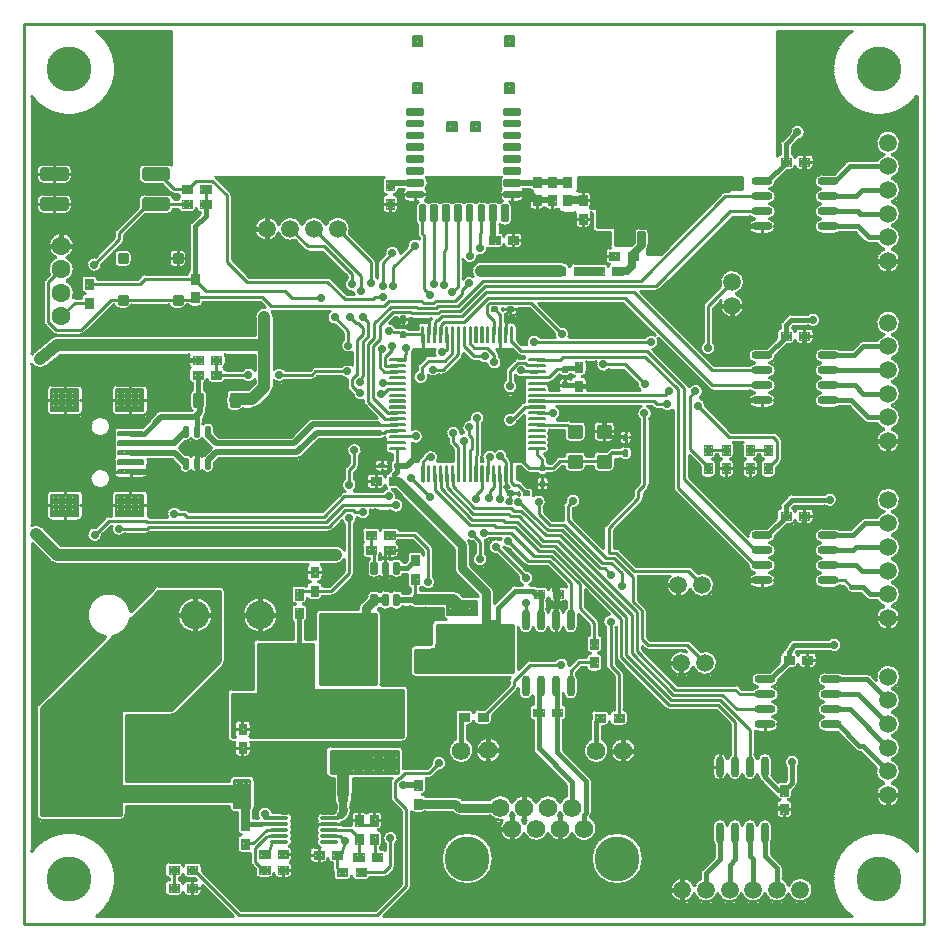
<source format=gtl>
*
*
G04 PADS 9.3.1 Build Number: 456998 generated Gerber (RS-274-X) file*
G04 PC Version=2.1*
*
%IN "accumulatron_rev1.pcb"*%
*
%MOIN*%
*
%FSLAX35Y35*%
*
*
*
*
G04 PC Standard Apertures*
*
*
G04 Thermal Relief Aperture macro.*
%AMTER*
1,1,$1,0,0*
1,0,$1-$2,0,0*
21,0,$3,$4,0,0,45*
21,0,$3,$4,0,0,135*
%
*
*
G04 Annular Aperture macro.*
%AMANN*
1,1,$1,0,0*
1,0,$2,0,0*
%
*
*
G04 Odd Aperture macro.*
%AMODD*
1,1,$1,0,0*
1,0,$1-0.005,0,0*
%
*
*
G04 PC Custom Aperture Macros*
*
*
*
*
*
*
G04 PC Aperture Table*
*
%ADD010C,0.001*%
%ADD011C,0.004*%
%ADD012C,0.00787*%
%ADD013C,0.00866*%
%ADD014C,0.008*%
%ADD015O,0.06299X0.01181*%
%ADD016R,0.06181X0.07402*%
%ADD017C,0.095*%
%ADD018C,0.01102*%
%ADD019C,0.02362*%
%ADD020C,0.01*%
%ADD021C,0.06299*%
%ADD022C,0.02*%
%ADD023C,0.062*%
%ADD024C,0.15*%
%ADD025O,0.07008X0.02638*%
%ADD026C,0.05906*%
%ADD027O,0.02638X0.07008*%
%ADD028C,0.01181*%
%ADD029C,0.03*%
%ADD030C,0.006*%
%ADD031C,0.016*%
%ADD032C,0.012*%
%ADD033C,0.013*%
%ADD034C,0.025*%
%ADD035C,0.06*%
%ADD036C,0.04*%
%ADD037C,0.018*%
%ADD038C,0.035*%
%ADD039C,0.014*%
%ADD040C,0.011*%
%ADD041C,0.028*%
%ADD042C,0.015*%
*
*
*
*
G04 PC Circuitry*
G04 Layer Name accumulatron_rev1.pcb - circuitry*
%LPD*%
*
*
G04 PC Custom Flashes*
G04 Layer Name accumulatron_rev1.pcb - flashes*
%LPD*%
*
*
G04 PC Circuitry*
G04 Layer Name accumulatron_rev1.pcb - circuitry*
%LPD*%
*
G54D10*
G54D11*
G01X277300Y345700D02*
X274700D01*
Y349100*
X277300*
Y345700*
X274700Y346000D02*
X277300D01*
X274700Y346400D02*
X277300D01*
X274700Y346800D02*
X277300D01*
X274700Y347200D02*
X277300D01*
X274700Y347600D02*
X277300D01*
X274700Y348000D02*
X277300D01*
X274700Y348400D02*
X277300D01*
X274700Y348800D02*
X277300D01*
X274800Y345700D02*
Y349100D01*
X275200Y345700D02*
Y349100D01*
X275600Y345700D02*
Y349100D01*
X276000Y345700D02*
Y349100D01*
X276400Y345700D02*
Y349100D01*
X276800Y345700D02*
Y349100D01*
X277200Y345700D02*
Y349100D01*
X277300Y339500D02*
X274700D01*
Y342900*
X277300*
Y339500*
X274700Y339600D02*
X277300D01*
X274700Y340000D02*
X277300D01*
X274700Y340400D02*
X277300D01*
X274700Y340800D02*
X277300D01*
X274700Y341200D02*
X277300D01*
X274700Y341600D02*
X277300D01*
X274700Y342000D02*
X277300D01*
X274700Y342400D02*
X277300D01*
X274700Y342800D02*
X277300D01*
X274800Y339500D02*
Y342900D01*
X275200Y339500D02*
Y342900D01*
X275600Y339500D02*
Y342900D01*
X276000Y339500D02*
Y342900D01*
X276400Y339500D02*
Y342900D01*
X276800Y339500D02*
Y342900D01*
X277200Y339500D02*
Y342900D01*
X272200Y345700D02*
X269600D01*
Y349100*
X272200*
Y345700*
X269600Y346000D02*
X272200D01*
X269600Y346400D02*
X272200D01*
X269600Y346800D02*
X272200D01*
X269600Y347200D02*
X272200D01*
X269600Y347600D02*
X272200D01*
X269600Y348000D02*
X272200D01*
X269600Y348400D02*
X272200D01*
X269600Y348800D02*
X272200D01*
X269600Y345700D02*
Y349100D01*
X270000Y345700D02*
Y349100D01*
X270400Y345700D02*
Y349100D01*
X270800Y345700D02*
Y349100D01*
X271200Y345700D02*
Y349100D01*
X271600Y345700D02*
Y349100D01*
X272000Y345700D02*
Y349100D01*
X272200Y339500D02*
X269600D01*
Y342900*
X272200*
Y339500*
X269600Y339600D02*
X272200D01*
X269600Y340000D02*
X272200D01*
X269600Y340400D02*
X272200D01*
X269600Y340800D02*
X272200D01*
X269600Y341200D02*
X272200D01*
X269600Y341600D02*
X272200D01*
X269600Y342000D02*
X272200D01*
X269600Y342400D02*
X272200D01*
X269600Y342800D02*
X272200D01*
X269600Y339500D02*
Y342900D01*
X270000Y339500D02*
Y342900D01*
X270400Y339500D02*
Y342900D01*
X270800Y339500D02*
Y342900D01*
X271200Y339500D02*
Y342900D01*
X271600Y339500D02*
Y342900D01*
X272000Y339500D02*
Y342900D01*
X258500Y329200D02*
Y326600D01*
X255100*
Y329200*
X258500*
X255100Y326800D02*
X258500D01*
X255100Y327200D02*
X258500D01*
X255100Y327600D02*
X258500D01*
X255100Y328000D02*
X258500D01*
X255100Y328400D02*
X258500D01*
X255100Y328800D02*
X258500D01*
X255100Y329200D02*
X258500D01*
X255200Y326600D02*
Y329200D01*
X255600Y326600D02*
Y329200D01*
X256000Y326600D02*
Y329200D01*
X256400Y326600D02*
Y329200D01*
X256800Y326600D02*
Y329200D01*
X257200Y326600D02*
Y329200D01*
X257600Y326600D02*
Y329200D01*
X258000Y326600D02*
Y329200D01*
X258400Y326600D02*
Y329200D01*
X264700D02*
Y326600D01*
X261300*
Y329200*
X264700*
X261300Y326800D02*
X264700D01*
X261300Y327200D02*
X264700D01*
X261300Y327600D02*
X264700D01*
X261300Y328000D02*
X264700D01*
X261300Y328400D02*
X264700D01*
X261300Y328800D02*
X264700D01*
X261300Y329200D02*
X264700D01*
X261600Y326600D02*
Y329200D01*
X262000Y326600D02*
Y329200D01*
X262400Y326600D02*
Y329200D01*
X262800Y326600D02*
Y329200D01*
X263200Y326600D02*
Y329200D01*
X263600Y326600D02*
Y329200D01*
X264000Y326600D02*
Y329200D01*
X264400Y326600D02*
Y329200D01*
X223300Y344500D02*
X220700D01*
Y347900*
X223300*
Y344500*
X220700Y344800D02*
X223300D01*
X220700Y345200D02*
X223300D01*
X220700Y345600D02*
X223300D01*
X220700Y346000D02*
X223300D01*
X220700Y346400D02*
X223300D01*
X220700Y346800D02*
X223300D01*
X220700Y347200D02*
X223300D01*
X220700Y347600D02*
X223300D01*
X220800Y344500D02*
Y347900D01*
X221200Y344500D02*
Y347900D01*
X221600Y344500D02*
Y347900D01*
X222000Y344500D02*
Y347900D01*
X222400Y344500D02*
Y347900D01*
X222800Y344500D02*
Y347900D01*
X223200Y344500D02*
Y347900D01*
X223300Y338300D02*
X220700D01*
Y341700*
X223300*
Y338300*
X220700Y338400D02*
X223300D01*
X220700Y338800D02*
X223300D01*
X220700Y339200D02*
X223300D01*
X220700Y339600D02*
X223300D01*
X220700Y340000D02*
X223300D01*
X220700Y340400D02*
X223300D01*
X220700Y340800D02*
X223300D01*
X220700Y341200D02*
X223300D01*
X220700Y341600D02*
X223300D01*
X220800Y338300D02*
Y341700D01*
X221200Y338300D02*
Y341700D01*
X221600Y338300D02*
Y341700D01*
X222000Y338300D02*
Y341700D01*
X222400Y338300D02*
Y341700D01*
X222800Y338300D02*
Y341700D01*
X223200Y338300D02*
Y341700D01*
X282400Y345700D02*
X279800D01*
Y349100*
X282400*
Y345700*
X279800Y346000D02*
X282400D01*
X279800Y346400D02*
X282400D01*
X279800Y346800D02*
X282400D01*
X279800Y347200D02*
X282400D01*
X279800Y347600D02*
X282400D01*
X279800Y348000D02*
X282400D01*
X279800Y348400D02*
X282400D01*
X279800Y348800D02*
X282400D01*
X280000Y345700D02*
Y349100D01*
X280400Y345700D02*
Y349100D01*
X280800Y345700D02*
Y349100D01*
X281200Y345700D02*
Y349100D01*
X281600Y345700D02*
Y349100D01*
X282000Y345700D02*
Y349100D01*
X282400Y345700D02*
Y349100D01*
Y339500D02*
X279800D01*
Y342900*
X282400*
Y339500*
X279800Y339600D02*
X282400D01*
X279800Y340000D02*
X282400D01*
X279800Y340400D02*
X282400D01*
X279800Y340800D02*
X282400D01*
X279800Y341200D02*
X282400D01*
X279800Y341600D02*
X282400D01*
X279800Y342000D02*
X282400D01*
X279800Y342400D02*
X282400D01*
X279800Y342800D02*
X282400D01*
X280000Y339500D02*
Y342900D01*
X280400Y339500D02*
Y342900D01*
X280800Y339500D02*
Y342900D01*
X281200Y339500D02*
Y342900D01*
X281600Y339500D02*
Y342900D01*
X282000Y339500D02*
Y342900D01*
X282400Y339500D02*
Y342900D01*
X221700Y246300D02*
Y248900D01*
X225100*
Y246300*
X221700*
Y246400D02*
X225100D01*
X221700Y246800D02*
X225100D01*
X221700Y247200D02*
X225100D01*
X221700Y247600D02*
X225100D01*
X221700Y248000D02*
X225100D01*
X221700Y248400D02*
X225100D01*
X221700Y248800D02*
X225100D01*
X222000Y246300D02*
Y248900D01*
X222400Y246300D02*
Y248900D01*
X222800Y246300D02*
Y248900D01*
X223200Y246300D02*
Y248900D01*
X223600Y246300D02*
Y248900D01*
X224000Y246300D02*
Y248900D01*
X224400Y246300D02*
Y248900D01*
X224800Y246300D02*
Y248900D01*
X215500Y246300D02*
Y248900D01*
X218900*
Y246300*
X215500*
Y246400D02*
X218900D01*
X215500Y246800D02*
X218900D01*
X215500Y247200D02*
X218900D01*
X215500Y247600D02*
X218900D01*
X215500Y248000D02*
X218900D01*
X215500Y248400D02*
X218900D01*
X215500Y248800D02*
X218900D01*
X215600Y246300D02*
Y248900D01*
X216000Y246300D02*
Y248900D01*
X216400Y246300D02*
Y248900D01*
X216800Y246300D02*
Y248900D01*
X217200Y246300D02*
Y248900D01*
X217600Y246300D02*
Y248900D01*
X218000Y246300D02*
Y248900D01*
X218400Y246300D02*
Y248900D01*
X218800Y246300D02*
Y248900D01*
X286100Y283900D02*
X283500D01*
Y287300*
X286100*
Y283900*
X283500Y284000D02*
X286100D01*
X283500Y284400D02*
X286100D01*
X283500Y284800D02*
X286100D01*
X283500Y285200D02*
X286100D01*
X283500Y285600D02*
X286100D01*
X283500Y286000D02*
X286100D01*
X283500Y286400D02*
X286100D01*
X283500Y286800D02*
X286100D01*
X283500Y287200D02*
X286100D01*
X283600Y283900D02*
Y287300D01*
X284000Y283900D02*
Y287300D01*
X284400Y283900D02*
Y287300D01*
X284800Y283900D02*
Y287300D01*
X285200Y283900D02*
Y287300D01*
X285600Y283900D02*
Y287300D01*
X286000Y283900D02*
Y287300D01*
X286100Y277700D02*
X283500D01*
Y281100*
X286100*
Y277700*
X283500Y278000D02*
X286100D01*
X283500Y278400D02*
X286100D01*
X283500Y278800D02*
X286100D01*
X283500Y279200D02*
X286100D01*
X283500Y279600D02*
X286100D01*
X283500Y280000D02*
X286100D01*
X283500Y280400D02*
X286100D01*
X283500Y280800D02*
X286100D01*
X283600Y277700D02*
Y281100D01*
X284000Y277700D02*
Y281100D01*
X284400Y277700D02*
Y281100D01*
X284800Y277700D02*
Y281100D01*
X285200Y277700D02*
Y281100D01*
X285600Y277700D02*
Y281100D01*
X286000Y277700D02*
Y281100D01*
X157800Y119300D02*
Y116700D01*
X154400*
Y119300*
X157800*
X154400Y116800D02*
X157800D01*
X154400Y117200D02*
X157800D01*
X154400Y117600D02*
X157800D01*
X154400Y118000D02*
X157800D01*
X154400Y118400D02*
X157800D01*
X154400Y118800D02*
X157800D01*
X154400Y119200D02*
X157800D01*
X154400Y116700D02*
Y119300D01*
X154800Y116700D02*
Y119300D01*
X155200Y116700D02*
Y119300D01*
X155600Y116700D02*
Y119300D01*
X156000Y116700D02*
Y119300D01*
X156400Y116700D02*
Y119300D01*
X156800Y116700D02*
Y119300D01*
X157200Y116700D02*
Y119300D01*
X157600Y116700D02*
Y119300D01*
X151600D02*
Y116700D01*
X148200*
Y119300*
X151600*
X148200Y116800D02*
X151600D01*
X148200Y117200D02*
X151600D01*
X148200Y117600D02*
X151600D01*
X148200Y118000D02*
X151600D01*
X148200Y118400D02*
X151600D01*
X148200Y118800D02*
X151600D01*
X148200Y119200D02*
X151600D01*
X148400Y116700D02*
Y119300D01*
X148800Y116700D02*
Y119300D01*
X149200Y116700D02*
Y119300D01*
X149600Y116700D02*
Y119300D01*
X150000Y116700D02*
Y119300D01*
X150400Y116700D02*
Y119300D01*
X150800Y116700D02*
Y119300D01*
X151200Y116700D02*
Y119300D01*
X151600Y116700D02*
Y119300D01*
X340700Y259800D02*
X343300D01*
Y256400*
X340700*
Y259800*
Y256400D02*
X343300D01*
X340700Y256800D02*
X343300D01*
X340700Y257200D02*
X343300D01*
X340700Y257600D02*
X343300D01*
X340700Y258000D02*
X343300D01*
X340700Y258400D02*
X343300D01*
X340700Y258800D02*
X343300D01*
X340700Y259200D02*
X343300D01*
X340700Y259600D02*
X343300D01*
X340800Y256400D02*
Y259800D01*
X341200Y256400D02*
Y259800D01*
X341600Y256400D02*
Y259800D01*
X342000Y256400D02*
Y259800D01*
X342400Y256400D02*
Y259800D01*
X342800Y256400D02*
Y259800D01*
X343200Y256400D02*
Y259800D01*
X340700Y253600D02*
X343300D01*
Y250200*
X340700*
Y253600*
Y250400D02*
X343300D01*
X340700Y250800D02*
X343300D01*
X340700Y251200D02*
X343300D01*
X340700Y251600D02*
X343300D01*
X340700Y252000D02*
X343300D01*
X340700Y252400D02*
X343300D01*
X340700Y252800D02*
X343300D01*
X340700Y253200D02*
X343300D01*
X340700Y253600D02*
X343300D01*
X340800Y250200D02*
Y253600D01*
X341200Y250200D02*
Y253600D01*
X341600Y250200D02*
Y253600D01*
X342000Y250200D02*
Y253600D01*
X342400Y250200D02*
Y253600D01*
X342800Y250200D02*
Y253600D01*
X343200Y250200D02*
Y253600D01*
X332700Y259800D02*
X335300D01*
Y256400*
X332700*
Y259800*
Y256400D02*
X335300D01*
X332700Y256800D02*
X335300D01*
X332700Y257200D02*
X335300D01*
X332700Y257600D02*
X335300D01*
X332700Y258000D02*
X335300D01*
X332700Y258400D02*
X335300D01*
X332700Y258800D02*
X335300D01*
X332700Y259200D02*
X335300D01*
X332700Y259600D02*
X335300D01*
X332800Y256400D02*
Y259800D01*
X333200Y256400D02*
Y259800D01*
X333600Y256400D02*
Y259800D01*
X334000Y256400D02*
Y259800D01*
X334400Y256400D02*
Y259800D01*
X334800Y256400D02*
Y259800D01*
X335200Y256400D02*
Y259800D01*
X332700Y253600D02*
X335300D01*
Y250200*
X332700*
Y253600*
Y250400D02*
X335300D01*
X332700Y250800D02*
X335300D01*
X332700Y251200D02*
X335300D01*
X332700Y251600D02*
X335300D01*
X332700Y252000D02*
X335300D01*
X332700Y252400D02*
X335300D01*
X332700Y252800D02*
X335300D01*
X332700Y253200D02*
X335300D01*
X332700Y253600D02*
X335300D01*
X332800Y250200D02*
Y253600D01*
X333200Y250200D02*
Y253600D01*
X333600Y250200D02*
Y253600D01*
X334000Y250200D02*
Y253600D01*
X334400Y250200D02*
Y253600D01*
X334800Y250200D02*
Y253600D01*
X335200Y250200D02*
Y253600D01*
X210600Y115900D02*
Y118500D01*
X214000*
Y115900*
X210600*
Y116000D02*
X214000D01*
X210600Y116400D02*
X214000D01*
X210600Y116800D02*
X214000D01*
X210600Y117200D02*
X214000D01*
X210600Y117600D02*
X214000D01*
X210600Y118000D02*
X214000D01*
X210600Y118400D02*
X214000D01*
X210800Y115900D02*
Y118500D01*
X211200Y115900D02*
Y118500D01*
X211600Y115900D02*
Y118500D01*
X212000Y115900D02*
Y118500D01*
X212400Y115900D02*
Y118500D01*
X212800Y115900D02*
Y118500D01*
X213200Y115900D02*
Y118500D01*
X213600Y115900D02*
Y118500D01*
X214000Y115900D02*
Y118500D01*
X204400Y115900D02*
Y118500D01*
X207800*
Y115900*
X204400*
Y116000D02*
X207800D01*
X204400Y116400D02*
X207800D01*
X204400Y116800D02*
X207800D01*
X204400Y117200D02*
X207800D01*
X204400Y117600D02*
X207800D01*
X204400Y118000D02*
X207800D01*
X204400Y118400D02*
X207800D01*
X204400Y115900D02*
Y118500D01*
X204800Y115900D02*
Y118500D01*
X205200Y115900D02*
Y118500D01*
X205600Y115900D02*
Y118500D01*
X206000Y115900D02*
Y118500D01*
X206400Y115900D02*
Y118500D01*
X206800Y115900D02*
Y118500D01*
X207200Y115900D02*
Y118500D01*
X207600Y115900D02*
Y118500D01*
X202693Y121785D02*
Y124385D01*
X206093*
Y121785*
X202693*
Y122000D02*
X206093D01*
X202693Y122400D02*
X206093D01*
X202693Y122800D02*
X206093D01*
X202693Y123200D02*
X206093D01*
X202693Y123600D02*
X206093D01*
X202693Y124000D02*
X206093D01*
X202800Y121785D02*
Y124385D01*
X203200Y121785D02*
Y124385D01*
X203600Y121785D02*
Y124385D01*
X204000Y121785D02*
Y124385D01*
X204400Y121785D02*
Y124385D01*
X204800Y121785D02*
Y124385D01*
X205200Y121785D02*
Y124385D01*
X205600Y121785D02*
Y124385D01*
X206000Y121785D02*
Y124385D01*
X196493Y121785D02*
Y124385D01*
X199893*
Y121785*
X196493*
Y122000D02*
X199893D01*
X196493Y122400D02*
X199893D01*
X196493Y122800D02*
X199893D01*
X196493Y123200D02*
X199893D01*
X196493Y123600D02*
X199893D01*
X196493Y124000D02*
X199893D01*
X196800Y121785D02*
Y124385D01*
X197200Y121785D02*
Y124385D01*
X197600Y121785D02*
Y124385D01*
X198000Y121785D02*
Y124385D01*
X198400Y121785D02*
Y124385D01*
X198800Y121785D02*
Y124385D01*
X199200Y121785D02*
Y124385D01*
X199600Y121785D02*
Y124385D01*
X174100Y163300D02*
X171500D01*
Y166700*
X174100*
Y163300*
X171500Y163600D02*
X174100D01*
X171500Y164000D02*
X174100D01*
X171500Y164400D02*
X174100D01*
X171500Y164800D02*
X174100D01*
X171500Y165200D02*
X174100D01*
X171500Y165600D02*
X174100D01*
X171500Y166000D02*
X174100D01*
X171500Y166400D02*
X174100D01*
X171600Y163300D02*
Y166700D01*
X172000Y163300D02*
Y166700D01*
X172400Y163300D02*
Y166700D01*
X172800Y163300D02*
Y166700D01*
X173200Y163300D02*
Y166700D01*
X173600Y163300D02*
Y166700D01*
X174000Y163300D02*
Y166700D01*
X174100Y157100D02*
X171500D01*
Y160500*
X174100*
Y157100*
X171500Y157200D02*
X174100D01*
X171500Y157600D02*
X174100D01*
X171500Y158000D02*
X174100D01*
X171500Y158400D02*
X174100D01*
X171500Y158800D02*
X174100D01*
X171500Y159200D02*
X174100D01*
X171500Y159600D02*
X174100D01*
X171500Y160000D02*
X174100D01*
X171500Y160400D02*
X174100D01*
X171600Y157100D02*
Y160500D01*
X172000Y157100D02*
Y160500D01*
X172400Y157100D02*
Y160500D01*
X172800Y157100D02*
Y160500D01*
X173200Y157100D02*
Y160500D01*
X173600Y157100D02*
Y160500D01*
X174000Y157100D02*
Y160500D01*
X181846Y119359D02*
Y116759D01*
X178446*
Y119359*
X181846*
X178446Y116800D02*
X181846D01*
X178446Y117200D02*
X181846D01*
X178446Y117600D02*
X181846D01*
X178446Y118000D02*
X181846D01*
X178446Y118400D02*
X181846D01*
X178446Y118800D02*
X181846D01*
X178446Y119200D02*
X181846D01*
X178800Y116759D02*
Y119359D01*
X179200Y116759D02*
Y119359D01*
X179600Y116759D02*
Y119359D01*
X180000Y116759D02*
Y119359D01*
X180400Y116759D02*
Y119359D01*
X180800Y116759D02*
Y119359D01*
X181200Y116759D02*
Y119359D01*
X181600Y116759D02*
Y119359D01*
X188046D02*
Y116759D01*
X184646*
Y119359*
X188046*
X184646Y116800D02*
X188046D01*
X184646Y117200D02*
X188046D01*
X184646Y117600D02*
X188046D01*
X184646Y118000D02*
X188046D01*
X184646Y118400D02*
X188046D01*
X184646Y118800D02*
X188046D01*
X184646Y119200D02*
X188046D01*
X184800Y116759D02*
Y119359D01*
X185200Y116759D02*
Y119359D01*
X185600Y116759D02*
Y119359D01*
X186000Y116759D02*
Y119359D01*
X186400Y116759D02*
Y119359D01*
X186800Y116759D02*
Y119359D01*
X187200Y116759D02*
Y119359D01*
X187600Y116759D02*
Y119359D01*
X188000Y116759D02*
Y119359D01*
X181846Y124474D02*
Y121874D01*
X178446*
Y124474*
X181846*
X178446Y122000D02*
X181846D01*
X178446Y122400D02*
X181846D01*
X178446Y122800D02*
X181846D01*
X178446Y123200D02*
X181846D01*
X178446Y123600D02*
X181846D01*
X178446Y124000D02*
X181846D01*
X178446Y124400D02*
X181846D01*
X178800Y121874D02*
Y124474D01*
X179200Y121874D02*
Y124474D01*
X179600Y121874D02*
Y124474D01*
X180000Y121874D02*
Y124474D01*
X180400Y121874D02*
Y124474D01*
X180800Y121874D02*
Y124474D01*
X181200Y121874D02*
Y124474D01*
X181600Y121874D02*
Y124474D01*
X188046D02*
Y121874D01*
X184646*
Y124474*
X188046*
X184646Y122000D02*
X188046D01*
X184646Y122400D02*
X188046D01*
X184646Y122800D02*
X188046D01*
X184646Y123200D02*
X188046D01*
X184646Y123600D02*
X188046D01*
X184646Y124000D02*
X188046D01*
X184646Y124400D02*
X188046D01*
X184800Y121874D02*
Y124474D01*
X185200Y121874D02*
Y124474D01*
X185600Y121874D02*
Y124474D01*
X186000Y121874D02*
Y124474D01*
X186400Y121874D02*
Y124474D01*
X186800Y121874D02*
Y124474D01*
X187200Y121874D02*
Y124474D01*
X187600Y121874D02*
Y124474D01*
X188000Y121874D02*
Y124474D01*
X213143Y123584D02*
Y120984D01*
X209743*
Y123584*
X213143*
X209743Y121200D02*
X213143D01*
X209743Y121600D02*
X213143D01*
X209743Y122000D02*
X213143D01*
X209743Y122400D02*
X213143D01*
X209743Y122800D02*
X213143D01*
X209743Y123200D02*
X213143D01*
X210000Y120984D02*
Y123584D01*
X210400Y120984D02*
Y123584D01*
X210800Y120984D02*
Y123584D01*
X211200Y120984D02*
Y123584D01*
X211600Y120984D02*
Y123584D01*
X212000Y120984D02*
Y123584D01*
X212400Y120984D02*
Y123584D01*
X212800Y120984D02*
Y123584D01*
X219343D02*
Y120984D01*
X215943*
Y123584*
X219343*
X215943Y121200D02*
X219343D01*
X215943Y121600D02*
X219343D01*
X215943Y122000D02*
X219343D01*
X215943Y122400D02*
X219343D01*
X215943Y122800D02*
X219343D01*
X215943Y123200D02*
X219343D01*
X216000Y120984D02*
Y123584D01*
X216400Y120984D02*
Y123584D01*
X216800Y120984D02*
Y123584D01*
X217200Y120984D02*
Y123584D01*
X217600Y120984D02*
Y123584D01*
X218000Y120984D02*
Y123584D01*
X218400Y120984D02*
Y123584D01*
X218800Y120984D02*
Y123584D01*
X219200Y120984D02*
Y123584D01*
X210343Y129984D02*
X212943D01*
Y126584*
X210343*
Y129984*
Y126800D02*
X212943D01*
X210343Y127200D02*
X212943D01*
X210343Y127600D02*
X212943D01*
X210343Y128000D02*
X212943D01*
X210343Y128400D02*
X212943D01*
X210343Y128800D02*
X212943D01*
X210343Y129200D02*
X212943D01*
X210343Y129600D02*
X212943D01*
X210400Y126584D02*
Y129984D01*
X210800Y126584D02*
Y129984D01*
X211200Y126584D02*
Y129984D01*
X211600Y126584D02*
Y129984D01*
X212000Y126584D02*
Y129984D01*
X212400Y126584D02*
Y129984D01*
X212800Y126584D02*
Y129984D01*
X210343Y136184D02*
X212943D01*
Y132784*
X210343*
Y136184*
Y132800D02*
X212943D01*
X210343Y133200D02*
X212943D01*
X210343Y133600D02*
X212943D01*
X210343Y134000D02*
X212943D01*
X210343Y134400D02*
X212943D01*
X210343Y134800D02*
X212943D01*
X210343Y135200D02*
X212943D01*
X210343Y135600D02*
X212943D01*
X210343Y136000D02*
X212943D01*
X210400Y132784D02*
Y136184D01*
X210800Y132784D02*
Y136184D01*
X211200Y132784D02*
Y136184D01*
X211600Y132784D02*
Y136184D01*
X212000Y132784D02*
Y136184D01*
X212400Y132784D02*
Y136184D01*
X212800Y132784D02*
Y136184D01*
X215343Y129984D02*
X217943D01*
Y126584*
X215343*
Y129984*
Y126800D02*
X217943D01*
X215343Y127200D02*
X217943D01*
X215343Y127600D02*
X217943D01*
X215343Y128000D02*
X217943D01*
X215343Y128400D02*
X217943D01*
X215343Y128800D02*
X217943D01*
X215343Y129200D02*
X217943D01*
X215343Y129600D02*
X217943D01*
X215600Y126584D02*
Y129984D01*
X216000Y126584D02*
Y129984D01*
X216400Y126584D02*
Y129984D01*
X216800Y126584D02*
Y129984D01*
X217200Y126584D02*
Y129984D01*
X217600Y126584D02*
Y129984D01*
X215343Y136184D02*
X217943D01*
Y132784*
X215343*
Y136184*
Y132800D02*
X217943D01*
X215343Y133200D02*
X217943D01*
X215343Y133600D02*
X217943D01*
X215343Y134000D02*
X217943D01*
X215343Y134400D02*
X217943D01*
X215343Y134800D02*
X217943D01*
X215343Y135200D02*
X217943D01*
X215343Y135600D02*
X217943D01*
X215343Y136000D02*
X217943D01*
X215600Y132784D02*
Y136184D01*
X216000Y132784D02*
Y136184D01*
X216400Y132784D02*
Y136184D01*
X216800Y132784D02*
Y136184D01*
X217200Y132784D02*
Y136184D01*
X217600Y132784D02*
Y136184D01*
X175059Y131160D02*
X172459D01*
Y134560*
X175059*
Y131160*
X172459Y131200D02*
X175059D01*
X172459Y131600D02*
X175059D01*
X172459Y132000D02*
X175059D01*
X172459Y132400D02*
X175059D01*
X172459Y132800D02*
X175059D01*
X172459Y133200D02*
X175059D01*
X172459Y133600D02*
X175059D01*
X172459Y134000D02*
X175059D01*
X172459Y134400D02*
X175059D01*
X172800Y131160D02*
Y134560D01*
X173200Y131160D02*
Y134560D01*
X173600Y131160D02*
Y134560D01*
X174000Y131160D02*
Y134560D01*
X174400Y131160D02*
Y134560D01*
X174800Y131160D02*
Y134560D01*
X175059Y124960D02*
X172459D01*
Y128360*
X175059*
Y124960*
X172459Y125200D02*
X175059D01*
X172459Y125600D02*
X175059D01*
X172459Y126000D02*
X175059D01*
X172459Y126400D02*
X175059D01*
X172459Y126800D02*
X175059D01*
X172459Y127200D02*
X175059D01*
X172459Y127600D02*
X175059D01*
X172459Y128000D02*
X175059D01*
X172800Y124960D02*
Y128360D01*
X173200Y124960D02*
Y128360D01*
X173600Y124960D02*
Y128360D01*
X174000Y124960D02*
Y128360D01*
X174400Y124960D02*
Y128360D01*
X174800Y124960D02*
Y128360D01*
X273400Y211400D02*
Y208800D01*
X270000*
Y211400*
X273400*
X270000Y208800D02*
X273400D01*
X270000Y209200D02*
X273400D01*
X270000Y209600D02*
X273400D01*
X270000Y210000D02*
X273400D01*
X270000Y210400D02*
X273400D01*
X270000Y210800D02*
X273400D01*
X270000Y211200D02*
X273400D01*
X270000Y208800D02*
Y211400D01*
X270400Y208800D02*
Y211400D01*
X270800Y208800D02*
Y211400D01*
X271200Y208800D02*
Y211400D01*
X271600Y208800D02*
Y211400D01*
X272000Y208800D02*
Y211400D01*
X272400Y208800D02*
Y211400D01*
X272800Y208800D02*
Y211400D01*
X273200Y208800D02*
Y211400D01*
X279600D02*
Y208800D01*
X276200*
Y211400*
X279600*
X276200Y208800D02*
X279600D01*
X276200Y209200D02*
X279600D01*
X276200Y209600D02*
X279600D01*
X276200Y210000D02*
X279600D01*
X276200Y210400D02*
X279600D01*
X276200Y210800D02*
X279600D01*
X276200Y211200D02*
X279600D01*
X276400Y208800D02*
Y211400D01*
X276800Y208800D02*
Y211400D01*
X277200Y208800D02*
Y211400D01*
X277600Y208800D02*
Y211400D01*
X278000Y208800D02*
Y211400D01*
X278400Y208800D02*
Y211400D01*
X278800Y208800D02*
Y211400D01*
X279200Y208800D02*
Y211400D01*
X279600Y208800D02*
Y211400D01*
X151600Y113300D02*
Y110700D01*
X148200*
Y113300*
X151600*
X148200Y110800D02*
X151600D01*
X148200Y111200D02*
X151600D01*
X148200Y111600D02*
X151600D01*
X148200Y112000D02*
X151600D01*
X148200Y112400D02*
X151600D01*
X148200Y112800D02*
X151600D01*
X148200Y113200D02*
X151600D01*
X148400Y110700D02*
Y113300D01*
X148800Y110700D02*
Y113300D01*
X149200Y110700D02*
Y113300D01*
X149600Y110700D02*
Y113300D01*
X150000Y110700D02*
Y113300D01*
X150400Y110700D02*
Y113300D01*
X150800Y110700D02*
Y113300D01*
X151200Y110700D02*
Y113300D01*
X151600Y110700D02*
Y113300D01*
X157800D02*
Y110700D01*
X154400*
Y113300*
X157800*
X154400Y110800D02*
X157800D01*
X154400Y111200D02*
X157800D01*
X154400Y111600D02*
X157800D01*
X154400Y112000D02*
X157800D01*
X154400Y112400D02*
X157800D01*
X154400Y112800D02*
X157800D01*
X154400Y113200D02*
X157800D01*
X154400Y110700D02*
Y113300D01*
X154800Y110700D02*
Y113300D01*
X155200Y110700D02*
Y113300D01*
X155600Y110700D02*
Y113300D01*
X156000Y110700D02*
Y113300D01*
X156400Y110700D02*
Y113300D01*
X156800Y110700D02*
Y113300D01*
X157200Y110700D02*
Y113300D01*
X157600Y110700D02*
Y113300D01*
X287600Y339600D02*
X285000D01*
Y343000*
X287600*
Y339600*
X285000D02*
X287600D01*
X285000Y340000D02*
X287600D01*
X285000Y340400D02*
X287600D01*
X285000Y340800D02*
X287600D01*
X285000Y341200D02*
X287600D01*
X285000Y341600D02*
X287600D01*
X285000Y342000D02*
X287600D01*
X285000Y342400D02*
X287600D01*
X285000Y342800D02*
X287600D01*
X285200Y339600D02*
Y343000D01*
X285600Y339600D02*
Y343000D01*
X286000Y339600D02*
Y343000D01*
X286400Y339600D02*
Y343000D01*
X286800Y339600D02*
Y343000D01*
X287200Y339600D02*
Y343000D01*
X287600Y339600D02*
Y343000D01*
Y333400D02*
X285000D01*
Y336800*
X287600*
Y333400*
X285000Y333600D02*
X287600D01*
X285000Y334000D02*
X287600D01*
X285000Y334400D02*
X287600D01*
X285000Y334800D02*
X287600D01*
X285000Y335200D02*
X287600D01*
X285000Y335600D02*
X287600D01*
X285000Y336000D02*
X287600D01*
X285000Y336400D02*
X287600D01*
X285000Y336800D02*
X287600D01*
X285200Y333400D02*
Y336800D01*
X285600Y333400D02*
Y336800D01*
X286000Y333400D02*
Y336800D01*
X286400Y333400D02*
Y336800D01*
X286800Y333400D02*
Y336800D01*
X287200Y333400D02*
Y336800D01*
X287600Y333400D02*
Y336800D01*
X301200Y321400D02*
Y324000D01*
X304600*
Y321400*
X301200*
Y321600D02*
X304600D01*
X301200Y322000D02*
X304600D01*
X301200Y322400D02*
X304600D01*
X301200Y322800D02*
X304600D01*
X301200Y323200D02*
X304600D01*
X301200Y323600D02*
X304600D01*
X301200Y324000D02*
X304600D01*
X301200Y321400D02*
Y324000D01*
X301600Y321400D02*
Y324000D01*
X302000Y321400D02*
Y324000D01*
X302400Y321400D02*
Y324000D01*
X302800Y321400D02*
Y324000D01*
X303200Y321400D02*
Y324000D01*
X303600Y321400D02*
Y324000D01*
X304000Y321400D02*
Y324000D01*
X304400Y321400D02*
Y324000D01*
X295000Y321400D02*
Y324000D01*
X298400*
Y321400*
X295000*
Y321600D02*
X298400D01*
X295000Y322000D02*
X298400D01*
X295000Y322400D02*
X298400D01*
X295000Y322800D02*
X298400D01*
X295000Y323200D02*
X298400D01*
X295000Y323600D02*
X298400D01*
X295000Y324000D02*
X298400D01*
X295200Y321400D02*
Y324000D01*
X295600Y321400D02*
Y324000D01*
X296000Y321400D02*
Y324000D01*
X296400Y321400D02*
Y324000D01*
X296800Y321400D02*
Y324000D01*
X297200Y321400D02*
Y324000D01*
X297600Y321400D02*
Y324000D01*
X298000Y321400D02*
Y324000D01*
X298400Y321400D02*
Y324000D01*
X280400Y319000D02*
Y316400D01*
X277000*
Y319000*
X280400*
X277000Y316400D02*
X280400D01*
X277000Y316800D02*
X280400D01*
X277000Y317200D02*
X280400D01*
X277000Y317600D02*
X280400D01*
X277000Y318000D02*
X280400D01*
X277000Y318400D02*
X280400D01*
X277000Y318800D02*
X280400D01*
X277200Y316400D02*
Y319000D01*
X277600Y316400D02*
Y319000D01*
X278000Y316400D02*
Y319000D01*
X278400Y316400D02*
Y319000D01*
X278800Y316400D02*
Y319000D01*
X279200Y316400D02*
Y319000D01*
X279600Y316400D02*
Y319000D01*
X280000Y316400D02*
Y319000D01*
X280400Y316400D02*
Y319000D01*
X286600D02*
Y316400D01*
X283200*
Y319000*
X286600*
X283200Y316400D02*
X286600D01*
X283200Y316800D02*
X286600D01*
X283200Y317200D02*
X286600D01*
X283200Y317600D02*
X286600D01*
X283200Y318000D02*
X286600D01*
X283200Y318400D02*
X286600D01*
X283200Y318800D02*
X286600D01*
X283200Y316400D02*
Y319000D01*
X283600Y316400D02*
Y319000D01*
X284000Y316400D02*
Y319000D01*
X284400Y316400D02*
Y319000D01*
X284800Y316400D02*
Y319000D01*
X285200Y316400D02*
Y319000D01*
X285600Y316400D02*
Y319000D01*
X286000Y316400D02*
Y319000D01*
X286400Y316400D02*
Y319000D01*
X293300D02*
Y316400D01*
X289900*
Y319000*
X293300*
X289900Y316400D02*
X293300D01*
X289900Y316800D02*
X293300D01*
X289900Y317200D02*
X293300D01*
X289900Y317600D02*
X293300D01*
X289900Y318000D02*
X293300D01*
X289900Y318400D02*
X293300D01*
X289900Y318800D02*
X293300D01*
X290000Y316400D02*
Y319000D01*
X290400Y316400D02*
Y319000D01*
X290800Y316400D02*
Y319000D01*
X291200Y316400D02*
Y319000D01*
X291600Y316400D02*
Y319000D01*
X292000Y316400D02*
Y319000D01*
X292400Y316400D02*
Y319000D01*
X292800Y316400D02*
Y319000D01*
X293200Y316400D02*
Y319000D01*
X299500D02*
Y316400D01*
X296100*
Y319000*
X299500*
X296100Y316400D02*
X299500D01*
X296100Y316800D02*
X299500D01*
X296100Y317200D02*
X299500D01*
X296100Y317600D02*
X299500D01*
X296100Y318000D02*
X299500D01*
X296100Y318400D02*
X299500D01*
X296100Y318800D02*
X299500D01*
X296400Y316400D02*
Y319000D01*
X296800Y316400D02*
Y319000D01*
X297200Y316400D02*
Y319000D01*
X297600Y316400D02*
Y319000D01*
X298000Y316400D02*
Y319000D01*
X298400Y316400D02*
Y319000D01*
X298800Y316400D02*
Y319000D01*
X299200Y316400D02*
Y319000D01*
X158400Y313400D02*
X155800D01*
Y316800*
X158400*
Y313400*
X155800Y313600D02*
X158400D01*
X155800Y314000D02*
X158400D01*
X155800Y314400D02*
X158400D01*
X155800Y314800D02*
X158400D01*
X155800Y315200D02*
X158400D01*
X155800Y315600D02*
X158400D01*
X155800Y316000D02*
X158400D01*
X155800Y316400D02*
X158400D01*
X155800Y316800D02*
X158400D01*
X156000Y313400D02*
Y316800D01*
X156400Y313400D02*
Y316800D01*
X156800Y313400D02*
Y316800D01*
X157200Y313400D02*
Y316800D01*
X157600Y313400D02*
Y316800D01*
X158000Y313400D02*
Y316800D01*
X158400Y313400D02*
Y316800D01*
Y307200D02*
X155800D01*
Y310600*
X158400*
Y307200*
X155800D02*
X158400D01*
X155800Y307600D02*
X158400D01*
X155800Y308000D02*
X158400D01*
X155800Y308400D02*
X158400D01*
X155800Y308800D02*
X158400D01*
X155800Y309200D02*
X158400D01*
X155800Y309600D02*
X158400D01*
X155800Y310000D02*
X158400D01*
X155800Y310400D02*
X158400D01*
X156000Y307200D02*
Y310600D01*
X156400Y307200D02*
Y310600D01*
X156800Y307200D02*
Y310600D01*
X157200Y307200D02*
Y310600D01*
X157600Y307200D02*
Y310600D01*
X158000Y307200D02*
Y310600D01*
X158400Y307200D02*
Y310600D01*
X123000Y311600D02*
X120400D01*
Y315000*
X123000*
Y311600*
X120400D02*
X123000D01*
X120400Y312000D02*
X123000D01*
X120400Y312400D02*
X123000D01*
X120400Y312800D02*
X123000D01*
X120400Y313200D02*
X123000D01*
X120400Y313600D02*
X123000D01*
X120400Y314000D02*
X123000D01*
X120400Y314400D02*
X123000D01*
X120400Y314800D02*
X123000D01*
X120400Y311600D02*
Y315000D01*
X120800Y311600D02*
Y315000D01*
X121200Y311600D02*
Y315000D01*
X121600Y311600D02*
Y315000D01*
X122000Y311600D02*
Y315000D01*
X122400Y311600D02*
Y315000D01*
X122800Y311600D02*
Y315000D01*
X123000Y305400D02*
X120400D01*
Y308800*
X123000*
Y305400*
X120400Y305600D02*
X123000D01*
X120400Y306000D02*
X123000D01*
X120400Y306400D02*
X123000D01*
X120400Y306800D02*
X123000D01*
X120400Y307200D02*
X123000D01*
X120400Y307600D02*
X123000D01*
X120400Y308000D02*
X123000D01*
X120400Y308400D02*
X123000D01*
X120400Y308800D02*
X123000D01*
X120400Y305400D02*
Y308800D01*
X120800Y305400D02*
Y308800D01*
X121200Y305400D02*
Y308800D01*
X121600Y305400D02*
Y308800D01*
X122000Y305400D02*
Y308800D01*
X122400Y305400D02*
Y308800D01*
X122800Y305400D02*
Y308800D01*
X159600Y284300D02*
Y281700D01*
X156200*
Y284300*
X159600*
X156200Y282000D02*
X159600D01*
X156200Y282400D02*
X159600D01*
X156200Y282800D02*
X159600D01*
X156200Y283200D02*
X159600D01*
X156200Y283600D02*
X159600D01*
X156200Y284000D02*
X159600D01*
X156400Y281700D02*
Y284300D01*
X156800Y281700D02*
Y284300D01*
X157200Y281700D02*
Y284300D01*
X157600Y281700D02*
Y284300D01*
X158000Y281700D02*
Y284300D01*
X158400Y281700D02*
Y284300D01*
X158800Y281700D02*
Y284300D01*
X159200Y281700D02*
Y284300D01*
X159600Y281700D02*
Y284300D01*
X165800D02*
Y281700D01*
X162400*
Y284300*
X165800*
X162400Y282000D02*
X165800D01*
X162400Y282400D02*
X165800D01*
X162400Y282800D02*
X165800D01*
X162400Y283200D02*
X165800D01*
X162400Y283600D02*
X165800D01*
X162400Y284000D02*
X165800D01*
X162400Y281700D02*
Y284300D01*
X162800Y281700D02*
Y284300D01*
X163200Y281700D02*
Y284300D01*
X163600Y281700D02*
Y284300D01*
X164000Y281700D02*
Y284300D01*
X164400Y281700D02*
Y284300D01*
X164800Y281700D02*
Y284300D01*
X165200Y281700D02*
Y284300D01*
X165600Y281700D02*
Y284300D01*
X162400Y286700D02*
Y289300D01*
X165800*
Y286700*
X162400*
Y286800D02*
X165800D01*
X162400Y287200D02*
X165800D01*
X162400Y287600D02*
X165800D01*
X162400Y288000D02*
X165800D01*
X162400Y288400D02*
X165800D01*
X162400Y288800D02*
X165800D01*
X162400Y289200D02*
X165800D01*
X162400Y286700D02*
Y289300D01*
X162800Y286700D02*
Y289300D01*
X163200Y286700D02*
Y289300D01*
X163600Y286700D02*
Y289300D01*
X164000Y286700D02*
Y289300D01*
X164400Y286700D02*
Y289300D01*
X164800Y286700D02*
Y289300D01*
X165200Y286700D02*
Y289300D01*
X165600Y286700D02*
Y289300D01*
X156200Y286700D02*
Y289300D01*
X159600*
Y286700*
X156200*
Y286800D02*
X159600D01*
X156200Y287200D02*
X159600D01*
X156200Y287600D02*
X159600D01*
X156200Y288000D02*
X159600D01*
X156200Y288400D02*
X159600D01*
X156200Y288800D02*
X159600D01*
X156200Y289200D02*
X159600D01*
X156400Y286700D02*
Y289300D01*
X156800Y286700D02*
Y289300D01*
X157200Y286700D02*
Y289300D01*
X157600Y286700D02*
Y289300D01*
X158000Y286700D02*
Y289300D01*
X158400Y286700D02*
Y289300D01*
X158800Y286700D02*
Y289300D01*
X159200Y286700D02*
Y289300D01*
X159600Y286700D02*
Y289300D01*
X190400Y205300D02*
X193000D01*
Y201900*
X190400*
Y205300*
Y202000D02*
X193000D01*
X190400Y202400D02*
X193000D01*
X190400Y202800D02*
X193000D01*
X190400Y203200D02*
X193000D01*
X190400Y203600D02*
X193000D01*
X190400Y204000D02*
X193000D01*
X190400Y204400D02*
X193000D01*
X190400Y204800D02*
X193000D01*
X190400Y205200D02*
X193000D01*
X190400Y201900D02*
Y205300D01*
X190800Y201900D02*
Y205300D01*
X191200Y201900D02*
Y205300D01*
X191600Y201900D02*
Y205300D01*
X192000Y201900D02*
Y205300D01*
X192400Y201900D02*
Y205300D01*
X192800Y201900D02*
Y205300D01*
X190400Y211500D02*
X193000D01*
Y208100*
X190400*
Y211500*
Y208400D02*
X193000D01*
X190400Y208800D02*
X193000D01*
X190400Y209200D02*
X193000D01*
X190400Y209600D02*
X193000D01*
X190400Y210000D02*
X193000D01*
X190400Y210400D02*
X193000D01*
X190400Y210800D02*
X193000D01*
X190400Y211200D02*
X193000D01*
X190400Y208100D02*
Y211500D01*
X190800Y208100D02*
Y211500D01*
X191200Y208100D02*
Y211500D01*
X191600Y208100D02*
Y211500D01*
X192000Y208100D02*
Y211500D01*
X192400Y208100D02*
Y211500D01*
X192800Y208100D02*
Y211500D01*
X195500Y212700D02*
X198100D01*
Y209300*
X195500*
Y212700*
Y209600D02*
X198100D01*
X195500Y210000D02*
X198100D01*
X195500Y210400D02*
X198100D01*
X195500Y210800D02*
X198100D01*
X195500Y211200D02*
X198100D01*
X195500Y211600D02*
X198100D01*
X195500Y212000D02*
X198100D01*
X195500Y212400D02*
X198100D01*
X195600Y209300D02*
Y212700D01*
X196000Y209300D02*
Y212700D01*
X196400Y209300D02*
Y212700D01*
X196800Y209300D02*
Y212700D01*
X197200Y209300D02*
Y212700D01*
X197600Y209300D02*
Y212700D01*
X198000Y209300D02*
Y212700D01*
X195500Y218900D02*
X198100D01*
Y215500*
X195500*
Y218900*
Y215600D02*
X198100D01*
X195500Y216000D02*
X198100D01*
X195500Y216400D02*
X198100D01*
X195500Y216800D02*
X198100D01*
X195500Y217200D02*
X198100D01*
X195500Y217600D02*
X198100D01*
X195500Y218000D02*
X198100D01*
X195500Y218400D02*
X198100D01*
X195500Y218800D02*
X198100D01*
X195600Y215500D02*
Y218900D01*
X196000Y215500D02*
Y218900D01*
X196400Y215500D02*
Y218900D01*
X196800Y215500D02*
Y218900D01*
X197200Y215500D02*
Y218900D01*
X197600Y215500D02*
Y218900D01*
X198000Y215500D02*
Y218900D01*
X346700Y253600D02*
X349300D01*
Y250200*
X346700*
Y253600*
Y250400D02*
X349300D01*
X346700Y250800D02*
X349300D01*
X346700Y251200D02*
X349300D01*
X346700Y251600D02*
X349300D01*
X346700Y252000D02*
X349300D01*
X346700Y252400D02*
X349300D01*
X346700Y252800D02*
X349300D01*
X346700Y253200D02*
X349300D01*
X346700Y253600D02*
X349300D01*
X346800Y250200D02*
Y253600D01*
X347200Y250200D02*
Y253600D01*
X347600Y250200D02*
Y253600D01*
X348000Y250200D02*
Y253600D01*
X348400Y250200D02*
Y253600D01*
X348800Y250200D02*
Y253600D01*
X349200Y250200D02*
Y253600D01*
X346700Y259800D02*
X349300D01*
Y256400*
X346700*
Y259800*
Y256400D02*
X349300D01*
X346700Y256800D02*
X349300D01*
X346700Y257200D02*
X349300D01*
X346700Y257600D02*
X349300D01*
X346700Y258000D02*
X349300D01*
X346700Y258400D02*
X349300D01*
X346700Y258800D02*
X349300D01*
X346700Y259200D02*
X349300D01*
X346700Y259600D02*
X349300D01*
X346800Y256400D02*
Y259800D01*
X347200Y256400D02*
Y259800D01*
X347600Y256400D02*
Y259800D01*
X348000Y256400D02*
Y259800D01*
X348400Y256400D02*
Y259800D01*
X348800Y256400D02*
Y259800D01*
X349200Y256400D02*
Y259800D01*
X326700Y253600D02*
X329300D01*
Y250200*
X326700*
Y253600*
Y250400D02*
X329300D01*
X326700Y250800D02*
X329300D01*
X326700Y251200D02*
X329300D01*
X326700Y251600D02*
X329300D01*
X326700Y252000D02*
X329300D01*
X326700Y252400D02*
X329300D01*
X326700Y252800D02*
X329300D01*
X326700Y253200D02*
X329300D01*
X326700Y253600D02*
X329300D01*
X326800Y250200D02*
Y253600D01*
X327200Y250200D02*
Y253600D01*
X327600Y250200D02*
Y253600D01*
X328000Y250200D02*
Y253600D01*
X328400Y250200D02*
Y253600D01*
X328800Y250200D02*
Y253600D01*
X329200Y250200D02*
Y253600D01*
X326700Y259800D02*
X329300D01*
Y256400*
X326700*
Y259800*
Y256400D02*
X329300D01*
X326700Y256800D02*
X329300D01*
X326700Y257200D02*
X329300D01*
X326700Y257600D02*
X329300D01*
X326700Y258000D02*
X329300D01*
X326700Y258400D02*
X329300D01*
X326700Y258800D02*
X329300D01*
X326700Y259200D02*
X329300D01*
X326700Y259600D02*
X329300D01*
X326800Y256400D02*
Y259800D01*
X327200Y256400D02*
Y259800D01*
X327600Y256400D02*
Y259800D01*
X328000Y256400D02*
Y259800D01*
X328400Y256400D02*
Y259800D01*
X328800Y256400D02*
Y259800D01*
X329200Y256400D02*
Y259800D01*
X276000Y169200D02*
Y171800D01*
X279400*
Y169200*
X276000*
X279400*
X276000Y169600D02*
X279400D01*
X276000Y170000D02*
X279400D01*
X276000Y170400D02*
X279400D01*
X276000Y170800D02*
X279400D01*
X276000Y171200D02*
X279400D01*
X276000Y171600D02*
X279400D01*
X276000Y169200D02*
Y171800D01*
X276400Y169200D02*
Y171800D01*
X276800Y169200D02*
Y171800D01*
X277200Y169200D02*
Y171800D01*
X277600Y169200D02*
Y171800D01*
X278000Y169200D02*
Y171800D01*
X278400Y169200D02*
Y171800D01*
X278800Y169200D02*
Y171800D01*
X279200Y169200D02*
Y171800D01*
X269800Y169200D02*
Y171800D01*
X273200*
Y169200*
X269800*
X273200*
X269800Y169600D02*
X273200D01*
X269800Y170000D02*
X273200D01*
X269800Y170400D02*
X273200D01*
X269800Y170800D02*
X273200D01*
X269800Y171200D02*
X273200D01*
X269800Y171600D02*
X273200D01*
X270000Y169200D02*
Y171800D01*
X270400Y169200D02*
Y171800D01*
X270800Y169200D02*
Y171800D01*
X271200Y169200D02*
Y171800D01*
X271600Y169200D02*
Y171800D01*
X272000Y169200D02*
Y171800D01*
X272400Y169200D02*
Y171800D01*
X272800Y169200D02*
Y171800D01*
X273200Y169200D02*
Y171800D01*
X232700Y144600D02*
X230100D01*
Y148000*
X232700*
Y144600*
X230100Y144800D02*
X232700D01*
X230100Y145200D02*
X232700D01*
X230100Y145600D02*
X232700D01*
X230100Y146000D02*
X232700D01*
X230100Y146400D02*
X232700D01*
X230100Y146800D02*
X232700D01*
X230100Y147200D02*
X232700D01*
X230100Y147600D02*
X232700D01*
X230100Y148000D02*
X232700D01*
X230400Y144600D02*
Y148000D01*
X230800Y144600D02*
Y148000D01*
X231200Y144600D02*
Y148000D01*
X231600Y144600D02*
Y148000D01*
X232000Y144600D02*
Y148000D01*
X232400Y144600D02*
Y148000D01*
X232700Y138400D02*
X230100D01*
Y141800*
X232700*
Y138400*
X230100D02*
X232700D01*
X230100Y138800D02*
X232700D01*
X230100Y139200D02*
X232700D01*
X230100Y139600D02*
X232700D01*
X230100Y140000D02*
X232700D01*
X230100Y140400D02*
X232700D01*
X230100Y140800D02*
X232700D01*
X230100Y141200D02*
X232700D01*
X230100Y141600D02*
X232700D01*
X230400Y138400D02*
Y141800D01*
X230800Y138400D02*
Y141800D01*
X231200Y138400D02*
Y141800D01*
X231600Y138400D02*
Y141800D01*
X232000Y138400D02*
Y141800D01*
X232400Y138400D02*
Y141800D01*
X248400Y170300D02*
Y167700D01*
X245000*
Y170300*
X248400*
X245000Y168000D02*
X248400D01*
X245000Y168400D02*
X248400D01*
X245000Y168800D02*
X248400D01*
X245000Y169200D02*
X248400D01*
X245000Y169600D02*
X248400D01*
X245000Y170000D02*
X248400D01*
X245200Y167700D02*
Y170300D01*
X245600Y167700D02*
Y170300D01*
X246000Y167700D02*
Y170300D01*
X246400Y167700D02*
Y170300D01*
X246800Y167700D02*
Y170300D01*
X247200Y167700D02*
Y170300D01*
X247600Y167700D02*
Y170300D01*
X248000Y167700D02*
Y170300D01*
X248400Y167700D02*
Y170300D01*
X254600D02*
Y167700D01*
X251200*
Y170300*
X254600*
X251200Y168000D02*
X254600D01*
X251200Y168400D02*
X254600D01*
X251200Y168800D02*
X254600D01*
X251200Y169200D02*
X254600D01*
X251200Y169600D02*
X254600D01*
X251200Y170000D02*
X254600D01*
X251200Y167700D02*
Y170300D01*
X251600Y167700D02*
Y170300D01*
X252000Y167700D02*
Y170300D01*
X252400Y167700D02*
Y170300D01*
X252800Y167700D02*
Y170300D01*
X253200Y167700D02*
Y170300D01*
X253600Y167700D02*
Y170300D01*
X254000Y167700D02*
Y170300D01*
X254400Y167700D02*
Y170300D01*
X293700Y170000D02*
Y167400D01*
X290300*
Y170000*
X293700*
X290300Y167600D02*
X293700D01*
X290300Y168000D02*
X293700D01*
X290300Y168400D02*
X293700D01*
X290300Y168800D02*
X293700D01*
X290300Y169200D02*
X293700D01*
X290300Y169600D02*
X293700D01*
X290300Y170000D02*
X293700D01*
X290400Y167400D02*
Y170000D01*
X290800Y167400D02*
Y170000D01*
X291200Y167400D02*
Y170000D01*
X291600Y167400D02*
Y170000D01*
X292000Y167400D02*
Y170000D01*
X292400Y167400D02*
Y170000D01*
X292800Y167400D02*
Y170000D01*
X293200Y167400D02*
Y170000D01*
X293600Y167400D02*
Y170000D01*
X299900D02*
Y167400D01*
X296500*
Y170000*
X299900*
X296500Y167600D02*
X299900D01*
X296500Y168000D02*
X299900D01*
X296500Y168400D02*
X299900D01*
X296500Y168800D02*
X299900D01*
X296500Y169200D02*
X299900D01*
X296500Y169600D02*
X299900D01*
X296500Y170000D02*
X299900D01*
X296800Y167400D02*
Y170000D01*
X297200Y167400D02*
Y170000D01*
X297600Y167400D02*
Y170000D01*
X298000Y167400D02*
Y170000D01*
X298400Y167400D02*
Y170000D01*
X298800Y167400D02*
Y170000D01*
X299200Y167400D02*
Y170000D01*
X299600Y167400D02*
Y170000D01*
X158800Y338600D02*
Y341200D01*
X162200*
Y338600*
X158800*
Y338800D02*
X162200D01*
X158800Y339200D02*
X162200D01*
X158800Y339600D02*
X162200D01*
X158800Y340000D02*
X162200D01*
X158800Y340400D02*
X162200D01*
X158800Y340800D02*
X162200D01*
X158800Y341200D02*
X162200D01*
X158800Y338600D02*
Y341200D01*
X159200Y338600D02*
Y341200D01*
X159600Y338600D02*
Y341200D01*
X160000Y338600D02*
Y341200D01*
X160400Y338600D02*
Y341200D01*
X160800Y338600D02*
Y341200D01*
X161200Y338600D02*
Y341200D01*
X161600Y338600D02*
Y341200D01*
X162000Y338600D02*
Y341200D01*
X152600Y338600D02*
Y341200D01*
X156000*
Y338600*
X152600*
Y338800D02*
X156000D01*
X152600Y339200D02*
X156000D01*
X152600Y339600D02*
X156000D01*
X152600Y340000D02*
X156000D01*
X152600Y340400D02*
X156000D01*
X152600Y340800D02*
X156000D01*
X152600Y341200D02*
X156000D01*
X152800Y338600D02*
Y341200D01*
X153200Y338600D02*
Y341200D01*
X153600Y338600D02*
Y341200D01*
X154000Y338600D02*
Y341200D01*
X154400Y338600D02*
Y341200D01*
X154800Y338600D02*
Y341200D01*
X155200Y338600D02*
Y341200D01*
X155600Y338600D02*
Y341200D01*
X156000Y338600D02*
Y341200D01*
X158800Y343700D02*
Y346300D01*
X162200*
Y343700*
X158800*
Y344000D02*
X162200D01*
X158800Y344400D02*
X162200D01*
X158800Y344800D02*
X162200D01*
X158800Y345200D02*
X162200D01*
X158800Y345600D02*
X162200D01*
X158800Y346000D02*
X162200D01*
X158800Y343700D02*
Y346300D01*
X159200Y343700D02*
Y346300D01*
X159600Y343700D02*
Y346300D01*
X160000Y343700D02*
Y346300D01*
X160400Y343700D02*
Y346300D01*
X160800Y343700D02*
Y346300D01*
X161200Y343700D02*
Y346300D01*
X161600Y343700D02*
Y346300D01*
X162000Y343700D02*
Y346300D01*
X152600Y343700D02*
Y346300D01*
X156000*
Y343700*
X152600*
Y344000D02*
X156000D01*
X152600Y344400D02*
X156000D01*
X152600Y344800D02*
X156000D01*
X152600Y345200D02*
X156000D01*
X152600Y345600D02*
X156000D01*
X152600Y346000D02*
X156000D01*
X152800Y343700D02*
Y346300D01*
X153200Y343700D02*
Y346300D01*
X153600Y343700D02*
Y346300D01*
X154000Y343700D02*
Y346300D01*
X154400Y343700D02*
Y346300D01*
X154800Y343700D02*
Y346300D01*
X155200Y343700D02*
Y346300D01*
X155600Y343700D02*
Y346300D01*
X156000Y343700D02*
Y346300D01*
X355600Y355300D02*
Y352700D01*
X352200*
Y355300*
X355600*
X352200Y352800D02*
X355600D01*
X352200Y353200D02*
X355600D01*
X352200Y353600D02*
X355600D01*
X352200Y354000D02*
X355600D01*
X352200Y354400D02*
X355600D01*
X352200Y354800D02*
X355600D01*
X352200Y355200D02*
X355600D01*
X352400Y352700D02*
Y355300D01*
X352800Y352700D02*
Y355300D01*
X353200Y352700D02*
Y355300D01*
X353600Y352700D02*
Y355300D01*
X354000Y352700D02*
Y355300D01*
X354400Y352700D02*
Y355300D01*
X354800Y352700D02*
Y355300D01*
X355200Y352700D02*
Y355300D01*
X355600Y352700D02*
Y355300D01*
X361800D02*
Y352700D01*
X358400*
Y355300*
X361800*
X358400Y352800D02*
X361800D01*
X358400Y353200D02*
X361800D01*
X358400Y353600D02*
X361800D01*
X358400Y354000D02*
X361800D01*
X358400Y354400D02*
X361800D01*
X358400Y354800D02*
X361800D01*
X358400Y355200D02*
X361800D01*
X358400Y352700D02*
Y355300D01*
X358800Y352700D02*
Y355300D01*
X359200Y352700D02*
Y355300D01*
X359600Y352700D02*
Y355300D01*
X360000Y352700D02*
Y355300D01*
X360400Y352700D02*
Y355300D01*
X360800Y352700D02*
Y355300D01*
X361200Y352700D02*
Y355300D01*
X361600Y352700D02*
Y355300D01*
X355600Y297300D02*
Y294700D01*
X352200*
Y297300*
X355600*
X352200Y294800D02*
X355600D01*
X352200Y295200D02*
X355600D01*
X352200Y295600D02*
X355600D01*
X352200Y296000D02*
X355600D01*
X352200Y296400D02*
X355600D01*
X352200Y296800D02*
X355600D01*
X352200Y297200D02*
X355600D01*
X352400Y294700D02*
Y297300D01*
X352800Y294700D02*
Y297300D01*
X353200Y294700D02*
Y297300D01*
X353600Y294700D02*
Y297300D01*
X354000Y294700D02*
Y297300D01*
X354400Y294700D02*
Y297300D01*
X354800Y294700D02*
Y297300D01*
X355200Y294700D02*
Y297300D01*
X355600Y294700D02*
Y297300D01*
X361800D02*
Y294700D01*
X358400*
Y297300*
X361800*
X358400Y294800D02*
X361800D01*
X358400Y295200D02*
X361800D01*
X358400Y295600D02*
X361800D01*
X358400Y296000D02*
X361800D01*
X358400Y296400D02*
X361800D01*
X358400Y296800D02*
X361800D01*
X358400Y297200D02*
X361800D01*
X358400Y294700D02*
Y297300D01*
X358800Y294700D02*
Y297300D01*
X359200Y294700D02*
Y297300D01*
X359600Y294700D02*
Y297300D01*
X360000Y294700D02*
Y297300D01*
X360400Y294700D02*
Y297300D01*
X360800Y294700D02*
Y297300D01*
X361200Y294700D02*
Y297300D01*
X361600Y294700D02*
Y297300D01*
X355600Y237300D02*
Y234700D01*
X352200*
Y237300*
X355600*
X352200Y234800D02*
X355600D01*
X352200Y235200D02*
X355600D01*
X352200Y235600D02*
X355600D01*
X352200Y236000D02*
X355600D01*
X352200Y236400D02*
X355600D01*
X352200Y236800D02*
X355600D01*
X352200Y237200D02*
X355600D01*
X352400Y234700D02*
Y237300D01*
X352800Y234700D02*
Y237300D01*
X353200Y234700D02*
Y237300D01*
X353600Y234700D02*
Y237300D01*
X354000Y234700D02*
Y237300D01*
X354400Y234700D02*
Y237300D01*
X354800Y234700D02*
Y237300D01*
X355200Y234700D02*
Y237300D01*
X355600Y234700D02*
Y237300D01*
X361800D02*
Y234700D01*
X358400*
Y237300*
X361800*
X358400Y234800D02*
X361800D01*
X358400Y235200D02*
X361800D01*
X358400Y235600D02*
X361800D01*
X358400Y236000D02*
X361800D01*
X358400Y236400D02*
X361800D01*
X358400Y236800D02*
X361800D01*
X358400Y237200D02*
X361800D01*
X358400Y234700D02*
Y237300D01*
X358800Y234700D02*
Y237300D01*
X359200Y234700D02*
Y237300D01*
X359600Y234700D02*
Y237300D01*
X360000Y234700D02*
Y237300D01*
X360400Y234700D02*
Y237300D01*
X360800Y234700D02*
Y237300D01*
X361200Y234700D02*
Y237300D01*
X361600Y234700D02*
Y237300D01*
X356600Y189300D02*
Y186700D01*
X353200*
Y189300*
X356600*
X353200Y186800D02*
X356600D01*
X353200Y187200D02*
X356600D01*
X353200Y187600D02*
X356600D01*
X353200Y188000D02*
X356600D01*
X353200Y188400D02*
X356600D01*
X353200Y188800D02*
X356600D01*
X353200Y189200D02*
X356600D01*
X353200Y186700D02*
Y189300D01*
X353600Y186700D02*
Y189300D01*
X354000Y186700D02*
Y189300D01*
X354400Y186700D02*
Y189300D01*
X354800Y186700D02*
Y189300D01*
X355200Y186700D02*
Y189300D01*
X355600Y186700D02*
Y189300D01*
X356000Y186700D02*
Y189300D01*
X356400Y186700D02*
Y189300D01*
X362800D02*
Y186700D01*
X359400*
Y189300*
X362800*
X359400Y186800D02*
X362800D01*
X359400Y187200D02*
X362800D01*
X359400Y187600D02*
X362800D01*
X359400Y188000D02*
X362800D01*
X359400Y188400D02*
X362800D01*
X359400Y188800D02*
X362800D01*
X359400Y189200D02*
X362800D01*
X359600Y186700D02*
Y189300D01*
X360000Y186700D02*
Y189300D01*
X360400Y186700D02*
Y189300D01*
X360800Y186700D02*
Y189300D01*
X361200Y186700D02*
Y189300D01*
X361600Y186700D02*
Y189300D01*
X362000Y186700D02*
Y189300D01*
X362400Y186700D02*
Y189300D01*
X362800Y186700D02*
Y189300D01*
X354700Y142800D02*
X352100D01*
Y146200*
X354700*
Y142800*
X352100D02*
X354700D01*
X352100Y143200D02*
X354700D01*
X352100Y143600D02*
X354700D01*
X352100Y144000D02*
X354700D01*
X352100Y144400D02*
X354700D01*
X352100Y144800D02*
X354700D01*
X352100Y145200D02*
X354700D01*
X352100Y145600D02*
X354700D01*
X352100Y146000D02*
X354700D01*
X352400Y142800D02*
Y146200D01*
X352800Y142800D02*
Y146200D01*
X353200Y142800D02*
Y146200D01*
X353600Y142800D02*
Y146200D01*
X354000Y142800D02*
Y146200D01*
X354400Y142800D02*
Y146200D01*
X354700Y136600D02*
X352100D01*
Y140000*
X354700*
Y136600*
X352100Y136800D02*
X354700D01*
X352100Y137200D02*
X354700D01*
X352100Y137600D02*
X354700D01*
X352100Y138000D02*
X354700D01*
X352100Y138400D02*
X354700D01*
X352100Y138800D02*
X354700D01*
X352100Y139200D02*
X354700D01*
X352100Y139600D02*
X354700D01*
X352100Y140000D02*
X354700D01*
X352400Y136600D02*
Y140000D01*
X352800Y136600D02*
Y140000D01*
X353200Y136600D02*
Y140000D01*
X353600Y136600D02*
Y140000D01*
X354000Y136600D02*
Y140000D01*
X354400Y136600D02*
Y140000D01*
X291400Y191700D02*
X288800D01*
Y195100*
X291400*
Y191700*
X288800Y192000D02*
X291400D01*
X288800Y192400D02*
X291400D01*
X288800Y192800D02*
X291400D01*
X288800Y193200D02*
X291400D01*
X288800Y193600D02*
X291400D01*
X288800Y194000D02*
X291400D01*
X288800Y194400D02*
X291400D01*
X288800Y194800D02*
X291400D01*
X288800Y191700D02*
Y195100D01*
X289200Y191700D02*
Y195100D01*
X289600Y191700D02*
Y195100D01*
X290000Y191700D02*
Y195100D01*
X290400Y191700D02*
Y195100D01*
X290800Y191700D02*
Y195100D01*
X291200Y191700D02*
Y195100D01*
X291400Y185500D02*
X288800D01*
Y188900*
X291400*
Y185500*
X288800Y185600D02*
X291400D01*
X288800Y186000D02*
X291400D01*
X288800Y186400D02*
X291400D01*
X288800Y186800D02*
X291400D01*
X288800Y187200D02*
X291400D01*
X288800Y187600D02*
X291400D01*
X288800Y188000D02*
X291400D01*
X288800Y188400D02*
X291400D01*
X288800Y188800D02*
X291400D01*
X288800Y185500D02*
Y188900D01*
X289200Y185500D02*
Y188900D01*
X289600Y185500D02*
Y188900D01*
X290000Y185500D02*
Y188900D01*
X290400Y185500D02*
Y188900D01*
X290800Y185500D02*
Y188900D01*
X291200Y185500D02*
Y188900D01*
X231600Y219500D02*
X229000D01*
Y222900*
X231600*
Y219500*
X229000Y219600D02*
X231600D01*
X229000Y220000D02*
X231600D01*
X229000Y220400D02*
X231600D01*
X229000Y220800D02*
X231600D01*
X229000Y221200D02*
X231600D01*
X229000Y221600D02*
X231600D01*
X229000Y222000D02*
X231600D01*
X229000Y222400D02*
X231600D01*
X229000Y222800D02*
X231600D01*
X229200Y219500D02*
Y222900D01*
X229600Y219500D02*
Y222900D01*
X230000Y219500D02*
Y222900D01*
X230400Y219500D02*
Y222900D01*
X230800Y219500D02*
Y222900D01*
X231200Y219500D02*
Y222900D01*
X231600Y219500D02*
Y222900D01*
Y213300D02*
X229000D01*
Y216700*
X231600*
Y213300*
X229000Y213600D02*
X231600D01*
X229000Y214000D02*
X231600D01*
X229000Y214400D02*
X231600D01*
X229000Y214800D02*
X231600D01*
X229000Y215200D02*
X231600D01*
X229000Y215600D02*
X231600D01*
X229000Y216000D02*
X231600D01*
X229000Y216400D02*
X231600D01*
X229200Y213300D02*
Y216700D01*
X229600Y213300D02*
Y216700D01*
X230000Y213300D02*
Y216700D01*
X230400Y213300D02*
Y216700D01*
X230800Y213300D02*
Y216700D01*
X231200Y213300D02*
Y216700D01*
X231600Y213300D02*
Y216700D01*
X220100Y228400D02*
Y231000D01*
X223500*
Y228400*
X220100*
X223500*
X220100Y228800D02*
X223500D01*
X220100Y229200D02*
X223500D01*
X220100Y229600D02*
X223500D01*
X220100Y230000D02*
X223500D01*
X220100Y230400D02*
X223500D01*
X220100Y230800D02*
X223500D01*
X220400Y228400D02*
Y231000D01*
X220800Y228400D02*
Y231000D01*
X221200Y228400D02*
Y231000D01*
X221600Y228400D02*
Y231000D01*
X222000Y228400D02*
Y231000D01*
X222400Y228400D02*
Y231000D01*
X222800Y228400D02*
Y231000D01*
X223200Y228400D02*
Y231000D01*
X213900Y228400D02*
Y231000D01*
X217300*
Y228400*
X213900*
X217300*
X213900Y228800D02*
X217300D01*
X213900Y229200D02*
X217300D01*
X213900Y229600D02*
X217300D01*
X213900Y230000D02*
X217300D01*
X213900Y230400D02*
X217300D01*
X213900Y230800D02*
X217300D01*
X214000Y228400D02*
Y231000D01*
X214400Y228400D02*
Y231000D01*
X214800Y228400D02*
Y231000D01*
X215200Y228400D02*
Y231000D01*
X215600Y228400D02*
Y231000D01*
X216000Y228400D02*
Y231000D01*
X216400Y228400D02*
Y231000D01*
X216800Y228400D02*
Y231000D01*
X217200Y228400D02*
Y231000D01*
X217300Y226000D02*
Y223400D01*
X213900*
Y226000*
X217300*
X213900Y223600D02*
X217300D01*
X213900Y224000D02*
X217300D01*
X213900Y224400D02*
X217300D01*
X213900Y224800D02*
X217300D01*
X213900Y225200D02*
X217300D01*
X213900Y225600D02*
X217300D01*
X213900Y226000D02*
X217300D01*
X214000Y223400D02*
Y226000D01*
X214400Y223400D02*
Y226000D01*
X214800Y223400D02*
Y226000D01*
X215200Y223400D02*
Y226000D01*
X215600Y223400D02*
Y226000D01*
X216000Y223400D02*
Y226000D01*
X216400Y223400D02*
Y226000D01*
X216800Y223400D02*
Y226000D01*
X217200Y223400D02*
Y226000D01*
X223500D02*
Y223400D01*
X220100*
Y226000*
X223500*
X220100Y223600D02*
X223500D01*
X220100Y224000D02*
X223500D01*
X220100Y224400D02*
X223500D01*
X220100Y224800D02*
X223500D01*
X220100Y225200D02*
X223500D01*
X220100Y225600D02*
X223500D01*
X220100Y226000D02*
X223500D01*
X220400Y223400D02*
Y226000D01*
X220800Y223400D02*
Y226000D01*
X221200Y223400D02*
Y226000D01*
X221600Y223400D02*
Y226000D01*
X222000Y223400D02*
Y226000D01*
X222400Y223400D02*
Y226000D01*
X222800Y223400D02*
Y226000D01*
X223200Y223400D02*
Y226000D01*
G54D12*
X131466Y262809D02*
Y263990D01*
X139734*
Y262809*
X131466*
Y262992D02*
X139734D01*
X131466Y263780D02*
X139734D01*
X131496Y262809D02*
Y263990D01*
X132283Y262809D02*
Y263990D01*
X133071Y262809D02*
Y263990D01*
X133858Y262809D02*
Y263990D01*
X134646Y262809D02*
Y263990D01*
X135433Y262809D02*
Y263990D01*
X136220Y262809D02*
Y263990D01*
X137008Y262809D02*
Y263990D01*
X137795Y262809D02*
Y263990D01*
X138583Y262809D02*
Y263990D01*
X139370Y262809D02*
Y263990D01*
X131466Y259659D02*
Y260840D01*
X139734*
Y259659*
X131466*
Y259843D02*
X139734D01*
X131466Y260630D02*
X139734D01*
X131496Y259659D02*
Y260840D01*
X132283Y259659D02*
Y260840D01*
X133071Y259659D02*
Y260840D01*
X133858Y259659D02*
Y260840D01*
X134646Y259659D02*
Y260840D01*
X135433Y259659D02*
Y260840D01*
X136220Y259659D02*
Y260840D01*
X137008Y259659D02*
Y260840D01*
X137795Y259659D02*
Y260840D01*
X138583Y259659D02*
Y260840D01*
X139370Y259659D02*
Y260840D01*
X131466Y256509D02*
Y257691D01*
X139734*
Y256509*
X131466*
Y256693D02*
X139734D01*
X131466Y257480D02*
X139734D01*
X131496Y256509D02*
Y257691D01*
X132283Y256509D02*
Y257691D01*
X133071Y256509D02*
Y257691D01*
X133858Y256509D02*
Y257691D01*
X134646Y256509D02*
Y257691D01*
X135433Y256509D02*
Y257691D01*
X136220Y256509D02*
Y257691D01*
X137008Y256509D02*
Y257691D01*
X137795Y256509D02*
Y257691D01*
X138583Y256509D02*
Y257691D01*
X139370Y256509D02*
Y257691D01*
X131466Y253360D02*
Y254541D01*
X139734*
Y253360*
X131466*
Y253543D02*
X139734D01*
X131466Y254331D02*
X139734D01*
X131496Y253360D02*
Y254541D01*
X132283Y253360D02*
Y254541D01*
X133071Y253360D02*
Y254541D01*
X133858Y253360D02*
Y254541D01*
X134646Y253360D02*
Y254541D01*
X135433Y253360D02*
Y254541D01*
X136220Y253360D02*
Y254541D01*
X137008Y253360D02*
Y254541D01*
X137795Y253360D02*
Y254541D01*
X138583Y253360D02*
Y254541D01*
X139370Y253360D02*
Y254541D01*
X131466Y250210D02*
Y251391D01*
X139734*
Y250210*
X131466*
Y250394D02*
X139734D01*
X131466Y251181D02*
X139734D01*
X131496Y250210D02*
Y251391D01*
X132283Y250210D02*
Y251391D01*
X133071Y250210D02*
Y251391D01*
X133858Y250210D02*
Y251391D01*
X134646Y250210D02*
Y251391D01*
X135433Y250210D02*
Y251391D01*
X136220Y250210D02*
Y251391D01*
X137008Y250210D02*
Y251391D01*
X137795Y250210D02*
Y251391D01*
X138583Y250210D02*
Y251391D01*
X139370Y250210D02*
Y251391D01*
X130679Y271076D02*
Y278163D01*
X139734*
Y271076*
X130679*
Y271654D02*
X139734D01*
X130679Y272441D02*
X139734D01*
X130679Y273228D02*
X139734D01*
X130679Y274016D02*
X139734D01*
X130679Y274803D02*
X139734D01*
X130679Y275591D02*
X139734D01*
X130679Y276378D02*
X139734D01*
X130679Y277165D02*
X139734D01*
X130679Y277953D02*
X139734D01*
X130709Y271076D02*
Y278163D01*
X131496Y271076D02*
Y278163D01*
X132283Y271076D02*
Y278163D01*
X133071Y271076D02*
Y278163D01*
X133858Y271076D02*
Y278163D01*
X134646Y271076D02*
Y278163D01*
X135433Y271076D02*
Y278163D01*
X136220Y271076D02*
Y278163D01*
X137008Y271076D02*
Y278163D01*
X137795Y271076D02*
Y278163D01*
X138583Y271076D02*
Y278163D01*
X139370Y271076D02*
Y278163D01*
X130679Y236037D02*
Y243124D01*
X139734*
Y236037*
X130679*
Y236220D02*
X139734D01*
X130679Y237008D02*
X139734D01*
X130679Y237795D02*
X139734D01*
X130679Y238583D02*
X139734D01*
X130679Y239370D02*
X139734D01*
X130679Y240157D02*
X139734D01*
X130679Y240945D02*
X139734D01*
X130679Y241732D02*
X139734D01*
X130679Y242520D02*
X139734D01*
X130709Y236037D02*
Y243124D01*
X131496Y236037D02*
Y243124D01*
X132283Y236037D02*
Y243124D01*
X133071Y236037D02*
Y243124D01*
X133858Y236037D02*
Y243124D01*
X134646Y236037D02*
Y243124D01*
X135433Y236037D02*
Y243124D01*
X136220Y236037D02*
Y243124D01*
X137008Y236037D02*
Y243124D01*
X137795Y236037D02*
Y243124D01*
X138583Y236037D02*
Y243124D01*
X139370Y236037D02*
Y243124D01*
X109025Y236037D02*
Y243124D01*
X118080*
Y236037*
X109025*
Y236220D02*
X118080D01*
X109025Y237008D02*
X118080D01*
X109025Y237795D02*
X118080D01*
X109025Y238583D02*
X118080D01*
X109025Y239370D02*
X118080D01*
X109025Y240157D02*
X118080D01*
X109025Y240945D02*
X118080D01*
X109025Y241732D02*
X118080D01*
X109025Y242520D02*
X118080D01*
X109449Y236037D02*
Y243124D01*
X110236Y236037D02*
Y243124D01*
X111024Y236037D02*
Y243124D01*
X111811Y236037D02*
Y243124D01*
X112598Y236037D02*
Y243124D01*
X113386Y236037D02*
Y243124D01*
X114173Y236037D02*
Y243124D01*
X114961Y236037D02*
Y243124D01*
X115748Y236037D02*
Y243124D01*
X116535Y236037D02*
Y243124D01*
X117323Y236037D02*
Y243124D01*
X109025Y271076D02*
Y278163D01*
X118080*
Y271076*
X109025*
Y271654D02*
X118080D01*
X109025Y272441D02*
X118080D01*
X109025Y273228D02*
X118080D01*
X109025Y274016D02*
X118080D01*
X109025Y274803D02*
X118080D01*
X109025Y275591D02*
X118080D01*
X109025Y276378D02*
X118080D01*
X109025Y277165D02*
X118080D01*
X109025Y277953D02*
X118080D01*
X109449Y271076D02*
Y278163D01*
X110236Y271076D02*
Y278163D01*
X111024Y271076D02*
Y278163D01*
X111811Y271076D02*
Y278163D01*
X112598Y271076D02*
Y278163D01*
X113386Y271076D02*
Y278163D01*
X114173Y271076D02*
Y278163D01*
X114961Y271076D02*
Y278163D01*
X115748Y271076D02*
Y278163D01*
X116535Y271076D02*
Y278163D01*
X117323Y271076D02*
Y278163D01*
X273487Y258733D02*
Y258339D01*
X268369*
Y258733*
X273487*
X268504Y258339D02*
Y258733D01*
X269291Y258339D02*
Y258733D01*
X270079Y258339D02*
Y258733D01*
X270866Y258339D02*
Y258733D01*
X271654Y258339D02*
Y258733D01*
X272441Y258339D02*
Y258733D01*
X273228Y258339D02*
Y258733D01*
X273487Y260702D02*
Y260308D01*
X268369*
Y260702*
X273487*
X268369Y260630D02*
X273487D01*
X268504Y260308D02*
Y260702D01*
X269291Y260308D02*
Y260702D01*
X270079Y260308D02*
Y260702D01*
X270866Y260308D02*
Y260702D01*
X271654Y260308D02*
Y260702D01*
X272441Y260308D02*
Y260702D01*
X273228Y260308D02*
Y260702D01*
X273487Y262670D02*
Y262276D01*
X268369*
Y262670*
X273487*
X268504Y262276D02*
Y262670D01*
X269291Y262276D02*
Y262670D01*
X270079Y262276D02*
Y262670D01*
X270866Y262276D02*
Y262670D01*
X271654Y262276D02*
Y262670D01*
X272441Y262276D02*
Y262670D01*
X273228Y262276D02*
Y262670D01*
X273487Y264639D02*
Y264245D01*
X268369*
Y264639*
X273487*
X268369Y264567D02*
X273487D01*
X268504Y264245D02*
Y264639D01*
X269291Y264245D02*
Y264639D01*
X270079Y264245D02*
Y264639D01*
X270866Y264245D02*
Y264639D01*
X271654Y264245D02*
Y264639D01*
X272441Y264245D02*
Y264639D01*
X273228Y264245D02*
Y264639D01*
X273487Y266607D02*
Y266213D01*
X268369*
Y266607*
X273487*
X268504Y266213D02*
Y266607D01*
X269291Y266213D02*
Y266607D01*
X270079Y266213D02*
Y266607D01*
X270866Y266213D02*
Y266607D01*
X271654Y266213D02*
Y266607D01*
X272441Y266213D02*
Y266607D01*
X273228Y266213D02*
Y266607D01*
X273487Y268576D02*
Y268182D01*
X268369*
Y268576*
X273487*
X268369Y268504D02*
X273487D01*
X268504Y268182D02*
Y268576D01*
X269291Y268182D02*
Y268576D01*
X270079Y268182D02*
Y268576D01*
X270866Y268182D02*
Y268576D01*
X271654Y268182D02*
Y268576D01*
X272441Y268182D02*
Y268576D01*
X273228Y268182D02*
Y268576D01*
X273487Y270544D02*
Y270150D01*
X268369*
Y270544*
X273487*
X268504Y270150D02*
Y270544D01*
X269291Y270150D02*
Y270544D01*
X270079Y270150D02*
Y270544D01*
X270866Y270150D02*
Y270544D01*
X271654Y270150D02*
Y270544D01*
X272441Y270150D02*
Y270544D01*
X273228Y270150D02*
Y270544D01*
X273487Y272513D02*
Y272119D01*
X268369*
Y272513*
X273487*
X268369Y272441D02*
X273487D01*
X268504Y272119D02*
Y272513D01*
X269291Y272119D02*
Y272513D01*
X270079Y272119D02*
Y272513D01*
X270866Y272119D02*
Y272513D01*
X271654Y272119D02*
Y272513D01*
X272441Y272119D02*
Y272513D01*
X273228Y272119D02*
Y272513D01*
X273487Y274481D02*
Y274087D01*
X268369*
Y274481*
X273487*
X268504Y274087D02*
Y274481D01*
X269291Y274087D02*
Y274481D01*
X270079Y274087D02*
Y274481D01*
X270866Y274087D02*
Y274481D01*
X271654Y274087D02*
Y274481D01*
X272441Y274087D02*
Y274481D01*
X273228Y274087D02*
Y274481D01*
X273487Y276450D02*
Y276056D01*
X268369*
Y276450*
X273487*
X268369Y276378D02*
X273487D01*
X268504Y276056D02*
Y276450D01*
X269291Y276056D02*
Y276450D01*
X270079Y276056D02*
Y276450D01*
X270866Y276056D02*
Y276450D01*
X271654Y276056D02*
Y276450D01*
X272441Y276056D02*
Y276450D01*
X273228Y276056D02*
Y276450D01*
X273487Y278418D02*
Y278024D01*
X268369*
Y278418*
X273487*
X268504Y278024D02*
Y278418D01*
X269291Y278024D02*
Y278418D01*
X270079Y278024D02*
Y278418D01*
X270866Y278024D02*
Y278418D01*
X271654Y278024D02*
Y278418D01*
X272441Y278024D02*
Y278418D01*
X273228Y278024D02*
Y278418D01*
X273487Y280387D02*
Y279993D01*
X268369*
Y280387*
X273487*
X268369Y280315D02*
X273487D01*
X268504Y279993D02*
Y280387D01*
X269291Y279993D02*
Y280387D01*
X270079Y279993D02*
Y280387D01*
X270866Y279993D02*
Y280387D01*
X271654Y279993D02*
Y280387D01*
X272441Y279993D02*
Y280387D01*
X273228Y279993D02*
Y280387D01*
X273487Y282355D02*
Y281961D01*
X268369*
Y282355*
X273487*
X268504Y281961D02*
Y282355D01*
X269291Y281961D02*
Y282355D01*
X270079Y281961D02*
Y282355D01*
X270866Y281961D02*
Y282355D01*
X271654Y281961D02*
Y282355D01*
X272441Y281961D02*
Y282355D01*
X273228Y281961D02*
Y282355D01*
X273487Y284324D02*
Y283930D01*
X268369*
Y284324*
X273487*
X268369Y284252D02*
X273487D01*
X268504Y283930D02*
Y284324D01*
X269291Y283930D02*
Y284324D01*
X270079Y283930D02*
Y284324D01*
X270866Y283930D02*
Y284324D01*
X271654Y283930D02*
Y284324D01*
X272441Y283930D02*
Y284324D01*
X273228Y283930D02*
Y284324D01*
X273487Y286292D02*
Y285898D01*
X268369*
Y286292*
X273487*
X268504Y285898D02*
Y286292D01*
X269291Y285898D02*
Y286292D01*
X270079Y285898D02*
Y286292D01*
X270866Y285898D02*
Y286292D01*
X271654Y285898D02*
Y286292D01*
X272441Y285898D02*
Y286292D01*
X273228Y285898D02*
Y286292D01*
X273487Y288261D02*
Y287867D01*
X268369*
Y288261*
X273487*
X268369Y288189D02*
X273487D01*
X268504Y287867D02*
Y288261D01*
X269291Y287867D02*
Y288261D01*
X270079Y287867D02*
Y288261D01*
X270866Y287867D02*
Y288261D01*
X271654Y287867D02*
Y288261D01*
X272441Y287867D02*
Y288261D01*
X273228Y287867D02*
Y288261D01*
X262267Y299087D02*
X262661D01*
Y293969*
X262267*
Y299087*
Y294488D02*
X262661D01*
X262267Y295276D02*
X262661D01*
X262267Y296063D02*
X262661D01*
X262267Y296850D02*
X262661D01*
X262267Y297638D02*
X262661D01*
X262267Y298425D02*
X262661D01*
X260298Y299087D02*
X260692D01*
Y293969*
X260298*
Y299087*
Y294488D02*
X260692D01*
X260298Y295276D02*
X260692D01*
X260298Y296063D02*
X260692D01*
X260298Y296850D02*
X260692D01*
X260298Y297638D02*
X260692D01*
X260298Y298425D02*
X260692D01*
X260630Y293969D02*
Y299087D01*
X258330D02*
X258724D01*
Y293969*
X258330*
Y299087*
Y294488D02*
X258724D01*
X258330Y295276D02*
X258724D01*
X258330Y296063D02*
X258724D01*
X258330Y296850D02*
X258724D01*
X258330Y297638D02*
X258724D01*
X258330Y298425D02*
X258724D01*
X256361Y299087D02*
X256755D01*
Y293969*
X256361*
Y299087*
Y294488D02*
X256755D01*
X256361Y295276D02*
X256755D01*
X256361Y296063D02*
X256755D01*
X256361Y296850D02*
X256755D01*
X256361Y297638D02*
X256755D01*
X256361Y298425D02*
X256755D01*
X256693Y293969D02*
Y299087D01*
X254393D02*
X254787D01*
Y293969*
X254393*
Y299087*
Y294488D02*
X254787D01*
X254393Y295276D02*
X254787D01*
X254393Y296063D02*
X254787D01*
X254393Y296850D02*
X254787D01*
X254393Y297638D02*
X254787D01*
X254393Y298425D02*
X254787D01*
X252424Y299087D02*
X252818D01*
Y293969*
X252424*
Y299087*
Y294488D02*
X252818D01*
X252424Y295276D02*
X252818D01*
X252424Y296063D02*
X252818D01*
X252424Y296850D02*
X252818D01*
X252424Y297638D02*
X252818D01*
X252424Y298425D02*
X252818D01*
X252756Y293969D02*
Y299087D01*
X250456D02*
X250850D01*
Y293969*
X250456*
Y299087*
Y294488D02*
X250850D01*
X250456Y295276D02*
X250850D01*
X250456Y296063D02*
X250850D01*
X250456Y296850D02*
X250850D01*
X250456Y297638D02*
X250850D01*
X250456Y298425D02*
X250850D01*
X248487Y299087D02*
X248881D01*
Y293969*
X248487*
Y299087*
Y294488D02*
X248881D01*
X248487Y295276D02*
X248881D01*
X248487Y296063D02*
X248881D01*
X248487Y296850D02*
X248881D01*
X248487Y297638D02*
X248881D01*
X248487Y298425D02*
X248881D01*
X248819Y293969D02*
Y299087D01*
X246519D02*
X246913D01*
Y293969*
X246519*
Y299087*
Y294488D02*
X246913D01*
X246519Y295276D02*
X246913D01*
X246519Y296063D02*
X246913D01*
X246519Y296850D02*
X246913D01*
X246519Y297638D02*
X246913D01*
X246519Y298425D02*
X246913D01*
X244550Y299087D02*
X244944D01*
Y293969*
X244550*
Y299087*
Y294488D02*
X244944D01*
X244550Y295276D02*
X244944D01*
X244550Y296063D02*
X244944D01*
X244550Y296850D02*
X244944D01*
X244550Y297638D02*
X244944D01*
X244550Y298425D02*
X244944D01*
X244882Y293969D02*
Y299087D01*
X242582D02*
X242976D01*
Y293969*
X242582*
Y299087*
Y294488D02*
X242976D01*
X242582Y295276D02*
X242976D01*
X242582Y296063D02*
X242976D01*
X242582Y296850D02*
X242976D01*
X242582Y297638D02*
X242976D01*
X242582Y298425D02*
X242976D01*
X240613Y299087D02*
X241007D01*
Y293969*
X240613*
Y299087*
Y294488D02*
X241007D01*
X240613Y295276D02*
X241007D01*
X240613Y296063D02*
X241007D01*
X240613Y296850D02*
X241007D01*
X240613Y297638D02*
X241007D01*
X240613Y298425D02*
X241007D01*
X240945Y293969D02*
Y299087D01*
X238645D02*
X239039D01*
Y293969*
X238645*
Y299087*
Y294488D02*
X239039D01*
X238645Y295276D02*
X239039D01*
X238645Y296063D02*
X239039D01*
X238645Y296850D02*
X239039D01*
X238645Y297638D02*
X239039D01*
X238645Y298425D02*
X239039D01*
X236676Y299087D02*
X237070D01*
Y293969*
X236676*
Y299087*
Y294488D02*
X237070D01*
X236676Y295276D02*
X237070D01*
X236676Y296063D02*
X237070D01*
X236676Y296850D02*
X237070D01*
X236676Y297638D02*
X237070D01*
X236676Y298425D02*
X237070D01*
X237008Y293969D02*
Y299087D01*
X234708D02*
X235102D01*
Y293969*
X234708*
Y299087*
Y294488D02*
X235102D01*
X234708Y295276D02*
X235102D01*
X234708Y296063D02*
X235102D01*
X234708Y296850D02*
X235102D01*
X234708Y297638D02*
X235102D01*
X234708Y298425D02*
X235102D01*
X232739Y299087D02*
X233133D01*
Y293969*
X232739*
Y299087*
Y294488D02*
X233133D01*
X232739Y295276D02*
X233133D01*
X232739Y296063D02*
X233133D01*
X232739Y296850D02*
X233133D01*
X232739Y297638D02*
X233133D01*
X232739Y298425D02*
X233133D01*
X233071Y293969D02*
Y299087D01*
X227031Y288261D02*
Y287867D01*
X221913*
Y288261*
X227031*
X221913Y288189D02*
X227031D01*
X222047Y287867D02*
Y288261D01*
X222835Y287867D02*
Y288261D01*
X223622Y287867D02*
Y288261D01*
X224409Y287867D02*
Y288261D01*
X225197Y287867D02*
Y288261D01*
X225984Y287867D02*
Y288261D01*
X226772Y287867D02*
Y288261D01*
X227031Y286292D02*
Y285898D01*
X221913*
Y286292*
X227031*
X222047Y285898D02*
Y286292D01*
X222835Y285898D02*
Y286292D01*
X223622Y285898D02*
Y286292D01*
X224409Y285898D02*
Y286292D01*
X225197Y285898D02*
Y286292D01*
X225984Y285898D02*
Y286292D01*
X226772Y285898D02*
Y286292D01*
X227031Y284324D02*
Y283930D01*
X221913*
Y284324*
X227031*
X221913Y284252D02*
X227031D01*
X222047Y283930D02*
Y284324D01*
X222835Y283930D02*
Y284324D01*
X223622Y283930D02*
Y284324D01*
X224409Y283930D02*
Y284324D01*
X225197Y283930D02*
Y284324D01*
X225984Y283930D02*
Y284324D01*
X226772Y283930D02*
Y284324D01*
X227031Y282355D02*
Y281961D01*
X221913*
Y282355*
X227031*
X222047Y281961D02*
Y282355D01*
X222835Y281961D02*
Y282355D01*
X223622Y281961D02*
Y282355D01*
X224409Y281961D02*
Y282355D01*
X225197Y281961D02*
Y282355D01*
X225984Y281961D02*
Y282355D01*
X226772Y281961D02*
Y282355D01*
X227031Y280387D02*
Y279993D01*
X221913*
Y280387*
X227031*
X221913Y280315D02*
X227031D01*
X222047Y279993D02*
Y280387D01*
X222835Y279993D02*
Y280387D01*
X223622Y279993D02*
Y280387D01*
X224409Y279993D02*
Y280387D01*
X225197Y279993D02*
Y280387D01*
X225984Y279993D02*
Y280387D01*
X226772Y279993D02*
Y280387D01*
X227031Y278418D02*
Y278024D01*
X221913*
Y278418*
X227031*
X222047Y278024D02*
Y278418D01*
X222835Y278024D02*
Y278418D01*
X223622Y278024D02*
Y278418D01*
X224409Y278024D02*
Y278418D01*
X225197Y278024D02*
Y278418D01*
X225984Y278024D02*
Y278418D01*
X226772Y278024D02*
Y278418D01*
X227031Y276450D02*
Y276056D01*
X221913*
Y276450*
X227031*
X221913Y276378D02*
X227031D01*
X222047Y276056D02*
Y276450D01*
X222835Y276056D02*
Y276450D01*
X223622Y276056D02*
Y276450D01*
X224409Y276056D02*
Y276450D01*
X225197Y276056D02*
Y276450D01*
X225984Y276056D02*
Y276450D01*
X226772Y276056D02*
Y276450D01*
X227031Y274481D02*
Y274087D01*
X221913*
Y274481*
X227031*
X222047Y274087D02*
Y274481D01*
X222835Y274087D02*
Y274481D01*
X223622Y274087D02*
Y274481D01*
X224409Y274087D02*
Y274481D01*
X225197Y274087D02*
Y274481D01*
X225984Y274087D02*
Y274481D01*
X226772Y274087D02*
Y274481D01*
X227031Y272513D02*
Y272119D01*
X221913*
Y272513*
X227031*
X221913Y272441D02*
X227031D01*
X222047Y272119D02*
Y272513D01*
X222835Y272119D02*
Y272513D01*
X223622Y272119D02*
Y272513D01*
X224409Y272119D02*
Y272513D01*
X225197Y272119D02*
Y272513D01*
X225984Y272119D02*
Y272513D01*
X226772Y272119D02*
Y272513D01*
X227031Y270544D02*
Y270150D01*
X221913*
Y270544*
X227031*
X222047Y270150D02*
Y270544D01*
X222835Y270150D02*
Y270544D01*
X223622Y270150D02*
Y270544D01*
X224409Y270150D02*
Y270544D01*
X225197Y270150D02*
Y270544D01*
X225984Y270150D02*
Y270544D01*
X226772Y270150D02*
Y270544D01*
X227031Y268576D02*
Y268182D01*
X221913*
Y268576*
X227031*
X221913Y268504D02*
X227031D01*
X222047Y268182D02*
Y268576D01*
X222835Y268182D02*
Y268576D01*
X223622Y268182D02*
Y268576D01*
X224409Y268182D02*
Y268576D01*
X225197Y268182D02*
Y268576D01*
X225984Y268182D02*
Y268576D01*
X226772Y268182D02*
Y268576D01*
X227031Y266607D02*
Y266213D01*
X221913*
Y266607*
X227031*
X222047Y266213D02*
Y266607D01*
X222835Y266213D02*
Y266607D01*
X223622Y266213D02*
Y266607D01*
X224409Y266213D02*
Y266607D01*
X225197Y266213D02*
Y266607D01*
X225984Y266213D02*
Y266607D01*
X226772Y266213D02*
Y266607D01*
X227031Y264639D02*
Y264245D01*
X221913*
Y264639*
X227031*
X221913Y264567D02*
X227031D01*
X222047Y264245D02*
Y264639D01*
X222835Y264245D02*
Y264639D01*
X223622Y264245D02*
Y264639D01*
X224409Y264245D02*
Y264639D01*
X225197Y264245D02*
Y264639D01*
X225984Y264245D02*
Y264639D01*
X226772Y264245D02*
Y264639D01*
X227031Y262670D02*
Y262276D01*
X221913*
Y262670*
X227031*
X222047Y262276D02*
Y262670D01*
X222835Y262276D02*
Y262670D01*
X223622Y262276D02*
Y262670D01*
X224409Y262276D02*
Y262670D01*
X225197Y262276D02*
Y262670D01*
X225984Y262276D02*
Y262670D01*
X226772Y262276D02*
Y262670D01*
X227031Y260702D02*
Y260308D01*
X221913*
Y260702*
X227031*
X221913Y260630D02*
X227031D01*
X222047Y260308D02*
Y260702D01*
X222835Y260308D02*
Y260702D01*
X223622Y260308D02*
Y260702D01*
X224409Y260308D02*
Y260702D01*
X225197Y260308D02*
Y260702D01*
X225984Y260308D02*
Y260702D01*
X226772Y260308D02*
Y260702D01*
X227031Y258733D02*
Y258339D01*
X221913*
Y258733*
X227031*
X222047Y258339D02*
Y258733D01*
X222835Y258339D02*
Y258733D01*
X223622Y258339D02*
Y258733D01*
X224409Y258339D02*
Y258733D01*
X225197Y258339D02*
Y258733D01*
X225984Y258339D02*
Y258733D01*
X226772Y258339D02*
Y258733D01*
X232739Y252631D02*
X233133D01*
Y247513*
X232739*
Y252631*
Y248031D02*
X233133D01*
X232739Y248819D02*
X233133D01*
X232739Y249606D02*
X233133D01*
X232739Y250394D02*
X233133D01*
X232739Y251181D02*
X233133D01*
X232739Y251969D02*
X233133D01*
X233071Y247513D02*
Y252631D01*
X234708D02*
X235102D01*
Y247513*
X234708*
Y252631*
Y248031D02*
X235102D01*
X234708Y248819D02*
X235102D01*
X234708Y249606D02*
X235102D01*
X234708Y250394D02*
X235102D01*
X234708Y251181D02*
X235102D01*
X234708Y251969D02*
X235102D01*
X236676Y252631D02*
X237070D01*
Y247513*
X236676*
Y252631*
Y248031D02*
X237070D01*
X236676Y248819D02*
X237070D01*
X236676Y249606D02*
X237070D01*
X236676Y250394D02*
X237070D01*
X236676Y251181D02*
X237070D01*
X236676Y251969D02*
X237070D01*
X237008Y247513D02*
Y252631D01*
X238645D02*
X239039D01*
Y247513*
X238645*
Y252631*
Y248031D02*
X239039D01*
X238645Y248819D02*
X239039D01*
X238645Y249606D02*
X239039D01*
X238645Y250394D02*
X239039D01*
X238645Y251181D02*
X239039D01*
X238645Y251969D02*
X239039D01*
X240613Y252631D02*
X241007D01*
Y247513*
X240613*
Y252631*
Y248031D02*
X241007D01*
X240613Y248819D02*
X241007D01*
X240613Y249606D02*
X241007D01*
X240613Y250394D02*
X241007D01*
X240613Y251181D02*
X241007D01*
X240613Y251969D02*
X241007D01*
X240945Y247513D02*
Y252631D01*
X242582D02*
X242976D01*
Y247513*
X242582*
Y252631*
Y248031D02*
X242976D01*
X242582Y248819D02*
X242976D01*
X242582Y249606D02*
X242976D01*
X242582Y250394D02*
X242976D01*
X242582Y251181D02*
X242976D01*
X242582Y251969D02*
X242976D01*
X244550Y252631D02*
X244944D01*
Y247513*
X244550*
Y252631*
Y248031D02*
X244944D01*
X244550Y248819D02*
X244944D01*
X244550Y249606D02*
X244944D01*
X244550Y250394D02*
X244944D01*
X244550Y251181D02*
X244944D01*
X244550Y251969D02*
X244944D01*
X244882Y247513D02*
Y252631D01*
X246519D02*
X246913D01*
Y247513*
X246519*
Y252631*
Y248031D02*
X246913D01*
X246519Y248819D02*
X246913D01*
X246519Y249606D02*
X246913D01*
X246519Y250394D02*
X246913D01*
X246519Y251181D02*
X246913D01*
X246519Y251969D02*
X246913D01*
X248487Y252631D02*
X248881D01*
Y247513*
X248487*
Y252631*
Y248031D02*
X248881D01*
X248487Y248819D02*
X248881D01*
X248487Y249606D02*
X248881D01*
X248487Y250394D02*
X248881D01*
X248487Y251181D02*
X248881D01*
X248487Y251969D02*
X248881D01*
X248819Y247513D02*
Y252631D01*
X250456D02*
X250850D01*
Y247513*
X250456*
Y252631*
Y248031D02*
X250850D01*
X250456Y248819D02*
X250850D01*
X250456Y249606D02*
X250850D01*
X250456Y250394D02*
X250850D01*
X250456Y251181D02*
X250850D01*
X250456Y251969D02*
X250850D01*
X252424Y252631D02*
X252818D01*
Y247513*
X252424*
Y252631*
Y248031D02*
X252818D01*
X252424Y248819D02*
X252818D01*
X252424Y249606D02*
X252818D01*
X252424Y250394D02*
X252818D01*
X252424Y251181D02*
X252818D01*
X252424Y251969D02*
X252818D01*
X252756Y247513D02*
Y252631D01*
X254393D02*
X254787D01*
Y247513*
X254393*
Y252631*
Y248031D02*
X254787D01*
X254393Y248819D02*
X254787D01*
X254393Y249606D02*
X254787D01*
X254393Y250394D02*
X254787D01*
X254393Y251181D02*
X254787D01*
X254393Y251969D02*
X254787D01*
X256361Y252631D02*
X256755D01*
Y247513*
X256361*
Y252631*
Y248031D02*
X256755D01*
X256361Y248819D02*
X256755D01*
X256361Y249606D02*
X256755D01*
X256361Y250394D02*
X256755D01*
X256361Y251181D02*
X256755D01*
X256361Y251969D02*
X256755D01*
X256693Y247513D02*
Y252631D01*
X258330D02*
X258724D01*
Y247513*
X258330*
Y252631*
Y248031D02*
X258724D01*
X258330Y248819D02*
X258724D01*
X258330Y249606D02*
X258724D01*
X258330Y250394D02*
X258724D01*
X258330Y251181D02*
X258724D01*
X258330Y251969D02*
X258724D01*
X260298Y252631D02*
X260692D01*
Y247513*
X260298*
Y252631*
Y248031D02*
X260692D01*
X260298Y248819D02*
X260692D01*
X260298Y249606D02*
X260692D01*
X260298Y250394D02*
X260692D01*
X260298Y251181D02*
X260692D01*
X260298Y251969D02*
X260692D01*
X260630Y247513D02*
Y252631D01*
X262267D02*
X262661D01*
Y247513*
X262267*
Y252631*
Y248031D02*
X262661D01*
X262267Y248819D02*
X262661D01*
X262267Y249606D02*
X262661D01*
X262267Y250394D02*
X262661D01*
X262267Y251181D02*
X262661D01*
X262267Y251969D02*
X262661D01*
X205022Y145762D02*
X207778D01*
Y141038*
X205022*
Y145762*
Y141732D02*
X207778D01*
X205022Y142520D02*
X207778D01*
X205022Y143307D02*
X207778D01*
X205022Y144094D02*
X207778D01*
X205022Y144882D02*
X207778D01*
X205022Y145669D02*
X207778D01*
X205512Y141038D02*
Y145762D01*
X206299Y141038D02*
Y145762D01*
X207087Y141038D02*
Y145762D01*
X192424Y141038D02*
Y145762D01*
X200298*
Y141038*
X192424*
Y141732D02*
X200298D01*
X192424Y142520D02*
X200298D01*
X192424Y143307D02*
X200298D01*
X192424Y144094D02*
X200298D01*
X192424Y144882D02*
X200298D01*
X192424Y145669D02*
X200298D01*
X192913Y141038D02*
Y145762D01*
X193701Y141038D02*
Y145762D01*
X194488Y141038D02*
Y145762D01*
X195276Y141038D02*
Y145762D01*
X196063Y141038D02*
Y145762D01*
X196850Y141038D02*
Y145762D01*
X197638Y141038D02*
Y145762D01*
X198425Y141038D02*
Y145762D01*
X199213Y141038D02*
Y145762D01*
X200000Y141038D02*
Y145762D01*
X229569Y376999D02*
Y380149D01*
X232719*
Y376999*
X229569*
Y377165D02*
X232719D01*
X229569Y377953D02*
X232719D01*
X229569Y378740D02*
X232719D01*
X229569Y379528D02*
X232719D01*
X229921Y376999D02*
Y380149D01*
X230709Y376999D02*
Y380149D01*
X231496Y376999D02*
Y380149D01*
X232283Y376999D02*
Y380149D01*
X260281Y376999D02*
Y380149D01*
X263431*
Y376999*
X260281*
Y377165D02*
X263431D01*
X260281Y377953D02*
X263431D01*
X260281Y378740D02*
X263431D01*
X260281Y379528D02*
X263431D01*
X260630Y376999D02*
Y380149D01*
X261417Y376999D02*
Y380149D01*
X262205Y376999D02*
Y380149D01*
X262992Y376999D02*
Y380149D01*
X229569Y392747D02*
Y395897D01*
X232719*
Y392747*
X229569*
Y392913D02*
X232719D01*
X229569Y393701D02*
X232719D01*
X229569Y394488D02*
X232719D01*
X229569Y395276D02*
X232719D01*
X229921Y392747D02*
Y395897D01*
X230709Y392747D02*
Y395897D01*
X231496Y392747D02*
Y395897D01*
X232283Y392747D02*
Y395897D01*
X260281Y392747D02*
Y395897D01*
X263431*
Y392747*
X260281*
Y392913D02*
X263431D01*
X260281Y393701D02*
X263431D01*
X260281Y394488D02*
X263431D01*
X260281Y395276D02*
X263431D01*
X260630Y392747D02*
Y395897D01*
X261417Y392747D02*
Y395897D01*
X262205Y392747D02*
Y395897D01*
X262992Y392747D02*
Y395897D01*
X241026Y364204D02*
Y367354D01*
X244175*
Y364204*
X241026*
Y364567D02*
X244175D01*
X241026Y365354D02*
X244175D01*
X241026Y366142D02*
X244175D01*
X241026Y366929D02*
X244175D01*
X241732Y364204D02*
Y367354D01*
X242520Y364204D02*
Y367354D01*
X243307Y364204D02*
Y367354D01*
X244094Y364204D02*
Y367354D01*
X248825Y364204D02*
Y367354D01*
X251974*
Y364204*
X248825*
Y364567D02*
X251974D01*
X248825Y365354D02*
X251974D01*
X248825Y366142D02*
X251974D01*
X248825Y366929D02*
X251974D01*
X249606Y364204D02*
Y367354D01*
X250394Y364204D02*
Y367354D01*
X251181Y364204D02*
Y367354D01*
X251969Y364204D02*
Y367354D01*
X241079Y203056D02*
Y207780D01*
X250921*
Y203056*
X241079*
Y203150D02*
X250921D01*
X241079Y203937D02*
X250921D01*
X241079Y204724D02*
X250921D01*
X241079Y205512D02*
X250921D01*
X241079Y206299D02*
X250921D01*
X241079Y207087D02*
X250921D01*
X241732Y203056D02*
Y207780D01*
X242520Y203056D02*
Y207780D01*
X243307Y203056D02*
Y207780D01*
X244094Y203056D02*
Y207780D01*
X244882Y203056D02*
Y207780D01*
X245669Y203056D02*
Y207780D01*
X246457Y203056D02*
Y207780D01*
X247244Y203056D02*
Y207780D01*
X248031Y203056D02*
Y207780D01*
X248819Y203056D02*
Y207780D01*
X249606Y203056D02*
Y207780D01*
X250394Y203056D02*
Y207780D01*
X241079Y192820D02*
Y197544D01*
X250921*
Y192820*
X241079*
Y192913D02*
X250921D01*
X241079Y193701D02*
X250921D01*
X241079Y194488D02*
X250921D01*
X241079Y195276D02*
X250921D01*
X241079Y196063D02*
X250921D01*
X241079Y196850D02*
X250921D01*
X241732Y192820D02*
Y197544D01*
X242520Y192820D02*
Y197544D01*
X243307Y192820D02*
Y197544D01*
X244094Y192820D02*
Y197544D01*
X244882Y192820D02*
Y197544D01*
X245669Y192820D02*
Y197544D01*
X246457Y192820D02*
Y197544D01*
X247244Y192820D02*
Y197544D01*
X248031Y192820D02*
Y197544D01*
X248819Y192820D02*
Y197544D01*
X249606Y192820D02*
Y197544D01*
X250394Y192820D02*
Y197544D01*
G54D13*
X154213Y251950D02*
X153307D01*
Y255020*
X154213*
Y251950*
X153307Y252441D02*
X154213D01*
X153307Y253307D02*
X154213D01*
X153307Y254173D02*
X154213D01*
X153701Y251950D02*
Y255020D01*
X157953Y251950D02*
X157047D01*
Y255020*
X157953*
Y251950*
X157047Y252441D02*
X157953D01*
X157047Y253307D02*
X157953D01*
X157047Y254173D02*
X157953D01*
X157165Y251950D02*
Y255020D01*
X161693Y251950D02*
X160787D01*
Y255020*
X161693*
Y251950*
X160787Y252441D02*
X161693D01*
X160787Y253307D02*
X161693D01*
X160787Y254173D02*
X161693D01*
X161496Y251950D02*
Y255020D01*
X161693Y262580D02*
X160787D01*
Y265650*
X161693*
Y262580*
X160787Y262835D02*
X161693D01*
X160787Y263701D02*
X161693D01*
X160787Y264567D02*
X161693D01*
X160787Y265433D02*
X161693D01*
X161496Y262580D02*
Y265650D01*
X157953Y262580D02*
X157047D01*
Y265650*
X157953*
Y262580*
X157047Y262835D02*
X157953D01*
X157047Y263701D02*
X157953D01*
X157047Y264567D02*
X157953D01*
X157047Y265433D02*
X157953D01*
X157165Y262580D02*
Y265650D01*
X154213Y262580D02*
X153307D01*
Y265650*
X154213*
Y262580*
X153307Y262835D02*
X154213D01*
X153307Y263701D02*
X154213D01*
X153307Y264567D02*
X154213D01*
X153307Y265433D02*
X154213D01*
X153701Y262580D02*
Y265650D01*
X134185Y320551D02*
X131508D01*
Y323228*
X134185*
Y320551*
X131508Y320866D02*
X134185D01*
X131508Y321732D02*
X134185D01*
X131508Y322598D02*
X134185D01*
X132047Y320551D02*
Y323228D01*
X132913Y320551D02*
Y323228D01*
X133780Y320551D02*
Y323228D01*
X152492Y320551D02*
X149815D01*
Y323228*
X152492*
Y320551*
X149815Y320866D02*
X152492D01*
X149815Y321732D02*
X152492D01*
X149815Y322598D02*
X152492D01*
X150236Y320551D02*
Y323228D01*
X151102Y320551D02*
Y323228D01*
X151969Y320551D02*
Y323228D01*
X134185Y306772D02*
X131508D01*
Y309449*
X134185*
Y306772*
X131508Y307008D02*
X134185D01*
X131508Y307874D02*
X134185D01*
X131508Y308740D02*
X134185D01*
X132047Y306772D02*
Y309449D01*
X132913Y306772D02*
Y309449D01*
X133780Y306772D02*
Y309449D01*
X152492Y306772D02*
X149815D01*
Y309449*
X152492*
Y306772*
X149815Y307008D02*
X152492D01*
X149815Y307874D02*
X152492D01*
X149815Y308740D02*
X152492D01*
X150236Y306772D02*
Y309449D01*
X151102Y306772D02*
Y309449D01*
X151969Y306772D02*
Y309449D01*
G54D14*
X257722Y305500D02*
Y304300D01*
X256022*
Y305500*
X257722*
X256022Y304800D02*
X257722D01*
X256800Y304300D02*
Y305500D01*
X257600Y304300D02*
Y305500D01*
X262978D02*
Y304300D01*
X261278*
Y305500*
X262978*
X261278Y304800D02*
X262978D01*
X261600Y304300D02*
Y305500D01*
X262400Y304300D02*
Y305500D01*
X223578Y252200D02*
Y253400D01*
X225278*
Y252200*
X223578*
Y252800D02*
X225278D01*
X224000Y252200D02*
Y253400D01*
X224800Y252200D02*
Y253400D01*
X218322Y252200D02*
Y253400D01*
X220022*
Y252200*
X218322*
Y252800D02*
X220022D01*
X218400Y252200D02*
Y253400D01*
X219200Y252200D02*
Y253400D01*
X220000Y252200D02*
Y253400D01*
X266478Y243000D02*
Y244200D01*
X268178*
Y243000*
X266478*
Y243200D02*
X268178D01*
X266478Y244000D02*
X268178D01*
X267200Y243000D02*
Y244200D01*
X268000Y243000D02*
Y244200D01*
X261222Y243000D02*
Y244200D01*
X262922*
Y243000*
X261222*
Y243200D02*
X262922D01*
X261222Y244000D02*
X262922D01*
X261600Y243000D02*
Y244200D01*
X262400Y243000D02*
Y244200D01*
X225800Y297222D02*
X227000D01*
Y295522*
X225800*
Y297222*
Y296000D02*
X227000D01*
X225800Y296800D02*
X227000D01*
X226400Y295522D02*
Y297222D01*
X225800Y302478D02*
X227000D01*
Y300778*
X225800*
Y302478*
Y300800D02*
X227000D01*
X225800Y301600D02*
X227000D01*
X225800Y302400D02*
X227000D01*
X226400Y300778D02*
Y302478D01*
X273400Y251178D02*
X272200D01*
Y252878*
X273400*
Y251178*
X272200Y251200D02*
X273400D01*
X272200Y252000D02*
X273400D01*
X272200Y252800D02*
X273400D01*
X272800Y251178D02*
Y252878D01*
X273400Y245922D02*
X272200D01*
Y247622*
X273400*
Y245922*
X272200Y246400D02*
X273400D01*
X272200Y247200D02*
X273400D01*
X272800Y245922D02*
Y247622D01*
X280900Y284078D02*
X279700D01*
Y285778*
X280900*
Y284078*
X279700Y284800D02*
X280900D01*
X279700Y285600D02*
X280900D01*
X280000Y284078D02*
Y285778D01*
X280800Y284078D02*
Y285778D01*
X280900Y278822D02*
X279700D01*
Y280522*
X280900*
Y278822*
X279700Y279200D02*
X280900D01*
X279700Y280000D02*
X280900D01*
X280000Y278822D02*
Y280522D01*
X280800Y278822D02*
Y280522D01*
X170050Y148000D02*
X175250D01*
Y138800*
X170050*
Y148000*
Y139200D02*
X175250D01*
X170050Y140000D02*
X175250D01*
X170050Y140800D02*
X175250D01*
X170050Y141600D02*
X175250D01*
X170050Y142400D02*
X175250D01*
X170050Y143200D02*
X175250D01*
X170050Y144000D02*
X175250D01*
X170050Y144800D02*
X175250D01*
X170050Y145600D02*
X175250D01*
X170050Y146400D02*
X175250D01*
X170050Y147200D02*
X175250D01*
X170050Y148000D02*
X175250D01*
X170400Y138800D02*
Y148000D01*
X171200Y138800D02*
Y148000D01*
X172000Y138800D02*
Y148000D01*
X172800Y138800D02*
Y148000D01*
X173600Y138800D02*
Y148000D01*
X174400Y138800D02*
Y148000D01*
X175200Y138800D02*
Y148000D01*
X183550D02*
X188750D01*
Y138800*
X183550*
Y148000*
Y139200D02*
X188750D01*
X183550Y140000D02*
X188750D01*
X183550Y140800D02*
X188750D01*
X183550Y141600D02*
X188750D01*
X183550Y142400D02*
X188750D01*
X183550Y143200D02*
X188750D01*
X183550Y144000D02*
X188750D01*
X183550Y144800D02*
X188750D01*
X183550Y145600D02*
X188750D01*
X183550Y146400D02*
X188750D01*
X183550Y147200D02*
X188750D01*
X183550Y148000D02*
X188750D01*
X184000Y138800D02*
Y148000D01*
X184800Y138800D02*
Y148000D01*
X185600Y138800D02*
Y148000D01*
X186400Y138800D02*
Y148000D01*
X187200Y138800D02*
Y148000D01*
X188000Y138800D02*
Y148000D01*
X198000Y170750D02*
Y165550D01*
X188800*
Y170750*
X198000*
X188800Y165600D02*
X198000D01*
X188800Y166400D02*
X198000D01*
X188800Y167200D02*
X198000D01*
X188800Y168000D02*
X198000D01*
X188800Y168800D02*
X198000D01*
X188800Y169600D02*
X198000D01*
X188800Y170400D02*
X198000D01*
X188800Y165550D02*
Y170750D01*
X189600Y165550D02*
Y170750D01*
X190400Y165550D02*
Y170750D01*
X191200Y165550D02*
Y170750D01*
X192000Y165550D02*
Y170750D01*
X192800Y165550D02*
Y170750D01*
X193600Y165550D02*
Y170750D01*
X194400Y165550D02*
Y170750D01*
X195200Y165550D02*
Y170750D01*
X196000Y165550D02*
Y170750D01*
X196800Y165550D02*
Y170750D01*
X197600Y165550D02*
Y170750D01*
X198000Y157250D02*
Y152050D01*
X188800*
Y157250*
X198000*
X188800Y152800D02*
X198000D01*
X188800Y153600D02*
X198000D01*
X188800Y154400D02*
X198000D01*
X188800Y155200D02*
X198000D01*
X188800Y156000D02*
X198000D01*
X188800Y156800D02*
X198000D01*
X188800Y152050D02*
Y157250D01*
X189600Y152050D02*
Y157250D01*
X190400Y152050D02*
Y157250D01*
X191200Y152050D02*
Y157250D01*
X192000Y152050D02*
Y157250D01*
X192800Y152050D02*
Y157250D01*
X193600Y152050D02*
Y157250D01*
X194400Y152050D02*
Y157250D01*
X195200Y152050D02*
Y157250D01*
X196000Y152050D02*
Y157250D01*
X196800Y152050D02*
Y157250D01*
X197600Y152050D02*
Y157250D01*
X186000Y170750D02*
Y165550D01*
X176800*
Y170750*
X186000*
X176800Y165600D02*
X186000D01*
X176800Y166400D02*
X186000D01*
X176800Y167200D02*
X186000D01*
X176800Y168000D02*
X186000D01*
X176800Y168800D02*
X186000D01*
X176800Y169600D02*
X186000D01*
X176800Y170400D02*
X186000D01*
X176800Y165550D02*
Y170750D01*
X177600Y165550D02*
Y170750D01*
X178400Y165550D02*
Y170750D01*
X179200Y165550D02*
Y170750D01*
X180000Y165550D02*
Y170750D01*
X180800Y165550D02*
Y170750D01*
X181600Y165550D02*
Y170750D01*
X182400Y165550D02*
Y170750D01*
X183200Y165550D02*
Y170750D01*
X184000Y165550D02*
Y170750D01*
X184800Y165550D02*
Y170750D01*
X185600Y165550D02*
Y170750D01*
X186000Y157250D02*
Y152050D01*
X176800*
Y157250*
X186000*
X176800Y152800D02*
X186000D01*
X176800Y153600D02*
X186000D01*
X176800Y154400D02*
X186000D01*
X176800Y155200D02*
X186000D01*
X176800Y156000D02*
X186000D01*
X176800Y156800D02*
X186000D01*
X176800Y152050D02*
Y157250D01*
X177600Y152050D02*
Y157250D01*
X178400Y152050D02*
Y157250D01*
X179200Y152050D02*
Y157250D01*
X180000Y152050D02*
Y157250D01*
X180800Y152050D02*
Y157250D01*
X181600Y152050D02*
Y157250D01*
X182400Y152050D02*
Y157250D01*
X183200Y152050D02*
Y157250D01*
X184000Y152050D02*
Y157250D01*
X184800Y152050D02*
Y157250D01*
X185600Y152050D02*
Y157250D01*
X299900Y257822D02*
X301100D01*
Y256122*
X299900*
Y257822*
Y256800D02*
X301100D01*
X299900Y257600D02*
X301100D01*
X300000Y256122D02*
Y257822D01*
X300800Y256122D02*
Y257822D01*
X299900Y263078D02*
X301100D01*
Y261378*
X299900*
Y263078*
Y261600D02*
X301100D01*
X299900Y262400D02*
X301100D01*
X300000Y261378D02*
Y263078D01*
X300800Y261378D02*
Y263078D01*
G54D15*
X185132Y135337D03*
Y133369D03*
Y131400D03*
Y129431D03*
Y127463D03*
X201668D03*
Y129431D03*
Y131400D03*
Y133369D03*
Y135337D03*
G54D16*
X193400Y131400D03*
G54D17*
X157000Y203000D03*
X178700D03*
G54D18*
X224660Y157621D02*
Y150456D01*
X202140*
Y157621*
X224660*
X202140Y150709D02*
X224660D01*
X202140Y151811D02*
X224660D01*
X202140Y152913D02*
X224660D01*
X202140Y154016D02*
X224660D01*
X202140Y155118D02*
X224660D01*
X202140Y156220D02*
X224660D01*
X202140Y157323D02*
X224660D01*
X202520Y150456D02*
Y157621D01*
X203622Y150456D02*
Y157621D01*
X204724Y150456D02*
Y157621D01*
X205827Y150456D02*
Y157621D01*
X206929Y150456D02*
Y157621D01*
X208031Y150456D02*
Y157621D01*
X209134Y150456D02*
Y157621D01*
X210236Y150456D02*
Y157621D01*
X211339Y150456D02*
Y157621D01*
X212441Y150456D02*
Y157621D01*
X213543Y150456D02*
Y157621D01*
X214646Y150456D02*
Y157621D01*
X215748Y150456D02*
Y157621D01*
X216850Y150456D02*
Y157621D01*
X217953Y150456D02*
Y157621D01*
X219055Y150456D02*
Y157621D01*
X220157Y150456D02*
Y157621D01*
X221260Y150456D02*
Y157621D01*
X222362Y150456D02*
Y157621D01*
X223465Y150456D02*
Y157621D01*
X224567Y150456D02*
Y157621D01*
X224660Y174944D02*
Y167779D01*
X202140*
Y174944*
X224660*
X202140Y168346D02*
X224660D01*
X202140Y169449D02*
X224660D01*
X202140Y170551D02*
X224660D01*
X202140Y171654D02*
X224660D01*
X202140Y172756D02*
X224660D01*
X202140Y173858D02*
X224660D01*
X202520Y167779D02*
Y174944D01*
X203622Y167779D02*
Y174944D01*
X204724Y167779D02*
Y174944D01*
X205827Y167779D02*
Y174944D01*
X206929Y167779D02*
Y174944D01*
X208031Y167779D02*
Y174944D01*
X209134Y167779D02*
Y174944D01*
X210236Y167779D02*
Y174944D01*
X211339Y167779D02*
Y174944D01*
X212441Y167779D02*
Y174944D01*
X213543Y167779D02*
Y174944D01*
X214646Y167779D02*
Y174944D01*
X215748Y167779D02*
Y174944D01*
X216850Y167779D02*
Y174944D01*
X217953Y167779D02*
Y174944D01*
X219055Y167779D02*
Y174944D01*
X220157Y167779D02*
Y174944D01*
X221260Y167779D02*
Y174944D01*
X222362Y167779D02*
Y174944D01*
X223465Y167779D02*
Y174944D01*
X224567Y167779D02*
Y174944D01*
X295232Y256011D02*
Y252389D01*
X291413*
Y256011*
X295232*
X291413Y253228D02*
X295232D01*
X291413Y254331D02*
X295232D01*
X291413Y255433D02*
X295232D01*
X291811Y252389D02*
Y256011D01*
X292913Y252389D02*
Y256011D01*
X294016Y252389D02*
Y256011D01*
X295118Y252389D02*
Y256011D01*
X295232Y266011D02*
Y262389D01*
X291413*
Y266011*
X295232*
X291413Y263150D02*
X295232D01*
X291413Y264252D02*
X295232D01*
X291413Y265354D02*
X295232D01*
X291811Y262389D02*
Y266011D01*
X292913Y262389D02*
Y266011D01*
X294016Y262389D02*
Y266011D01*
X295118Y262389D02*
Y266011D01*
X285587D02*
Y262389D01*
X281768*
Y266011*
X285587*
X281768Y263150D02*
X285587D01*
X281768Y264252D02*
X285587D01*
X281768Y265354D02*
X285587D01*
X281890Y262389D02*
Y266011D01*
X282992Y262389D02*
Y266011D01*
X284094Y262389D02*
Y266011D01*
X285197Y262389D02*
Y266011D01*
X285587Y256011D02*
Y252389D01*
X281768*
Y256011*
X285587*
X281768Y253228D02*
X285587D01*
X281768Y254331D02*
X285587D01*
X281768Y255433D02*
X285587D01*
X281890Y252389D02*
Y256011D01*
X282992Y252389D02*
Y256011D01*
X284094Y252389D02*
Y256011D01*
X285197Y252389D02*
Y256011D01*
G54D19*
X108476Y154949D02*
Y161051D01*
X122453*
Y154949*
X108476*
Y156693D02*
X122453D01*
X108476Y159055D02*
X122453D01*
X109449Y154949D02*
Y161051D01*
X111811Y154949D02*
Y161051D01*
X114173Y154949D02*
Y161051D01*
X116535Y154949D02*
Y161051D01*
X118898Y154949D02*
Y161051D01*
X121260Y154949D02*
Y161051D01*
X141547Y154949D02*
Y161051D01*
X155524*
Y154949*
X141547*
Y156693D02*
X155524D01*
X141547Y159055D02*
X155524D01*
X142520Y154949D02*
Y161051D01*
X144882Y154949D02*
Y161051D01*
X147244Y154949D02*
Y161051D01*
X149606Y154949D02*
Y161051D01*
X151969Y154949D02*
Y161051D01*
X154331Y154949D02*
Y161051D01*
G54D20*
X168900Y276500D02*
X171500D01*
Y272700*
X168900*
Y276500*
Y273000D02*
X171500D01*
X168900Y274000D02*
X171500D01*
X168900Y275000D02*
X171500D01*
X168900Y276000D02*
X171500D01*
X169000Y272700D02*
Y276500D01*
X170000Y272700D02*
Y276500D01*
X171000Y272700D02*
Y276500D01*
X156800D02*
X159400D01*
Y272700*
X156800*
Y276500*
Y273000D02*
X159400D01*
X156800Y274000D02*
X159400D01*
X156800Y275000D02*
X159400D01*
X156800Y276000D02*
X159400D01*
X157000Y272700D02*
Y276500D01*
X158000Y272700D02*
Y276500D01*
X159000Y272700D02*
Y276500D01*
X229900Y207000D02*
Y209600D01*
X233700*
Y207000*
X229900*
X233700*
X229900Y208000D02*
X233700D01*
X229900Y209000D02*
X233700D01*
X230000Y207000D02*
Y209600D01*
X231000Y207000D02*
Y209600D01*
X232000Y207000D02*
Y209600D01*
X233000Y207000D02*
Y209600D01*
X229900Y194900D02*
Y197500D01*
X233700*
Y194900*
X229900*
Y195000D02*
X233700D01*
X229900Y196000D02*
X233700D01*
X229900Y197000D02*
X233700D01*
X230000Y194900D02*
Y197500D01*
X231000Y194900D02*
Y197500D01*
X232000Y194900D02*
Y197500D01*
X233000Y194900D02*
Y197500D01*
X300783Y337098D02*
X299028D01*
Y329200*
X300783*
Y337098*
X299500Y329200D02*
Y337098D01*
X300000Y329200D02*
Y337098D01*
X300500Y329200D02*
Y337098D01*
X303343Y343847D02*
X302848Y344342D01*
X296963*
X296469Y343847*
Y335009*
X296963Y334515*
X302848*
X303343Y335009*
Y343847*
X296500Y334978D02*
Y343879D01*
X297000Y334515D02*
Y344342D01*
X297500Y334515D02*
Y344342D01*
X298000Y334515D02*
Y344342D01*
X298500Y334515D02*
Y344342D01*
X299000Y334515D02*
Y344342D01*
X299500Y334515D02*
Y344342D01*
X300000Y334515D02*
Y344342D01*
X300500Y334515D02*
Y344342D01*
X301000Y334515D02*
Y344342D01*
X301500Y334515D02*
Y344342D01*
X302000Y334515D02*
Y344342D01*
X302500Y334515D02*
Y344342D01*
X303000Y334667D02*
Y344190D01*
X149900Y112000D02*
Y118000D01*
X156100D02*
X156500D01*
X171500Y103000*
X217700*
X227400Y112700*
Y138239*
X177046Y120759D02*
X179746Y118059D01*
X180146*
X177046Y120759D02*
Y125153D01*
X180777Y128884*
X182548Y129504*
X185132*
Y129431*
X211443Y122284D02*
X211643D01*
Y128284*
X204393Y123085D02*
X205495D01*
X206900Y127800*
X204393Y123085D02*
Y118600D01*
X206100Y116900*
Y117200*
X212300D02*
X220100D01*
X222100Y119200*
Y128600*
X173759Y126660D02*
Y126900D01*
X176389*
X180883Y131394*
X185132*
Y131400*
X180146Y123174D02*
X181233D01*
X182573Y127463*
X185132*
X193400Y131400D02*
Y133369D01*
X201668*
X206969*
X208084Y134484*
X211643*
X201668Y131400D02*
X208927D01*
X211643Y128684*
Y128284*
X201668Y129431D02*
X205269D01*
X206900Y127800*
X206400Y137900D02*
X206500D01*
X216643Y128284D02*
X216977D01*
Y122284*
X217643*
X211643Y134484D02*
Y133084D01*
X216643*
Y134484*
X223800Y147377D02*
X225123Y148700D01*
X225400*
X226900Y150200*
X234900*
X238300Y153600*
X223800Y147377D02*
Y141839D01*
X227400Y138239*
X221900Y164500D02*
X222100Y164700D01*
X252900Y169000D02*
X263174Y179274D01*
Y180998*
X268576Y186400*
X279100*
X282200Y179276D02*
Y184300D01*
X285100Y187200*
X290100*
X267200Y201324D02*
Y203509D01*
X267300Y207100*
X295500Y200800D02*
Y186100D01*
X298200Y183400*
Y168700*
X191800Y217200D02*
X196800D01*
Y211000D02*
X202400D01*
X208400Y217000*
Y235300*
X191700Y209800D02*
X192900Y211000D01*
X196800*
X220400Y218615D02*
Y223200D01*
X221800Y224600*
Y224700*
X230300Y207985D02*
Y215000D01*
X295800Y220300D02*
X299200Y216900D01*
X299300Y212700*
X295800Y220300D02*
X295800D01*
X343791Y219500D02*
X345976D01*
X368024Y214500D02*
X373600D01*
X375800Y212300*
X104000Y230000D02*
Y230200D01*
X131600Y231800D02*
X140900D01*
X141500Y232400*
X201500*
X207000Y237900*
X209600*
X210300Y237200*
X213000*
X123500Y229700D02*
X128200Y234400D01*
X140700*
X141000Y234100*
X200700*
X206400Y239800*
X217600*
X217900Y239500*
X224000*
X150100Y236700D02*
X153286D01*
X154186Y235800*
X199996*
X206796Y242600*
X221500*
X215600Y224700D02*
X216660Y223640D01*
Y218615*
X215600Y224700D02*
Y229700D01*
X221800D02*
X230000D01*
X234700Y225000*
Y213900*
X235200Y242400D02*
X235250Y242450D01*
X250700Y241800D02*
Y242949D01*
X252621Y244870*
Y250072*
X253300Y230400D02*
X262277D01*
X269977Y222700*
X275704*
X285200Y213204*
Y205200*
X290100Y200300*
Y193400*
X249300Y230100D02*
X252000Y227400D01*
Y221600*
X261300Y227700D02*
X268000Y221000D01*
X275000*
X282200Y213800*
Y201324*
X257200Y225800D02*
X267200Y215800D01*
Y215300*
X267300Y215400*
X255100Y241900D02*
X255400Y244400D01*
X256558Y245558*
Y250072*
X283000Y241000D02*
X281232Y239232D01*
Y234768*
X294000Y222000*
X296504*
X303000Y215504*
Y207425*
X305900Y204525*
Y195100*
X308000Y193000*
X321000*
X327000Y187000*
X271500Y240800D02*
Y236700D01*
X275200Y233000*
X279829*
X292529Y220300*
X295800*
X264800Y240500D02*
X265032Y240732D01*
X270084Y235680*
Y235632*
X274500Y231217*
X279208*
X291940Y218485*
X293515*
X295600Y216400*
X294823Y223700D02*
Y231923D01*
X304800Y241900*
Y244300*
X306800Y246300*
Y270200*
X294823Y223700D02*
X297208D01*
X303237Y217672*
X321328*
X326000Y213000*
X343791Y224500D02*
X345976D01*
X219000Y259305D02*
X220200Y260505D01*
X224472*
X219000Y259305D02*
X219172Y259133D01*
Y252800*
X208400Y246400D02*
Y251300D01*
X210100Y253000*
Y257900*
X232936Y247709D02*
Y250072D01*
X229000Y248800D02*
X228950Y248750D01*
X235250Y242450*
X224428Y252800D02*
Y258493D01*
X224472Y258536*
X240810Y250072D02*
Y245583D01*
X249793Y236600*
X261520*
X262120Y236000*
X264908*
X273108Y227800*
X277817*
X302500Y203117*
Y190308*
X316408Y176400*
X332680*
X337580Y171500*
X346976*
X238842Y250072D02*
Y245148D01*
X249189Y234800*
X259707*
X260403Y234104*
X264400*
X272404Y226100*
X277112*
X300800Y202412*
Y189604*
X315704Y174700*
X331904*
X341900Y164704*
Y152424*
X236873Y250072D02*
Y244712D01*
X248585Y233000*
X256740*
X257440Y232300*
X263800*
X271700Y224400*
X276408*
X299100Y201708*
Y188900*
X315000Y173000*
X331200*
X336900Y167300*
Y152424*
X232936Y250072D02*
Y254124D01*
X234312Y255500*
X235600*
X224472Y262473D02*
X224498Y262500D01*
X230500*
X261500Y256200D02*
X262464D01*
Y250072*
X246600Y261000D02*
X246716Y257384D01*
Y250072*
X258700Y255900D02*
X258710Y255910D01*
X260495Y254124*
Y250072*
Y244800*
X261695Y243600*
X262072*
X258527Y250072D02*
Y243073D01*
X258600Y241700*
X254590Y250072D02*
X254700D01*
Y255700*
X255200*
X250653Y250072D02*
Y255953D01*
X251000Y256300*
Y268600*
X248684Y250072D02*
Y257898D01*
X249200Y258414*
Y262100*
X242779Y250072D02*
X242869D01*
Y245954*
X250123Y238700*
X262374*
X263274Y237800*
X265512*
X273812Y229500*
X278521*
X304200Y203821*
Y191012*
X317112Y178100*
X337100*
X338700Y176500*
X346976*
X264800Y255500D02*
X268272Y252028D01*
X272800*
X276428*
X278600Y254200*
X283677*
X262464Y250072D02*
Y247300D01*
X263300Y246464*
X264500*
Y246428*
X267328Y243600*
X262464Y250072D02*
Y250356D01*
X270928Y258536D02*
Y256572D01*
X272800Y254700*
Y252028*
X283677Y254200D02*
X293323D01*
X322000Y258300D02*
X328000Y252300D01*
Y251900*
X322000Y258300D02*
Y275700D01*
X323800Y277500*
X328000Y258100D02*
X334000D01*
X342000D02*
X348000D01*
Y251900D02*
X351000Y254900D01*
X174800Y283000D02*
X164100D01*
Y288000*
X185100Y283000D02*
X195900D01*
X197100Y284200*
X207800*
X217900Y266500D02*
X217990Y266410D01*
X224472*
X218000Y263700D02*
X218800D01*
X219958*
X220700Y264442*
X224472*
X211900Y280500D02*
X211800Y280550D01*
X213000Y282886*
Y294011*
X214800Y295811*
Y300564*
X209300Y281577D02*
X210723Y283000D01*
X211028*
X211100Y283072*
Y294519*
X213100Y296519*
Y298677*
X209300Y281577D02*
Y279336D01*
X211868Y276768*
X212100Y277000*
X219000Y276500D02*
X219543D01*
X221264Y278221*
X224472*
X219500Y280300D02*
X222019Y280280D01*
X224472*
Y280190*
X232200Y282300D02*
X232723Y284800D01*
Y285623*
X234900Y287800*
X240277*
X242779Y290302*
Y296528*
X262000Y279200D02*
Y284377D01*
X264723Y287100*
X266880*
X267780Y286200*
X270824*
X270928Y286095*
X243100Y263600D02*
Y260500D01*
X244747Y258853*
Y250072*
X262000Y268000D02*
X262280Y267720D01*
X266876Y272316*
X270928*
X248400Y265500D02*
Y262900D01*
X249200Y262100*
X267135Y282158D02*
X270928D01*
Y276253D02*
X313747D01*
X315000Y277500*
X270928Y274284D02*
X309816D01*
X310900Y273200*
X314400*
X270928Y270347D02*
X276300D01*
Y270300*
X270928Y266410D02*
X281100D01*
X283310Y264200*
X283677*
X324600Y272800D02*
X335100Y262300D01*
X349700*
X351000Y261000*
Y254900*
X108050Y300698D02*
X110649Y298100D01*
X118848*
X128858Y308110*
X132846*
X108050Y300698D02*
Y313898D01*
X112400Y318248*
Y302500D02*
X117000Y307100D01*
X121700*
X220319Y288921D02*
Y289019D01*
X222700Y291400*
Y292500*
X220319Y288921D02*
Y287300D01*
Y286195*
X220419Y286095*
X224472*
X218600Y285510D02*
X219983Y284127D01*
X224472*
X218600Y285510D02*
Y291100D01*
X219200Y291700*
X214700Y293301D02*
X216700Y295301D01*
Y300181*
X222319Y305800*
X230668*
X231268Y305200*
X237177*
X238077Y306100*
X244624*
X252924Y314400*
X305562*
X333662Y342500*
X345976*
X214700Y293301D02*
Y274098D01*
X220419Y268379*
X224472*
X216400Y292587D02*
X218700Y294887D01*
Y299777*
X223023Y304100*
X228802*
X229402Y303500*
X237917*
X238817Y304400*
X245374*
X253674Y312700*
X310664*
X335464Y337500*
X345976*
X216400Y292587D02*
Y275378D01*
X221430Y270347*
X224472*
X208700Y302200D02*
X210588Y300312D01*
X211465*
X213100Y298677*
Y302400D02*
X214800Y300564D01*
X221600Y297700D02*
X226400Y297055D01*
Y296372*
X203500Y302200D02*
X208050Y297650D01*
X208100Y292800*
X226400Y296372D02*
X226200Y296200D01*
X226528Y296528*
X232936*
X236400Y284800D02*
X239681D01*
X244747Y289866*
Y296528*
X239300Y290500D02*
X240800Y291300D01*
X240810*
Y296528*
X226400Y301628D02*
X233858D01*
X234905Y300581*
Y296528*
X224472Y288064D02*
X226913D01*
X227400Y291900*
X236873Y296528D02*
Y300581D01*
X237492Y301200*
X238057*
X239457Y302600*
X246025*
X253925Y310500*
X303348*
X329348Y284500*
X345976*
X238842Y296528D02*
Y299570D01*
X239972Y300700*
X246545*
X254645Y308800*
X300169*
X329469Y279500*
X345976*
X258500Y290500D02*
X258527Y290527D01*
Y296528*
X246716D02*
Y292476D01*
X249991Y289200*
X253600*
X248684Y296528D02*
Y293487D01*
X250071Y292100*
X254377*
X256700Y289777*
Y287200*
X265800Y284500D02*
X269333Y284127D01*
X270928*
X270000Y294000D02*
X309000D01*
X262464Y296528D02*
Y294166D01*
X265530Y291100*
X307481*
X320000Y278581*
Y248285*
X337485Y230800*
X337491*
X343791Y224500*
X345976*
X270928Y288064D02*
X278632D01*
X279669Y289100*
X307077*
X317900Y278277*
Y245391*
X343791Y219500*
X345976*
X293100Y286500D02*
X300400D01*
X306900Y280000*
X328000Y292000D02*
Y306000D01*
X336000Y314000*
X121700Y313300D02*
X138500D01*
X140300Y315100*
X157100*
X123400Y319800D02*
X131770Y328170D01*
Y330420*
X141350Y340000*
X143950*
X132846Y308110D02*
X151154D01*
X145500Y321900D02*
X151143D01*
X151154Y321890*
X157100Y308900D02*
X179400D01*
X182300Y306000*
X220096*
X221596Y307500*
X232533*
X233133Y306900*
X236437*
X237337Y307800*
X243677*
X245966Y310089*
Y311166*
X248400Y313600*
X157100Y315100D02*
Y314700D01*
X160800Y311000*
X187000*
X189400Y308600*
X199100*
X151154Y308110D02*
X156310D01*
X157100Y308900*
X209300Y316622D02*
X209460Y316462D01*
X219500Y312700D02*
Y320400D01*
X222800Y323700*
X209300Y313200D02*
Y316622D01*
X223000Y312700D02*
Y318900D01*
X230150Y326050*
X230200Y326000*
X236500Y313200D02*
Y324147D01*
X236695Y324342*
Y336842*
X240000Y313100D02*
Y324229D01*
X240632Y324860*
Y336842*
X254422Y303178D02*
X256558Y301042D01*
Y296528*
X254422Y303178D02*
Y306163D01*
X255359Y307100*
X268900*
X279200Y296800*
X242650Y310550D02*
X244569Y312469D01*
Y336842*
X242650Y310550D02*
X242700Y310500D01*
X117800Y340000D02*
X110050D01*
Y350000*
X160500Y339900D02*
Y345000D01*
X143950Y340000D02*
X154200D01*
X154300Y339900*
X188752Y331700D02*
X194630Y325822D01*
X200100*
X209300Y316622*
X196626Y331700D02*
X212200Y316126D01*
Y311100*
X204500Y331700D02*
X215700Y320500D01*
Y313800*
X232758Y336842D02*
Y329954D01*
X233200Y329512*
Y311600*
X235300Y309500*
X251900Y325200D02*
Y329973D01*
X252443Y330516*
Y336842*
X248506D02*
Y329042D01*
X248600Y328947*
Y322700*
X154300Y345000D02*
X154700D01*
X157400Y347700*
X162780*
X167500Y342980*
Y320785*
X174285Y314000*
X201100*
X206900Y308200*
X216200*
X217000Y309000*
X219500*
Y309100*
X143950Y350000D02*
X145000D01*
X150000Y345000*
X154300*
X162950Y203000D02*
G75*
G03X162950I-5950J0D01*
G01X306400Y121800D02*
G03X306400I-8700J0D01*
G01X304000Y157800D02*
G03X304000I-4300J0D01*
G01X256400Y121800D02*
G03X256400I-8700J0D01*
G01X128784Y248439D02*
G03X128784I-3420J0D01*
G01Y265761D02*
G03X128784I-3420J0D01*
G01X259000Y157878D02*
G03X259000I-4300J0D01*
G01X184650Y203000D02*
G03X184650I-5950J0D01*
G01X339400Y345000D02*
Y348900D01*
X284500*
Y344308*
X285000Y344400D02*
G03X284500Y344308I0J-1400D01*
G01X285000Y344400D02*
X287600D01*
X289000Y343000D02*
G03X287600Y344400I-1400J0D01*
G01X289000Y343000D02*
Y339600D01*
X288749Y338800D02*
G03X289000Y339600I-1149J800D01*
G01X288749Y338800D02*
X291000D01*
Y332200*
X296900*
Y326200*
X302346*
X303233Y327087*
Y327125D02*
G03Y327087I1791J0D01*
G01Y327125D02*
Y330275D01*
X305024Y332065D02*
G03X303233Y330275I-0J-1790D01*
G01X305024Y332065D02*
X306598D01*
X308389Y330275D02*
G03X306598Y332065I-1791J-0D01*
G01X308389Y330275D02*
Y327125D01*
X308261Y326460D02*
G03X308389Y327125I-1663J665D01*
G01X308261Y326460D02*
Y326200D01*
X307700Y324640D02*
G03X308261Y326200I-1889J1560D01*
G01X307700Y324640D02*
Y323400D01*
X312158*
X332460Y343702*
X333662Y344200D02*
G03X332460Y343702I0J-1700D01*
G01X333662Y344200D02*
X334493D01*
X335293Y345000*
X339400*
X217300Y180100D02*
Y203300D01*
X198700*
Y180100*
X217300*
X266700Y288800D02*
Y289400D01*
X265530*
X264328Y289898D02*
G03X265530Y289400I1202J1202D01*
G01X264328Y289898D02*
X262526Y291700D01*
X257181*
X257902Y290979*
X258400Y289777D02*
G03X257902Y290979I-1700J-0D01*
G01X258400Y289777D02*
Y289167D01*
X254157Y286660D02*
G03X258400Y289167I2543J540D01*
G01X251633Y287500D02*
G03X254157Y286660I1967J1700D01*
G01X251633Y287500D02*
X249991D01*
X248789Y287998D02*
G03X249991Y287500I1202J1202D01*
G01X248789Y287998D02*
X246447Y290340D01*
Y289866*
X245949Y288664D02*
G03X246447Y289866I-1202J1202D01*
G01X245949Y288664D02*
X240883Y283598D01*
X239681Y283100D02*
G03X240883Y283598I0J1700D01*
G01X239681Y283100D02*
X238367D01*
X234754Y282787D02*
G03X238367Y283100I1646J2013D01*
G01X230939Y284574D02*
G03X234754Y282787I1261J-2274D01*
G01X230939Y284574D02*
X231023Y284976D01*
Y285623*
X231521Y286825D02*
G03X231023Y285623I1202J-1202D01*
G01X231521Y286825D02*
X233698Y289002D01*
X234900Y289500D02*
G03X233698Y289002I0J-1700D01*
G01X234900Y289500D02*
X236900D01*
X236993Y291700D02*
G03X236900Y289500I2307J-1200D01*
G01X236993Y291700D02*
X229992D01*
X229400Y290239D02*
G03X229992Y291700I-2000J1661D01*
G01X229400Y290239D02*
Y264856D01*
Y260144D02*
G03Y264856I1100J2356D01*
G01Y260144D02*
Y254200D01*
X231238*
X231734Y255327D02*
G03X231238Y254200I1202J-1203D01*
G01X231734Y255327D02*
X233110Y256702D01*
X233454Y256968D02*
G03X233110Y256702I858J-1468D01*
G01X237852Y254200D02*
G03X233454Y256968I-2252J1300D01*
G01X237852Y254200D02*
X238367D01*
X238645Y254224D02*
G03X238367Y254200I-0J-1593D01*
G01X238645Y254224D02*
X239039D01*
X239317Y254200D02*
G03X239039Y254224I-278J-1569D01*
G01X239317Y254200D02*
X240335D01*
X240613Y254224D02*
G03X240335Y254200I0J-1593D01*
G01X240613Y254224D02*
X241007D01*
X241285Y254200D02*
G03X241007Y254224I-278J-1569D01*
G01X241285Y254200D02*
X242304D01*
X242582Y254224D02*
G03X242304Y254200I-0J-1593D01*
G01X242582Y254224D02*
X242976D01*
X243047Y254223D02*
G03X242976Y254224I-71J-1592D01*
G01X243047Y254223D02*
Y258149D01*
X241898Y259298*
X241400Y260500D02*
G03X241898Y259298I1700J0D01*
G01X241400Y260500D02*
Y261633D01*
X245695Y263437D02*
G03X241400Y261633I-2595J163D01*
G01X246625Y263600D02*
G03X245695Y263437I-25J-2600D01*
G01X248449Y268100D02*
G03X246625Y263600I-49J-2600D01*
G01X252700Y266633D02*
G03X248449Y268100I-1700J1967D01*
G01X252700Y266633D02*
Y256414D01*
X256840Y257717D02*
G03X252700Y256414I-1640J-2017D01*
G01X261294Y255729D02*
G03X256840Y257717I-2594J171D01*
G01X261294Y255729D02*
X261697Y255327D01*
X262192Y254223D02*
G03X261697Y255327I-1697J-99D01*
G01X262267Y254224D02*
G03X262192Y254223I-0J-1593D01*
G01X262267Y254224D02*
X262661D01*
X262939Y254200D02*
G03X262661Y254224I-278J-1569D01*
G01X262939Y254200D02*
X266700D01*
Y269736*
X264570Y267606*
X262668Y270513D02*
G03X264570Y267606I-668J-2513D01*
G01X262668Y270513D02*
X265673Y273518D01*
X266700Y274007D02*
G03X265673Y273518I176J-1691D01*
G01X266700Y274007D02*
Y282061D01*
X263700Y282967D02*
G03X266700Y282061I2100J1533D01*
G01X263700Y282967D02*
Y281167D01*
X260300D02*
G03X263700I1700J-1967D01*
G01X260300D02*
Y284377D01*
X260798Y285579D02*
G03X260300Y284377I1202J-1202D01*
G01X260798Y285579D02*
X263521Y288302D01*
X264723Y288800D02*
G03X263521Y288302I0J-1700D01*
G01X264723Y288800D02*
X266700D01*
X253000Y254214D02*
Y254314D01*
X252600Y255726D02*
G03X253000Y254314I2600J-26D01*
G01X252353Y255270D02*
G03X252600Y255726I-1353J1030D01*
G01X252353Y255270D02*
Y254223D01*
X252424Y254224D02*
G03X252353Y254223I0J-1593D01*
G01X252424Y254224D02*
X252818D01*
X253000Y254214D02*
G03X252818Y254224I-182J-1583D01*
G01X165300Y187607D02*
Y210900D01*
X144607*
X135499Y201792*
X129508Y195801D02*
G03X135499Y201792I-1208J7199D01*
G01X129508Y195801D02*
X105700Y171993D01*
Y136300*
X132200*
Y171300*
X148993*
X165300Y187607*
X235900Y200600D02*
Y204000D01*
X218849*
X219000Y203300D02*
G03X218849Y204000I-1700J0D01*
G01X219000Y203300D02*
Y183600D01*
X228500*
Y193100*
X229825*
X230400Y193200D02*
G03X229825Y193100I0J-1700D01*
G01X230400Y193200D02*
X235700D01*
Y199800*
X235900Y200600D02*
G03X235700Y199800I1500J-800D01*
G01X263000Y184000D02*
Y199800D01*
X237600*
Y193100*
X237400Y192300D02*
G03X237600Y193100I-1500J800D01*
G01X237400Y192300D02*
Y191500D01*
X236475*
X235900Y191400D02*
G03X236475Y191500I0J1700D01*
G01X235900Y191400D02*
X230400D01*
Y184000*
X263000*
X216900Y105900D02*
Y114400D01*
X200500*
Y120524*
X199893Y120385D02*
G03X200500Y120524I-0J1400D01*
G01X199893Y120385D02*
X196493D01*
X195093Y121785D02*
G03X196493Y120385I1400J0D01*
G01X195093Y121785D02*
Y124385D01*
X196493Y125785D02*
G03X195093Y124385I-0J-1400D01*
G01X196493Y125785D02*
X197500D01*
Y126677*
Y128249D02*
G03Y126677I1609J-786D01*
G01Y128249D02*
Y128645D01*
Y130218D02*
G03Y128645I1609J-787D01*
G01Y130218D02*
Y130614D01*
Y132186D02*
G03Y130614I1609J-786D01*
G01Y132186D02*
Y132582D01*
Y134155D02*
G03Y132582I1609J-786D01*
G01Y134155D02*
Y134551D01*
Y136123D02*
G03Y134551I1609J-786D01*
G01Y136123D02*
Y138000D01*
X202200*
Y148705*
X202140*
X200408Y150200D02*
G03X202140Y148705I1732J256D01*
G01X200408Y150200D02*
X198400D01*
Y160600*
X175496*
X175500Y160500D02*
G03X175496Y160600I-1400J0D01*
G01X175500Y160500D02*
Y157100D01*
X174100Y155700D02*
G03X175500Y157100I0J1400D01*
G01X174100Y155700D02*
X171500D01*
X170100Y157100D02*
G03X171500Y155700I1400J0D01*
G01X170100Y157100D02*
Y160500D01*
X170104Y160600D02*
G03X170100Y160500I1396J-100D01*
G01X170104Y160600D02*
X169400D01*
Y151200*
X179500*
Y139174*
X182774Y137500D02*
G03X179500Y139174I-2474J-800D01*
G01X182774Y137500D02*
X189300D01*
Y136123*
Y134551D02*
G03Y136123I-1609J786D01*
G01Y134551D02*
Y134155D01*
Y132582D02*
G03Y134155I-1609J787D01*
G01Y132582D02*
Y132186D01*
Y130614D02*
G03Y132186I-1609J786D01*
G01Y130614D02*
Y130218D01*
Y128645D02*
G03Y130218I-1609J786D01*
G01Y128645D02*
Y128249D01*
Y126677D02*
G03Y128249I-1609J786D01*
G01Y126677D02*
Y125500D01*
X188999*
X189446Y124474D02*
G03X188999Y125500I-1400J0D01*
G01X189446Y124474D02*
Y121874D01*
X188661Y120617D02*
G03X189446Y121874I-615J1257D01*
G01Y119359D02*
G03X188661Y120617I-1400J0D01*
G01X189446Y119359D02*
Y116759D01*
X188046Y115359D02*
G03X189446Y116759I-0J1400D01*
G01X188046Y115359D02*
X184646D01*
X183300Y116374D02*
G03X184646Y115359I1346J385D01*
G01X183300Y116374D02*
Y105900D01*
X216900*
X226300Y162400D02*
Y178100D01*
X196400*
Y193400*
X177900*
Y176700*
X169200*
Y162400*
X170428*
X170100Y163300D02*
G03X170428Y162400I1400J0D01*
G01X170100Y163300D02*
Y166700D01*
X171500Y168100D02*
G03X170100Y166700I0J-1400D01*
G01X171500Y168100D02*
X174100D01*
X175500Y166700D02*
G03X174100Y168100I-1400J0D01*
G01X175500Y166700D02*
Y163300D01*
X175172Y162400D02*
G03X175500Y163300I-1072J900D01*
G01X175172Y162400D02*
X226300D01*
X397500Y124165D02*
Y375835D01*
X375835Y397500D02*
G03X397500Y375835I9165J-12500D01*
G01X375835Y397500D02*
X351000D01*
Y356021*
X351900Y356667D02*
G03X351000Y356021I300J-1367D01*
G01X351900Y356667D02*
Y360000D01*
X352486Y361414D02*
G03X351900Y360000I1414J-1414D01*
G01X352486Y361414D02*
X355211Y364139D01*
X358039Y361311D02*
G03X355211Y364139I-239J2589D01*
G01X358039Y361311D02*
X355900Y359172D01*
Y356667*
X357000Y355308D02*
G03X355900Y356667I-1400J-8D01*
G01X358400Y356700D02*
G03X357000Y355308I0J-1400D01*
G01X358400Y356700D02*
X361800D01*
X363200Y355300D02*
G03X361800Y356700I-1400J0D01*
G01X363200Y355300D02*
Y352700D01*
X361800Y351300D02*
G03X363200Y352700I0J1400D01*
G01X361800Y351300D02*
X358400D01*
X357000Y352692D02*
G03X358400Y351300I1400J8D01*
G01X355600D02*
G03X357000Y352692I0J1400D01*
G01X355600Y351300D02*
X354333D01*
X350676Y347643*
X348470Y345000D02*
G03X350676Y347643I-309J2500D01*
G01X348470Y340000D02*
G03Y345000I-309J2500D01*
G01Y335000D02*
G03Y340000I-309J2500D01*
G01X348161Y329981D02*
G03X348470Y335000I0J2519D01*
G01X348161Y329981D02*
X343791D01*
X343483Y335000D02*
G03X343791Y329981I308J-2500D01*
G01X341933Y335800D02*
G03X343483Y335000I1858J1700D01*
G01X341933Y335800D02*
X336168D01*
X311866Y311498*
X310664Y311000D02*
G03X311866Y311498I0J1700D01*
G01X310664Y311000D02*
X305253D01*
X330053Y286200*
X341933*
X343483Y287000D02*
G03X341933Y286200I308J-2500D01*
G01X343791Y292019D02*
G03X343483Y287000I0J-2519D01*
G01X343791Y292019D02*
X347395D01*
X350800Y295424*
Y297300*
X351900Y298667D02*
G03X350800Y297300I300J-1367D01*
G01X351900Y298667D02*
Y299700D01*
X352486Y301114D02*
G03X351900Y299700I1414J-1414D01*
G01X352486Y301114D02*
X354186Y302814D01*
X355600Y303400D02*
G03X354186Y302814I0J-2000D01*
G01X355600Y303400D02*
X361239D01*
Y299400D02*
G03Y303400I1661J2000D01*
G01Y299400D02*
X356428D01*
X355900Y298872*
Y298667*
X357000Y297308D02*
G03X355900Y298667I-1400J-8D01*
G01X358400Y298700D02*
G03X357000Y297308I0J-1400D01*
G01X358400Y298700D02*
X361800D01*
X363200Y297300D02*
G03X361800Y298700I-1400J0D01*
G01X363200Y297300D02*
Y294700D01*
X361800Y293300D02*
G03X363200Y294700I0J1400D01*
G01X361800Y293300D02*
X358400D01*
X357000Y294692D02*
G03X358400Y293300I1400J8D01*
G01X355600D02*
G03X357000Y294692I0J1400D01*
G01X355600Y293300D02*
X354333D01*
X350676Y289643*
X348470Y287000D02*
G03X350676Y289643I-309J2500D01*
G01X348470Y282000D02*
G03Y287000I-309J2500D01*
G01Y277000D02*
G03Y282000I-309J2500D01*
G01X348161Y271981D02*
G03X348470Y277000I0J2519D01*
G01X348161Y271981D02*
X343791D01*
X343483Y277000D02*
G03X343791Y271981I308J-2500D01*
G01X341933Y277800D02*
G03X343483Y277000I1858J1700D01*
G01X341933Y277800D02*
X329469D01*
X328267Y278298D02*
G03X329469Y277800I1202J1202D01*
G01X328267Y278298D02*
X311232Y295333D01*
X309531Y291455D02*
G03X311232Y295333I-531J2545D01*
G01X309531Y291455D02*
X321202Y279783D01*
X321655Y278969D02*
G03X321202Y279783I-1655J-388D01*
G01X325223Y275324D02*
G03X321655Y278969I-1423J2176D01*
G01X327193Y272611D02*
G03X325223Y275324I-2593J189D01*
G01X327193Y272611D02*
X335804Y264000D01*
X349700*
X350902Y263502D02*
G03X349700Y264000I-1202J-1202D01*
G01X350902Y263502D02*
X352202Y262202D01*
X352700Y261000D02*
G03X352202Y262202I-1700J0D01*
G01X352700Y261000D02*
Y254900D01*
X352202Y253698D02*
G03X352700Y254900I-1202J1202D01*
G01X352202Y253698D02*
X350700Y252196D01*
Y250200*
X349300Y248800D02*
G03X350700Y250200I0J1400D01*
G01X349300Y248800D02*
X346700D01*
X345300Y250200D02*
G03X346700Y248800I1400J0D01*
G01X345300Y250200D02*
Y253600D01*
X346692Y255000D02*
G03X345300Y253600I8J-1400D01*
G01Y256400D02*
G03X346692Y255000I1400J0D01*
G01X345300Y256400D02*
X344700D01*
X343308Y255000D02*
G03X344700Y256400I-8J1400D01*
G01Y253600D02*
G03X343308Y255000I-1400J0D01*
G01X344700Y253600D02*
Y250200D01*
X343300Y248800D02*
G03X344700Y250200I0J1400D01*
G01X343300Y248800D02*
X340700D01*
X339300Y250200D02*
G03X340700Y248800I1400J0D01*
G01X339300Y250200D02*
Y253600D01*
X340692Y255000D02*
G03X339300Y253600I8J-1400D01*
G01Y256400D02*
G03X340692Y255000I1400J0D01*
G01X339300Y256400D02*
Y259800D01*
X339551Y260600D02*
G03X339300Y259800I1149J-800D01*
G01X339551Y260600D02*
X336449D01*
X336700Y259800D02*
G03X336449Y260600I-1400J0D01*
G01X336700Y259800D02*
Y256400D01*
X335308Y255000D02*
G03X336700Y256400I-8J1400D01*
G01Y253600D02*
G03X335308Y255000I-1400J0D01*
G01X336700Y253600D02*
Y250200D01*
X335300Y248800D02*
G03X336700Y250200I0J1400D01*
G01X335300Y248800D02*
X332700D01*
X331300Y250200D02*
G03X332700Y248800I1400J0D01*
G01X331300Y250200D02*
Y253600D01*
X332692Y255000D02*
G03X331300Y253600I8J-1400D01*
G01Y256400D02*
G03X332692Y255000I1400J0D01*
G01X331300Y256400D02*
X330700D01*
X329308Y255000D02*
G03X330700Y256400I-8J1400D01*
G01Y253600D02*
G03X329308Y255000I-1400J0D01*
G01X330700Y253600D02*
Y250200D01*
X329300Y248800D02*
G03X330700Y250200I0J1400D01*
G01X329300Y248800D02*
X326700D01*
X325300Y250200D02*
G03X326700Y248800I1400J0D01*
G01X325300Y250200D02*
Y252596D01*
X321700Y256196*
Y248989*
X338600Y232089*
X338693Y232002D02*
G03X338600Y232089I-1202J-1202D01*
G01X338693Y232002D02*
X341274Y229422D01*
X343791Y232019D02*
G03X341274Y229422I0J-2519D01*
G01X343791Y232019D02*
X347395D01*
X350800Y235424*
Y237300*
X351900Y238667D02*
G03X350800Y237300I300J-1367D01*
G01X351900Y238667D02*
Y239300D01*
X352452Y240679D02*
G03X351900Y239300I1448J-1379D01*
G01X352452Y240679D02*
X354452Y242779D01*
X355900Y243400D02*
G03X354452Y242779I0J-2000D01*
G01X355900Y243400D02*
X366839D01*
Y239400D02*
G03Y243400I1661J2000D01*
G01Y239400D02*
X356757D01*
X356027Y238633*
X357000Y237308D02*
G03X356027Y238633I-1400J-8D01*
G01X358400Y238700D02*
G03X357000Y237308I0J-1400D01*
G01X358400Y238700D02*
X361800D01*
X363200Y237300D02*
G03X361800Y238700I-1400J0D01*
G01X363200Y237300D02*
Y234700D01*
X361800Y233300D02*
G03X363200Y234700I0J1400D01*
G01X361800Y233300D02*
X358400D01*
X357000Y234692D02*
G03X358400Y233300I1400J8D01*
G01X355600D02*
G03X357000Y234692I0J1400D01*
G01X355600Y233300D02*
X354333D01*
X350676Y229643*
X348470Y227000D02*
G03X350676Y229643I-309J2500D01*
G01X348470Y222000D02*
G03Y227000I-309J2500D01*
G01Y217000D02*
G03Y222000I-309J2500D01*
G01X348161Y211981D02*
G03X348470Y217000I0J2519D01*
G01X348161Y211981D02*
X343791D01*
X343483Y217000D02*
G03X343791Y211981I308J-2500D01*
G01X341275Y219612D02*
G03X343483Y217000I2516J-112D01*
G01X341275Y219612D02*
X316698Y244189D01*
X316200Y245391D02*
G03X316698Y244189I1700J0D01*
G01X316200Y245391D02*
Y271324D01*
X312433Y271500D02*
G03X316200Y271324I1967J1700D01*
G01X312433Y271500D02*
X310900D01*
X309698Y271998D02*
G03X310900Y271500I1202J1202D01*
G01X309698Y271998D02*
X309112Y272584D01*
X307837*
X308500Y268233D02*
G03X307837Y272584I-1700J1967D01*
G01X308500Y268233D02*
Y246300D01*
X308002Y245098D02*
G03X308500Y246300I-1202J1202D01*
G01X308002Y245098D02*
X306500Y243596D01*
Y241900*
X306002Y240698D02*
G03X306500Y241900I-1202J1202D01*
G01X306002Y240698D02*
X296523Y231219D01*
Y225400*
X297208*
X298410Y224902D02*
G03X297208Y225400I-1202J-1202D01*
G01X298410Y224902D02*
X303941Y219372D01*
X321328*
X322530Y218874D02*
G03X321328Y219372I-1202J-1202D01*
G01X322530Y218874D02*
X324523Y216881D01*
X322063Y211679D02*
G03X324523Y216881I3937J1321D01*
G01X315225Y215972D02*
G03X322063Y211679I2901J-2972D01*
G01X315225Y215972D02*
X304634D01*
X304700Y215504D02*
G03X304634Y215972I-1700J0D01*
G01X304700Y215504D02*
Y208129D01*
X307102Y205727*
X307600Y204525D02*
G03X307102Y205727I-1700J-0D01*
G01X307600Y204525D02*
Y195804D01*
X308704Y194700*
X321000*
X322202Y194202D02*
G03X321000Y194700I-1202J-1202D01*
G01X322202Y194202D02*
X325523Y190881D01*
X323063Y185679D02*
G03X325523Y190881I3937J1321D01*
G01X320792Y190804D02*
G03X323063Y185679I-1666J-3804D01*
G01X320792Y190804D02*
X320296Y191300D01*
X308000*
X306798Y191798D02*
G03X308000Y191300I1202J1202D01*
G01X306798Y191798D02*
X305900Y192696D01*
Y191717*
X317817Y179800*
X337100*
X338302Y179302D02*
G03X337100Y179800I-1202J-1202D01*
G01X338302Y179302D02*
X339404Y178200D01*
X342933*
X344483Y179000D02*
G03X342933Y178200I308J-2500D01*
G01X344791Y184019D02*
G03X344483Y179000I0J-2519D01*
G01X344791Y184019D02*
X348395D01*
X351800Y187424*
Y189300*
X352901Y190668D02*
G03X351800Y189300I299J-1368D01*
G01X353300Y191800D02*
G03X352901Y190668I1600J-1200D01*
G01X353300Y191800D02*
X355100Y194200D01*
X356700Y195000D02*
G03X355100Y194200I0J-2000D01*
G01X356700Y195000D02*
X368339D01*
Y191000D02*
G03Y195000I1661J2000D01*
G01Y191000D02*
X357700D01*
X357324Y190498*
X358000Y189308D02*
G03X357324Y190498I-1400J-8D01*
G01X359400Y190700D02*
G03X358000Y189308I0J-1400D01*
G01X359400Y190700D02*
X362800D01*
X364200Y189300D02*
G03X362800Y190700I-1400J0D01*
G01X364200Y189300D02*
Y186700D01*
X362800Y185300D02*
G03X364200Y186700I0J1400D01*
G01X362800Y185300D02*
X359400D01*
X358000Y186692D02*
G03X359400Y185300I1400J8D01*
G01X356600D02*
G03X358000Y186692I0J1400D01*
G01X356600Y185300D02*
X355333D01*
X351676Y181643*
X349470Y179000D02*
G03X351676Y181643I-309J2500D01*
G01X349470Y174000D02*
G03Y179000I-309J2500D01*
G01Y169000D02*
G03Y174000I-309J2500D01*
G01X349161Y163981D02*
G03X349470Y169000I0J2519D01*
G01X349161Y163981D02*
X344791D01*
X343600Y164281D02*
G03X344791Y163981I1191J2219D01*
G01X343600Y164281D02*
Y156467D01*
X344400Y154917D02*
G03X343600Y156467I-2500J-308D01*
G01X349419Y154609D02*
G03X344400Y154917I-2519J-0D01*
G01X349419Y154609D02*
Y150239D01*
X349263Y149366D02*
G03X349419Y150239I-2363J873D01*
G01X349263Y149366D02*
X351288Y147340D01*
X352100Y147600D02*
G03X351288Y147340I0J-1400D01*
G01X352100Y147600D02*
X353738D01*
X354000Y147851*
X354000D02*
Y152339D01*
X358000D02*
G03X354000I-2000J1661D01*
G01X358000D02*
Y147000D01*
X357386Y145558D02*
G03X358000Y147000I-1386J1442D01*
G01X357386Y145558D02*
X356100Y144322D01*
Y142800*
X354708Y141400D02*
G03X356100Y142800I-8J1400D01*
G01Y140000D02*
G03X354708Y141400I-1400J0D01*
G01X356100Y140000D02*
Y136600D01*
X354700Y135200D02*
G03X356100Y136600I0J1400D01*
G01X354700Y135200D02*
X352100D01*
X350700Y136600D02*
G03X352100Y135200I1400J0D01*
G01X350700Y136600D02*
Y140000D01*
X352092Y141400D02*
G03X350700Y140000I8J-1400D01*
G01X350716Y142587D02*
G03X352092Y141400I1384J213D01*
G01X349886Y143086D02*
G03X350716Y142587I1414J1414D01*
G01X349886Y143086D02*
X345486Y147486D01*
X344911Y148693D02*
G03X345486Y147486I1989J207D01*
G01X344400Y149930D02*
G03X344911Y148693I2500J309D01*
G01X339400Y149930D02*
G03X344400I2500J309D01*
G01X334400D02*
G03X339400I2500J309D01*
G01X329381Y150239D02*
G03X334400Y149930I2519J-0D01*
G01X329381Y150239D02*
Y154609D01*
X334400Y154917D02*
G03X329381Y154609I-2500J-308D01*
G01X335200Y156467D02*
G03X334400Y154917I1700J-1858D01*
G01X335200Y156467D02*
Y166596D01*
X330496Y171300*
X315000*
X313798Y171798D02*
G03X315000Y171300I1202J1202D01*
G01X313798Y171798D02*
X297898Y187698D01*
X297400Y188900D02*
G03X297898Y187698I1700J0D01*
G01X297400Y188900D02*
Y199025D01*
X297200Y198833D02*
G03X297400Y199025I-1700J1967D01*
G01X297200Y198833D02*
Y186804D01*
X299402Y184602*
X299900Y183400D02*
G03X299402Y184602I-1700J0D01*
G01X299900Y183400D02*
Y171400D01*
X301300Y170000D02*
G03X299900Y171400I-1400J0D01*
G01X301300Y170000D02*
Y167400D01*
X299900Y166000D02*
G03X301300Y167400I0J1400D01*
G01X299900Y166000D02*
X296500D01*
X295100Y167392D02*
G03X296500Y166000I1400J8D01*
G01X293700D02*
G03X295100Y167392I0J1400D01*
G01X293700Y166000D02*
X292700D01*
Y161607*
X288700D02*
G03X292700I2000J-3807D01*
G01X288700D02*
Y167400D01*
X288900Y168272D02*
G03X288700Y167400I1800J-872D01*
G01X288900Y168272D02*
Y170000D01*
X290300Y171400D02*
G03X288900Y170000I0J-1400D01*
G01X290300Y171400D02*
X293700D01*
X295100Y170008D02*
G03X293700Y171400I-1400J-8D01*
G01X296500D02*
G03X295100Y170008I0J-1400D01*
G01X296500Y171400D02*
Y182696D01*
X294298Y184898*
X293800Y186100D02*
G03X294298Y184898I1700J0D01*
G01X293800Y186100D02*
Y198833D01*
X295044Y203360D02*
G03X293800Y198833I456J-2560D01*
G01X295044Y203360D02*
X286900Y211504D01*
Y205904*
X291302Y201502*
X291800Y200300D02*
G03X291302Y201502I-1700J0D01*
G01X291800Y200300D02*
Y196442D01*
X292800Y195100D02*
G03X291800Y196442I-1400J0D01*
G01X292800Y195100D02*
Y191700D01*
X291408Y190300D02*
G03X292800Y191700I-8J1400D01*
G01Y188900D02*
G03X291408Y190300I-1400J0D01*
G01X292800Y188900D02*
Y185500D01*
X291400Y184100D02*
G03X292800Y185500I0J1400D01*
G01X291400Y184100D02*
X288800D01*
X287400Y185500D02*
G03X288800Y184100I1400J0D01*
G01X287400Y185500D02*
X285804D01*
X283900Y183596*
Y183320*
X284719Y181461D02*
G03X283900Y183320I-2519J0D01*
G01X284719Y181461D02*
Y177091D01*
X279700Y176783D02*
G03X284719Y177091I2500J308D01*
G01X279700Y176783D02*
Y173167D01*
X280800Y171800D02*
G03X279700Y173167I-1400J0D01*
G01X280800Y171800D02*
Y169200D01*
X279700Y167833D02*
G03X280800Y169200I-300J1367D01*
G01X279700Y167833D02*
Y158128D01*
X288714Y149114*
X289300Y147700D02*
G03X288714Y149114I-2000J0D01*
G01X289300Y147700D02*
Y137000D01*
X288723Y135594D02*
G03X289300Y137000I-1423J1406D01*
G01X282700Y130222D02*
G03X288723Y135594I4000J1578D01*
G01X274700Y130222D02*
G03X282700I4000J1578D01*
G01X266700D02*
G03X274700I4000J1578D01*
G01X259400Y134557D02*
G03X266700Y130222I3300J-2757D01*
G01X255353Y136100D02*
G03X259400Y134557I3347J2700D01*
G01X255353Y136100D02*
X244900D01*
X242991Y136891D02*
G03X244900Y136100I1909J1909D01*
G01X242991Y136891D02*
X242482Y137400D01*
X233680*
X232700Y137000D02*
G03X233680Y137400I0J1400D01*
G01X232700Y137000D02*
X230100D01*
X229100Y137420D02*
G03X230100Y137000I1000J980D01*
G01X229100Y137420D02*
Y112700D01*
X228602Y111498D02*
G03X229100Y112700I-1202J1202D01*
G01X228602Y111498D02*
X219604Y102500D01*
X375835*
X397500Y124165D02*
G03X375835Y102500I-12500J-9165D01*
G01X259678Y304618D02*
Y305400D01*
X259322*
Y304925*
X259478Y304769*
X259678Y304618D02*
G03X259478Y304769I-1151J-1318D01*
G01X295000Y325400D02*
X295400D01*
X295200Y326200D02*
G03X295400Y325400I1700J0D01*
G01X295200Y326200D02*
Y330500D01*
X291000*
X289300Y332200D02*
G03X291000Y330500I1700J0D01*
G01X289300Y332200D02*
Y337100D01*
X288968*
X289000Y336800D02*
G03X288968Y337100I-1400J0D01*
G01X289000Y336800D02*
Y333400D01*
X287600Y332000D02*
G03X289000Y333400I0J1400D01*
G01X287600Y332000D02*
X285000D01*
X283600Y333400D02*
G03X285000Y332000I1400J0D01*
G01X283600Y333400D02*
Y336800D01*
X283632Y337100D02*
G03X283600Y336800I1368J-300D01*
G01X283632Y337100D02*
X279700D01*
X278067Y338329D02*
G03X279700Y337100I1633J471D01*
G01X277300Y338100D02*
G03X278067Y338329I0J1400D01*
G01X277300Y338100D02*
X274700D01*
X273450Y338869D02*
G03X274700Y338100I1250J631D01*
G01X272200D02*
G03X273450Y338869I0J1400D01*
G01X272200Y338100D02*
X269600D01*
X268200Y339500D02*
G03X269600Y338100I1400J0D01*
G01X268200Y339500D02*
Y342900D01*
X269592Y344300D02*
G03X268200Y342900I8J-1400D01*
G01X268467Y344878D02*
G03X269592Y344300I1133J822D01*
G01X268467Y344878D02*
X266401D01*
X266800Y343751D02*
G03X266401Y344878I-1790J0D01*
G01X266800Y343751D02*
Y342531D01*
X265010Y340740D02*
G03X266800Y342531I-0J1791D01*
G01X265010Y340740D02*
X261847D01*
X262718Y339204D02*
G03X261847Y340740I-1791J-0D01*
G01X262718Y339204D02*
Y334480D01*
X260927Y332689D02*
G03X262718Y334480I0J1791D01*
G01X260927Y332689D02*
X259707D01*
X258580Y333088D02*
G03X259707Y332689I1127J1392D01*
G01X258580Y333088D02*
Y330598D01*
X259900Y329208D02*
G03X258580Y330598I-1400J-8D01*
G01X261300Y330600D02*
G03X259900Y329208I0J-1400D01*
G01X261300Y330600D02*
X264700D01*
X266100Y329200D02*
G03X264700Y330600I-1400J0D01*
G01X266100Y329200D02*
Y326600D01*
X264700Y325200D02*
G03X266100Y326600I0J1400D01*
G01X264700Y325200D02*
X261300D01*
X259900Y326592D02*
G03X261300Y325200I1400J8D01*
G01X258500D02*
G03X259900Y326592I0J1400D01*
G01X258500Y325200D02*
X255100D01*
X254496Y325337D02*
G03X255100Y325200I604J1263D01*
G01X251200Y322696D02*
G03X254496Y325337I700J2504D01*
G01X246269Y321548D02*
G03X251200Y322696I2331J1152D01*
G01X246269Y321548D02*
Y315089D01*
X249679Y315863D02*
G03X246269Y315089I-1279J-2263D01*
G01X252300Y320900D02*
G03X249679Y315863I0J-3200D01*
G01X252300Y320900D02*
X278700D01*
X280418Y320400D02*
G03X278700Y320900I-1718J-2700D01*
G01X281800Y319008D02*
G03X280418Y320400I-1400J-8D01*
G01X283200D02*
G03X281800Y319008I0J-1400D01*
G01X283200Y320400D02*
X286600D01*
X291600*
X293300*
X294700Y319008D02*
G03X293300Y320400I-1400J-8D01*
G01X295120Y320000D02*
G03X294700Y319008I980J-1000D01*
G01X295120Y320000D02*
X295000D01*
X293600Y321400D02*
G03X295000Y320000I1400J0D01*
G01X293600Y321400D02*
Y324000D01*
X295000Y325400D02*
G03X293600Y324000I0J-1400D01*
G01X222728Y254756D02*
Y256746D01*
X221913*
X220319Y258339D02*
G03X221913Y256746I1594J0D01*
G01X220319Y258339D02*
Y258733D01*
X220527Y259520D02*
G03X220319Y258733I1386J-787D01*
G01Y260308D02*
G03X220527Y259520I1594J-0D01*
G01X220319Y260308D02*
Y260702D01*
X220527Y261489D02*
G03X220319Y260702I1386J-787D01*
G01X220336Y262043D02*
G03X220527Y261489I1577J233D01*
G01X220221Y262020D02*
G03X220336Y262043I-263J1680D01*
G01X218800Y261500D02*
G03X220221Y262020I0J2200D01*
G01X218800Y261500D02*
X215900D01*
X215244Y261600D02*
G03X215900Y261500I656J2100D01*
G01X215244Y261600D02*
X198391D01*
X192636Y255844*
X191080Y255200D02*
G03X192636Y255844I-0J2200D01*
G01X191080Y255200D02*
X164984D01*
X163440Y253656*
Y253485*
X163326Y252786D02*
G03X163440Y253485I-2086J699D01*
G01X163326Y252786D02*
Y251950D01*
X161693Y250317D02*
G03X163326Y251950I-0J1633D01*
G01X161693Y250317D02*
X160787D01*
X159370Y251138D02*
G03X160787Y250317I1417J812D01*
G01X157953D02*
G03X159370Y251138I-0J1633D01*
G01X157953Y250317D02*
X157047D01*
X155630Y251138D02*
G03X157047Y250317I1417J812D01*
G01X154213D02*
G03X155630Y251138I-0J1633D01*
G01X154213Y250317D02*
X153307D01*
X151674Y251950D02*
G03X153307Y250317I1633J-0D01*
G01X151674Y251950D02*
Y252460D01*
X149234Y254900*
X141287*
X141328Y254541D02*
G03X141287Y254900I-1594J-0D01*
G01X141328Y254541D02*
Y253360D01*
X140987Y252376D02*
G03X141328Y253360I-1253J984D01*
G01Y251391D02*
G03X140987Y252376I-1594J0D01*
G01X141328Y251391D02*
Y250210D01*
X139734Y248617D02*
G03X141328Y250210I-0J1593D01*
G01X139734Y248617D02*
X131466D01*
X129872Y250210D02*
G03X131466Y248617I1594J0D01*
G01X129872Y250210D02*
Y251391D01*
X130213Y252376D02*
G03X129872Y251391I1253J-985D01*
G01Y253360D02*
G03X130213Y252376I1594J-0D01*
G01X129872Y253360D02*
Y254541D01*
X130213Y255525D02*
G03X129872Y254541I1253J-984D01*
G01Y256509D02*
G03X130213Y255525I1594J0D01*
G01X129872Y256509D02*
Y257691D01*
X130213Y258675D02*
G03X129872Y257691I1253J-984D01*
G01Y259659D02*
G03X130213Y258675I1594J0D01*
G01X129872Y259659D02*
Y260840D01*
X130213Y261824D02*
G03X129872Y260840I1253J-984D01*
G01Y262809D02*
G03X130213Y261824I1594J-0D01*
G01X129872Y262809D02*
Y263990D01*
X131466Y265583D02*
G03X129872Y263990I0J-1593D01*
G01X131466Y265583D02*
X139356D01*
X141538Y267766*
X142045Y268556D02*
G03X141538Y267766I1556J-1556D01*
G01X142045Y268556D02*
X144045Y270556D01*
X145601Y271200D02*
G03X144045Y270556I-0J-2200D01*
G01X145601Y271200D02*
X156000D01*
X155100Y272700D02*
G03X156000Y271200I1700J0D01*
G01X155100Y272700D02*
Y276500D01*
X156100Y278049D02*
G03X155100Y276500I700J-1549D01*
G01X156100Y278049D02*
Y280304D01*
X154800Y281700D02*
G03X156100Y280304I1400J0D01*
G01X154800Y281700D02*
Y284300D01*
X155479Y285500D02*
G03X154800Y284300I721J-1200D01*
G01Y286700D02*
G03X155479Y285500I1400J0D01*
G01X154800Y286700D02*
Y289300D01*
X154892Y289800D02*
G03X154800Y289300I1308J-500D01*
G01X154892Y289800D02*
X112115D01*
X107188Y285893*
X102500Y286682D02*
G03X107188Y285893I2700J1718D01*
G01X102500Y286682D02*
Y232827D01*
X106263Y232263D02*
G03X102500Y232827I-2263J-2263D01*
G01X106263Y232263D02*
X112225Y226300D01*
X195700*
X199800*
X203900*
X206700Y224649D02*
G03X203900Y226300I-2800J-1549D01*
G01X206700Y224649D02*
Y233333D01*
X205946Y234442D02*
G03X206700Y233333I2454J858D01*
G01X205946Y234442D02*
X202702Y231198D01*
X201500Y230700D02*
G03X202702Y231198I0J1700D01*
G01X201500Y230700D02*
X142204D01*
X142102Y230598*
X140900Y230100D02*
G03X142102Y230598I0J1700D01*
G01X140900Y230100D02*
X133567D01*
X129161Y232700D02*
G03X133567Y230100I2439J-900D01*
G01X129161Y232700D02*
X128904D01*
X126093Y229889*
X123689Y232293D02*
G03X126093Y229889I-189J-2593D01*
G01X123689Y232293D02*
X126998Y235602D01*
X128200Y236100D02*
G03X126998Y235602I0J-1700D01*
G01X128200Y236100D02*
X129085D01*
Y243124*
X130679Y244717D02*
G03X129085Y243124I-0J-1593D01*
G01X130679Y244717D02*
X139734D01*
X141328Y243124D02*
G03X139734Y244717I-1594J-0D01*
G01X141328Y243124D02*
Y236037D01*
X141327Y235980D02*
G03X141328Y236037I-1593J57D01*
G01X141664Y235800D02*
G03X141327Y235980I-964J-1400D01*
G01X141664Y235800D02*
X147661D01*
X152067Y238400D02*
G03X147661Y235800I-1967J-1700D01*
G01X152067Y238400D02*
X153286D01*
X154488Y237902D02*
G03X153286Y238400I-1202J-1202D01*
G01X154488Y237902D02*
X154890Y237500D01*
X199292*
X205594Y243802*
X206796Y244300D02*
G03X205594Y243802I-0J-1700D01*
G01X206796Y244300D02*
X206867D01*
X206700Y248367D02*
G03X206867Y244300I1700J-1967D01*
G01X206700Y248367D02*
Y251300D01*
X207198Y252502D02*
G03X206700Y251300I1202J-1202D01*
G01X207198Y252502D02*
X208400Y253704D01*
Y255933*
X211800D02*
G03X208400I-1700J1967D01*
G01X211800D02*
Y253000D01*
X211302Y251798D02*
G03X211800Y253000I-1202J1202D01*
G01X211302Y251798D02*
X210100Y250596D01*
Y248367*
X209933Y244300D02*
G03X210100Y248367I-1533J2100D01*
G01X209933Y244300D02*
X219533D01*
X220923Y245135D02*
G03X219533Y244300I577J-2535D01*
G01X220300Y246292D02*
G03X220923Y245135I1400J8D01*
G01X218900Y244900D02*
G03X220300Y246292I0J1400D01*
G01X218900Y244900D02*
X215500D01*
X214100Y246300D02*
G03X215500Y244900I1400J0D01*
G01X214100Y246300D02*
Y248900D01*
X215500Y250300D02*
G03X214100Y248900I0J-1400D01*
G01X215500Y250300D02*
X218900D01*
X220300Y248908D02*
G03X218900Y250300I-1400J-8D01*
G01X221435Y250275D02*
G03X220300Y248908I265J-1375D01*
G01X221986Y251314D02*
G03X221435Y250275I1414J-1414D01*
G01X221986Y251314D02*
X222150Y251478D01*
X221978Y252200D02*
G03X222150Y251478I1600J0D01*
G01X221978Y252200D02*
Y253400D01*
X222728Y254756D02*
G03X221978Y253400I850J-1356D01*
G01X235671Y301783D02*
X235688Y301800D01*
X229402*
X228600Y302001D02*
G03X229402Y301800I802J1499D01*
G01X228600Y302001D02*
Y300778D01*
X227000Y299178D02*
G03X228600Y300778I0J1600D01*
G01X227000Y299178D02*
X225800D01*
X224200Y300778D02*
G03X225800Y299178I1600J-0D01*
G01X224200Y300778D02*
Y302400D01*
X223727*
X221627Y300300*
X223776Y299123D02*
G03X221627Y300300I-2176J-1423D01*
G01X223776Y299123D02*
X226014Y298822D01*
X227000*
X228244Y298228D02*
G03X227000Y298822I-1244J-1006D01*
G01X228244Y298228D02*
X231146D01*
Y299087*
X232739Y300681D02*
G03X231146Y299087I0J-1594D01*
G01X232739Y300681D02*
X233133D01*
X233920Y300473D02*
G03X233133Y300681I-787J-1386D01*
G01X234708D02*
G03X233920Y300473I-0J-1594D01*
G01X234708Y300681D02*
X235102D01*
X235176Y300679D02*
G03X235102Y300681I-74J-1592D01*
G01X235671Y301783D02*
G03X235176Y300679I1202J-1202D01*
G01X259409Y340970D02*
G03X258348Y340371I298J-1766D01*
G01X258495Y342531D02*
G03X259409Y340970I1790J-0D01*
G01X258495Y342531D02*
Y343751D01*
X259119Y345109D02*
G03X258495Y343751I1166J-1358D01*
G01Y346468D02*
G03X259119Y345109I1790J-0D01*
G01X258495Y346468D02*
Y347688D01*
X259067Y349000D02*
G03X258495Y347688I1218J-1312D01*
G01X259067Y349000D02*
X233937D01*
X234509Y347688D02*
G03X233937Y349000I-1790J0D01*
G01X234509Y347688D02*
Y346468D01*
X233885Y345109D02*
G03X234509Y346468I-1166J1359D01*
G01Y343751D02*
G03X233885Y345109I-1790J0D01*
G01X234509Y343751D02*
Y342531D01*
X233610Y340978D02*
G03X234509Y342531I-891J1553D01*
G01X234726Y340371D02*
G03X233610Y340978I-1358J-1167D01*
G01X236085Y340995D02*
G03X234726Y340371I-0J-1791D01*
G01X236085Y340995D02*
X237305D01*
X238663Y340371D02*
G03X237305Y340995I-1358J-1167D01*
G01X240022D02*
G03X238663Y340371I-0J-1791D01*
G01X240022Y340995D02*
X241242D01*
X242600Y340371D02*
G03X241242Y340995I-1358J-1167D01*
G01X243959D02*
G03X242600Y340371I-0J-1791D01*
G01X243959Y340995D02*
X245179D01*
X246537Y340371D02*
G03X245179Y340995I-1358J-1167D01*
G01X247896D02*
G03X246537Y340371I-0J-1791D01*
G01X247896Y340995D02*
X249116D01*
X250474Y340371D02*
G03X249116Y340995I-1358J-1167D01*
G01X251833D02*
G03X250474Y340371I-0J-1791D01*
G01X251833Y340995D02*
X253053D01*
X254411Y340371D02*
G03X253053Y340995I-1358J-1167D01*
G01X255770D02*
G03X254411Y340371I-0J-1791D01*
G01X255770Y340995D02*
X256990D01*
X258348Y340371D02*
G03X256990Y340995I-1358J-1167D01*
G01X196320Y268800D02*
X217593D01*
X213498Y272896*
X213000Y274098D02*
G03X213498Y272896I1700J-0D01*
G01X213000Y274098D02*
Y274561D01*
X209516Y276716D02*
G03X213000Y274561I2584J284D01*
G01X209516Y276716D02*
X208098Y278133D01*
X207600Y279336D02*
G03X208098Y278133I1700J-0D01*
G01X207600Y279336D02*
Y281577D01*
Y281608D02*
G03Y281577I1700J-31D01*
G01X205833Y282500D02*
G03X207600Y281608I1967J1700D01*
G01X205833Y282500D02*
X197804D01*
X197102Y281798*
X195900Y281300D02*
G03X197102Y281798I0J1700D01*
G01X195900Y281300D02*
X187067D01*
X183300Y281124D02*
G03X187067Y281300I1800J1876D01*
G01X183300Y281124D02*
Y279100D01*
X182363Y276837D02*
G03X183300Y279100I-2263J2263D01*
G01X182363Y276837D02*
X178263Y272737D01*
X176000Y271800D02*
G03X178263Y272737I0J3200D01*
G01X176000Y271800D02*
X172942D01*
X171500Y271000D02*
G03X172942Y271800I0J1700D01*
G01X171500Y271000D02*
X168900D01*
X167200Y272700D02*
G03X168900Y271000I1700J0D01*
G01X167200Y272700D02*
Y273486D01*
Y275714D02*
G03Y273486I3000J-1114D01*
G01Y275714D02*
Y276500D01*
X168900Y278200D02*
G03X167200Y276500I0J-1700D01*
G01X168900Y278200D02*
X171500D01*
X174675*
X176900Y280425*
Y281467*
X172833Y281300D02*
G03X176900Y281467I1967J1700D01*
G01X172833Y281300D02*
X167142D01*
X165800Y280300D02*
G03X167142Y281300I0J1400D01*
G01X165800Y280300D02*
X162400D01*
X161000Y281692D02*
G03X162400Y280300I1400J8D01*
G01X160100Y280392D02*
G03X161000Y281692I-500J1308D01*
G01X160100Y280392D02*
Y278049D01*
X161100Y276500D02*
G03X160100Y278049I-1700J0D01*
G01X161100Y276500D02*
Y272700D01*
X160700Y271605D02*
G03X161100Y272700I-1300J1095D01*
G01X160700Y271605D02*
Y270500D01*
X160056Y268944D02*
G03X160700Y270500I-1556J1556D01*
G01X160056Y268944D02*
X159500Y268389D01*
Y266655*
X160787Y267283D02*
G03X159500Y266655I0J-1633D01*
G01X160787Y267283D02*
X161693D01*
X163326Y265650D02*
G03X161693Y267283I-1633J0D01*
G01X163326Y265650D02*
Y264814D01*
X163440Y264115D02*
G03X163326Y264814I-2200J-0D01*
G01X163440Y264115D02*
Y263944D01*
X164984Y262400*
X189009*
X194764Y268156*
X196320Y268800D02*
G03X194764Y268156I0J-2200D01*
G01X231500Y328252D02*
Y328810D01*
X231058Y329954D02*
G03X231500Y328810I1700J0D01*
G01X231058Y329954D02*
Y333059D01*
X230357Y334480D02*
G03X231058Y333059I1791J-0D01*
G01X230357Y334480D02*
Y339204D01*
X231228Y340740D02*
G03X230357Y339204I920J-1536D01*
G01X231228Y340740D02*
X227994D01*
X226204Y342531D02*
G03X227994Y340740I1790J-0D01*
G01X226204Y342531D02*
Y343751D01*
X226602Y344878D02*
G03X226204Y343751I1392J-1127D01*
G01X226602Y344878D02*
X224700D01*
Y344500*
X223308Y343100D02*
G03X224700Y344500I-8J1400D01*
G01Y341700D02*
G03X223308Y343100I-1400J0D01*
G01X224700Y341700D02*
Y338300D01*
X223300Y336900D02*
G03X224700Y338300I0J1400D01*
G01X223300Y336900D02*
X220700D01*
X219300Y338300D02*
G03X220700Y336900I1400J0D01*
G01X219300Y338300D02*
Y341700D01*
X220692Y343100D02*
G03X219300Y341700I8J-1400D01*
G01Y344500D02*
G03X220692Y343100I1400J0D01*
G01X219300Y344500D02*
Y347900D01*
X219834Y349000D02*
G03X219300Y347900I866J-1100D01*
G01X219834Y349000D02*
X163875D01*
X163982Y348902D02*
G03X163875Y349000I-1202J-1202D01*
G01X163982Y348902D02*
X168702Y344182D01*
X169200Y342980D02*
G03X168702Y344182I-1700J-0D01*
G01X169200Y342980D02*
Y321489D01*
X174989Y315700*
X201100*
X202302Y315202D02*
G03X201100Y315700I-1202J-1202D01*
G01X202302Y315202D02*
X207604Y309900D01*
X209893*
X209644Y310623D02*
G03X209893Y309900I2556J477D01*
G01X207600Y315167D02*
G03X209644Y310623I1700J-1967D01*
G01X207600Y315167D02*
Y315918D01*
X199396Y324122*
X194630*
X193428Y324620D02*
G03X194630Y324122I1202J1202D01*
G01X193428Y324620D02*
X190229Y327819D01*
X184815Y330379D02*
G03X190229Y327819I3937J1321D01*
G01X184815Y333021D02*
G03Y330379I-3937J-1321D01*
G01X192689Y333021D02*
G03X184815I-3937J-1321D01*
G01X200563D02*
G03X192689I-3937J-1321D01*
G01X208381Y330223D02*
G03X200563Y333021I-3881J1477D01*
G01X208381Y330223D02*
X216902Y321702D01*
X217400Y320500D02*
G03X216902Y321702I-1700J0D01*
G01X217400Y320500D02*
Y315767D01*
X217800Y315333D02*
G03X217400Y315767I-2100J-1533D01*
G01X217800Y315333D02*
Y320400D01*
X218298Y321602D02*
G03X217800Y320400I1202J-1202D01*
G01X218298Y321602D02*
X220207Y323511D01*
X225400Y323704D02*
G03X220207Y323511I-2600J-4D01*
G01X225400Y323704D02*
X227602Y325906D01*
X231500Y328252D02*
G03X227602Y325906I-1300J-2252D01*
G01X160027Y256466D02*
X162361Y258800D01*
X160027Y261134*
X159370Y261768D02*
G03X160027Y261134I1417J812D01*
G01X157953Y260946D02*
G03X159370Y261768I-0J1634D01*
G01X157953Y260946D02*
X157047D01*
X155630Y261768D02*
G03X157047Y260946I1417J812D01*
G01X154213D02*
G03X155630Y261768I-0J1634D01*
G01X154213Y260946D02*
X153703D01*
X152421Y259665*
X151756Y258600D02*
G03X152421Y259665I-1456J1650D01*
G01X151756Y258600D02*
X153703Y256654D01*
X154213*
X155630Y255832D02*
G03X154213Y256654I-1417J-812D01*
G01X157047D02*
G03X155630Y255832I0J-1634D01*
G01X157047Y256654D02*
X157953D01*
X159370Y255832D02*
G03X157953Y256654I-1417J-812D01*
G01X160027Y256466D02*
G03X159370Y255832I760J-1446D01*
G01X206700Y217704D02*
Y221551D01*
X203900Y219900D02*
G03X206700Y221551I0J3200D01*
G01X203900Y219900D02*
X199800D01*
X199080*
X199500Y218900D02*
G03X199080Y219900I-1400J0D01*
G01X199500Y218900D02*
Y215500D01*
X198108Y214100D02*
G03X199500Y215500I-8J1400D01*
G01Y212700D02*
G03X198108Y214100I-1400J0D01*
G01X199500Y212700D02*
X201696D01*
X206700Y217704*
X209400Y286249D02*
Y290548D01*
X206380Y294750D02*
G03X209400Y290548I1720J-1950D01*
G01X206380Y294750D02*
X206357Y296939D01*
X203689Y299607*
X201967Y304300D02*
G03X203689Y299607I1533J-2100D01*
G01X201967Y304300D02*
X182675D01*
X183300Y302400D02*
G03X182675Y304300I-3200J0D01*
G01X183300Y302400D02*
Y293000D01*
Y284876*
X187067Y284700D02*
G03X183300Y284876I-1967J-1700D01*
G01X187067Y284700D02*
X195196D01*
X195898Y285402*
X197100Y285900D02*
G03X195898Y285402I0J-1700D01*
G01X197100Y285900D02*
X205833D01*
X209400Y286249D02*
G03X205833Y285900I-1600J-2049D01*
G01X176900Y284533D02*
Y289800D01*
X167108*
X167200Y289300D02*
G03X167108Y289800I-1400J0D01*
G01X167200Y289300D02*
Y286700D01*
X166521Y285500D02*
G03X167200Y286700I-721J1200D01*
G01X167142Y284700D02*
G03X166521Y285500I-1342J-400D01*
G01X167142Y284700D02*
X172833D01*
X176900Y284533D02*
G03X172833Y284700I-2100J-1533D01*
G01X180302Y305594D02*
G03X176900Y302400I-202J-3194D01*
G01X180302Y305594D02*
X178696Y307200D01*
X159800*
X158400Y305800D02*
G03X159800Y307200I0J1400D01*
G01X158400Y305800D02*
X155800D01*
X154644Y306410D02*
G03X155800Y305800I1156J790D01*
G01X154644Y306410D02*
X154085D01*
X152492Y305139D02*
G03X154085Y306410I0J1633D01*
G01X152492Y305139D02*
X149815D01*
X148222Y306410D02*
G03X149815Y305139I1593J362D01*
G01X148222Y306410D02*
X135778D01*
X134185Y305139D02*
G03X135778Y306410I0J1633D01*
G01X134185Y305139D02*
X131508D01*
X129915Y306410D02*
G03X131508Y305139I1593J362D01*
G01X129915Y306410D02*
X129562D01*
X120050Y296898*
X118848Y296400D02*
G03X120050Y296898I0J1700D01*
G01X118848Y296400D02*
X110649D01*
X109447Y296898D02*
G03X110649Y296400I1202J1202D01*
G01X109447Y296898D02*
X106848Y299496D01*
X106350Y300698D02*
G03X106848Y299496I1700J0D01*
G01X106350Y300698D02*
Y313898D01*
X106848Y315101D02*
G03X106350Y313898I1202J-1203D01*
G01X106848Y315101D02*
X108367Y316619D01*
X110551Y322185D02*
G03X108367Y316619I1849J-3937D01*
G01X114249Y322185D02*
G03X110551I-1849J3937D01*
G01X114249Y314311D02*
G03Y322185I-1849J3937D01*
G01X116413Y308695D02*
G03X114249Y314311I-4013J1679D01*
G01X117000Y308800D02*
G03X116413Y308695I0J-1700D01*
G01X117000Y308800D02*
X119000D01*
X120392Y310200D02*
G03X119000Y308800I8J-1400D01*
G01Y311600D02*
G03X120392Y310200I1400J0D01*
G01X119000Y311600D02*
Y315000D01*
X120400Y316400D02*
G03X119000Y315000I0J-1400D01*
G01X120400Y316400D02*
X123000D01*
X124400Y315000D02*
G03X123000Y316400I-1400J0D01*
G01X124400Y315000D02*
X137796D01*
X139098Y316302*
X140300Y316800D02*
G03X139098Y316302I0J-1700D01*
G01X140300Y316800D02*
X154400D01*
X155100Y318012D02*
G03X154400Y316800I700J-1212D01*
G01X155100Y318012D02*
Y331875D01*
X155586Y333914D02*
G03X155100Y331875I1414J-1414D01*
G01X155586Y333914D02*
X158500Y336828D01*
Y337233*
X157400Y338592D02*
G03X158500Y337233I1400J8D01*
G01X156000Y337200D02*
G03X157400Y338592I0J1400D01*
G01X156000Y337200D02*
X152600D01*
X151233Y338300D02*
G03X152600Y337200I1367J300D01*
G01X151233Y338300D02*
X149892D01*
X147750Y336600D02*
G03X149892Y338300I0J2200D01*
G01X147750Y336600D02*
X140354D01*
X133470Y329716*
Y328170*
X132972Y326968D02*
G03X133470Y328170I-1202J1202D01*
G01X132972Y326968D02*
X130568Y324564D01*
X131508Y324861D02*
G03X130568Y324564I-0J-1633D01*
G01X131508Y324861D02*
X134185D01*
X135818Y323228D02*
G03X134185Y324861I-1633J0D01*
G01X135818Y323228D02*
Y320551D01*
X134185Y318918D02*
G03X135818Y320551I0J1633D01*
G01X134185Y318918D02*
X131508D01*
X129875Y320551D02*
G03X131508Y318918I1633J0D01*
G01X129875Y320551D02*
Y323228D01*
X130172Y324168D02*
G03X129875Y323228I1336J-940D01*
G01X130172Y324168D02*
X125993Y319989D01*
X123589Y322393D02*
G03X125993Y319989I-189J-2593D01*
G01X123589Y322393D02*
X130070Y328874D01*
Y330420*
X130568Y331622D02*
G03X130070Y330420I1202J-1202D01*
G01X130568Y331622D02*
X137950Y339004D01*
Y341200*
X140150Y343400D02*
G03X137950Y341200I0J-2200D01*
G01X140150Y343400D02*
X147750D01*
X149892Y341700D02*
G03X147750Y343400I-2142J-500D01*
G01X149892Y341700D02*
X151292D01*
X151969Y342450D02*
G03X151292Y341700I631J-1250D01*
G01X151258Y343300D02*
G03X151969Y342450I1342J400D01*
G01X151258Y343300D02*
X150000D01*
X148798Y343798D02*
G03X150000Y343300I1202J1202D01*
G01X148798Y343798D02*
X145996Y346600D01*
X140150*
X137950Y348800D02*
G03X140150Y346600I2200J0D01*
G01X137950Y348800D02*
Y351200D01*
X140150Y353400D02*
G03X137950Y351200I0J-2200D01*
G01X140150Y353400D02*
X147750D01*
X149000Y353010D02*
G03X147750Y353400I-1250J-1810D01*
G01X149000Y353010D02*
Y397500D01*
X124165*
X102500Y375835D02*
G03X124165Y397500I12500J9165D01*
G01X102500Y375835D02*
Y290118D01*
X103212Y290907D02*
G03X102500Y290118I1988J-2507D01*
G01X103212Y290907D02*
X109012Y295507D01*
X111000Y296200D02*
G03X109012Y295507I0J-3200D01*
G01X111000Y296200D02*
X176900D01*
Y302400*
X233000Y222911D02*
Y224296D01*
X229296Y228000*
X224842*
X224221Y227200D02*
G03X224842Y228000I-721J1200D01*
G01X224900Y226000D02*
G03X224221Y227200I-1400J0D01*
G01X224900Y226000D02*
Y223400D01*
X223500Y222000D02*
G03X224900Y223400I0J1400D01*
G01X223500Y222000D02*
X220100D01*
X218700Y223392D02*
G03X220100Y222000I1400J8D01*
G01X218360Y222485D02*
G03X218700Y223392I-1060J915D01*
G01X218360Y222485D02*
Y221497D01*
X218530Y221344D02*
G03X218360Y221497I-1280J-1253D01*
G01X219809Y221882D02*
G03X218530Y221344I0J-1791D01*
G01X219809Y221882D02*
X220991D01*
X222270Y221344D02*
G03X220991Y221882I-1279J-1253D01*
G01X223550D02*
G03X222270Y221344I-0J-1791D01*
G01X223550Y221882D02*
X224731D01*
X226443Y220615D02*
G03X224731Y221882I-1712J-524D01*
G01X226443Y220615D02*
X226887D01*
X227600Y221328*
Y222900*
X229000Y224300D02*
G03X227600Y222900I0J-1400D01*
G01X229000Y224300D02*
X231600D01*
X233000Y222911D02*
G03X231600Y224300I-1400J-11D01*
G01X154400Y114700D02*
X157396D01*
X156796Y115300*
X154400*
X153000Y116692D02*
G03X154400Y115300I1400J8D01*
G01X151600D02*
G03X153000Y116692I0J1400D01*
G01X151600Y115300D02*
Y114700D01*
X153000Y113308D02*
G03X151600Y114700I-1400J-8D01*
G01X154400D02*
G03X153000Y113308I0J-1400D01*
G01X251377Y209307D02*
Y209382D01*
X244091Y216668*
X243300Y218577D02*
G03X244091Y216668I2700J0D01*
G01X243300Y218577D02*
Y225082D01*
X223482Y244900*
X223400*
X222713*
X224051Y242100D02*
G03X222713Y244900I-2551J500D01*
G01X222033Y237800D02*
G03X224051Y242100I1967J1700D01*
G01X222033Y237800D02*
X217900D01*
X216936Y238100D02*
G03X217900Y237800I964J1400D01*
G01X216936Y238100D02*
X215439D01*
X211033Y235500D02*
G03X215439Y238100I1967J1700D01*
G01X211033Y235500D02*
X210992D01*
X210100Y233333D02*
G03X210992Y235500I-1700J1967D01*
G01X210100Y233333D02*
Y217000D01*
X209602Y215798D02*
G03X210100Y217000I-1202J1202D01*
G01X209602Y215798D02*
X203602Y209798D01*
X202400Y209300D02*
G03X203602Y209798I0J1700D01*
G01X202400Y209300D02*
X199500D01*
X198100Y207900D02*
G03X199500Y209300I0J1400D01*
G01X198100Y207900D02*
X195500D01*
X194400Y208434D02*
G03X195500Y207900I1100J866D01*
G01X194400Y208434D02*
Y208100D01*
X193008Y206700D02*
G03X194400Y208100I-8J1400D01*
G01Y205300D02*
G03X193008Y206700I-1400J0D01*
G01X194400Y205300D02*
Y201900D01*
X193700Y200688D02*
G03X194400Y201900I-700J1212D01*
G01X193700Y200688D02*
Y195100D01*
X196400*
X197000Y194991D02*
G03X196400Y195100I-600J-1591D01*
G01X197000Y194991D02*
Y203300D01*
X198700Y205000D02*
G03X197000Y203300I0J-1700D01*
G01X198700Y205000D02*
X211400D01*
Y205425*
X212191Y207334D02*
G03X211400Y205425I1909J-1909D01*
G01X212191Y207334D02*
X214279Y209422D01*
Y209461*
X216069Y211252D02*
G03X214279Y209461I0J-1791D01*
G01X216069Y211252D02*
X217250D01*
X218530Y210714D02*
G03X217250Y211252I-1280J-1253D01*
G01X219809D02*
G03X218530Y210714I0J-1791D01*
G01X219809Y211252D02*
X220991D01*
X222270Y210714D02*
G03X220991Y211252I-1279J-1253D01*
G01X223550D02*
G03X222270Y210714I-0J-1791D01*
G01X223550Y211252D02*
X224731D01*
X226369Y210185D02*
G03X224731Y211252I-1638J-724D01*
G01X226369Y210185D02*
X228304D01*
X228600Y210695D02*
G03X228304Y210185I1300J-1095D01*
G01X228600Y210695D02*
Y211958D01*
X227600Y213300D02*
G03X228600Y211958I1400J0D01*
G01X227600Y213300D02*
Y216615D01*
X226443*
X224731Y215348D02*
G03X226443Y216615I-0J1791D01*
G01X224731Y215348D02*
X223550D01*
X222270Y215886D02*
G03X223550Y215348I1280J1253D01*
G01X220991D02*
G03X222270Y215886I-0J1791D01*
G01X220991Y215348D02*
X219809D01*
X218530Y215886D02*
G03X219809Y215348I1279J1253D01*
G01X217250D02*
G03X218530Y215886I0J1791D01*
G01X217250Y215348D02*
X216069D01*
X214279Y217139D02*
G03X216069Y215348I1790J-0D01*
G01X214279Y217139D02*
Y220091D01*
X214960Y221497D02*
G03X214279Y220091I1109J-1406D01*
G01X214960Y221497D02*
Y222000D01*
X213900*
X212500Y223400D02*
G03X213900Y222000I1400J0D01*
G01X212500Y223400D02*
Y226000D01*
X213179Y227200D02*
G03X212500Y226000I721J-1200D01*
G01Y228400D02*
G03X213179Y227200I1400J0D01*
G01X212500Y228400D02*
Y231000D01*
X213900Y232400D02*
G03X212500Y231000I0J-1400D01*
G01X213900Y232400D02*
X217300D01*
X218700Y231008D02*
G03X217300Y232400I-1400J-8D01*
G01X220100D02*
G03X218700Y231008I0J-1400D01*
G01X220100Y232400D02*
X223500D01*
X224842Y231400D02*
G03X223500Y232400I-1342J-400D01*
G01X224842Y231400D02*
X230000D01*
X231202Y230902D02*
G03X230000Y231400I-1202J-1202D01*
G01X231202Y230902D02*
X235902Y226202D01*
X236400Y225000D02*
G03X235902Y226202I-1700J0D01*
G01X236400Y225000D02*
Y215867D01*
X232620Y212341D02*
G03X236400Y215867I2080J1559D01*
G01X232000Y211958D02*
G03X232620Y212341I-400J1342D01*
G01X232000Y211958D02*
Y211300D01*
X233700*
X234109Y211250D02*
G03X233700Y211300I-409J-1650D01*
G01X234109Y211250D02*
X243118D01*
X245204Y210386D02*
G03X243118Y211250I-2086J-2086D01*
G01X245204Y210386D02*
X246216Y209374D01*
X250921*
X251377Y209307D02*
G03X250921Y209374I-456J-1527D01*
G01X262361Y241400D02*
G03X262202Y240400I2439J-900D01*
G01X262361Y241400D02*
X261222D01*
X261183D02*
G03X261222I39J1600D01*
G01X260852Y240400D02*
G03X261183Y241400I-2252J1300D01*
G01X260852Y240400D02*
X262202D01*
X261222Y245800D02*
X261560D01*
X261314Y246045*
X260692Y245919D02*
G03X261314Y246045I0J1594D01*
G01X260692Y245919D02*
X260298D01*
X260227Y245920D02*
G03X260298Y245919I71J1593D01*
G01X260227Y245920D02*
Y245453D01*
X261222Y245800D02*
G03X260227Y245453I0J-1600D01*
G01X264878Y243099D02*
Y243646D01*
X264522Y244002*
Y243085*
X264878Y243099D02*
G03X264522Y243085I-78J-2599D01*
G01X263700Y213100D02*
X266087D01*
X264740Y215856D02*
G03X266087Y213100I2560J-456D01*
G01X264740Y215856D02*
X257389Y223207D01*
X258709Y227917D02*
G03X257389Y223207I-1509J-2117D01*
G01X258900Y228700D02*
G03X258709Y227917I2400J-1000D01*
G01X258900Y228700D02*
X255267D01*
X253647Y227823D02*
G03X255267Y228700I-347J2577D01*
G01X253700Y227400D02*
G03X253647Y227823I-1700J0D01*
G01X253700Y227400D02*
Y223567D01*
X250300D02*
G03X253700I1700J-1967D01*
G01X250300D02*
Y226696D01*
X249489Y227507*
X248222Y227734D02*
G03X249489Y227507I1078J2366D01*
G01X248700Y226200D02*
G03X248222Y227734I-2700J0D01*
G01X248700Y226200D02*
Y219696D01*
X255986Y212409*
X256777Y210500D02*
G03X255986Y212409I-2700J0D01*
G01X256777Y210500D02*
Y207047D01*
X262215Y212485*
X263700Y213100D02*
G03X262215Y212485I0J-2100D01*
G01X271967Y295700D02*
X276844D01*
X276607Y296989D02*
G03X276844Y295700I2593J-189D01*
G01X276607Y296989D02*
X268196Y305400D01*
X264578*
Y304300*
X262978Y302700D02*
G03X264578Y304300I-0J1600D01*
G01X262978Y302700D02*
X261278D01*
X260277Y303052D02*
G03X261278Y302700I1001J1248D01*
G01X260277Y303052D02*
Y300681D01*
X260298D02*
G03X260277I0J-1594D01*
G01X260298D02*
X260692D01*
X261480Y300473D02*
G03X260692Y300681I-788J-1386D01*
G01X262267D02*
G03X261480Y300473I-0J-1594D01*
G01X262267Y300681D02*
X262661D01*
X264254Y299087D02*
G03X262661Y300681I-1593J0D01*
G01X264254Y299087D02*
Y294780D01*
X265634Y293400*
X266700*
X267532Y293183D02*
G03X266700Y293400I-832J-1483D01*
G01X271967Y295700D02*
G03X267532Y293183I-1967J-1700D01*
G01X280500Y205367D02*
Y207728D01*
X279600Y207400D02*
G03X280500Y207728I0J1400D01*
G01X279600Y207400D02*
X276200D01*
X274800Y208792D02*
G03X276200Y207400I1400J8D01*
G01X274200Y207651D02*
G03X274800Y208792I-800J1149D01*
G01X274200Y207651D02*
Y205040D01*
X274700Y203817D02*
G03X274200Y205040I-2500J-308D01*
G01X279700Y203817D02*
G03X274700I-2500J-308D01*
G01X280500Y205367D02*
G03X279700Y203817I1700J-1858D01*
G01X280500Y212472D02*
Y213096D01*
X274296Y219300*
X268000*
X266798Y219798D02*
G03X268000Y219300I1202J1202D01*
G01X266798Y219798D02*
X261489Y225107D01*
X259886Y225518D02*
G03X261489Y225107I1414J2182D01*
G01X259886Y225518D02*
X267406Y217998D01*
X268513Y213100D02*
G03X267406Y217998I-1213J2300D01*
G01X268513Y213100D02*
X269500D01*
X270582Y212800D02*
G03X269500Y213100I-1082J-1800D01*
G01X270582Y212800D02*
X273400D01*
X274800Y211408D02*
G03X273400Y212800I-1400J-8D01*
G01X276200D02*
G03X274800Y211408I0J-1400D01*
G01X276200Y212800D02*
X279600D01*
X280500Y212472D02*
G03X279600Y212800I-900J-1072D01*
G01X279400Y136043D02*
G03X278000I-700J-4243D01*
G01X278700Y137222D02*
G03X279400Y136043I4000J1578D01*
G01X278000D02*
G03X278700Y137222I-3300J2757D01*
G01X267400Y134557D02*
G03X266700Y133378I3300J-2757D01*
G01X266000Y134557D02*
G03X267400I700J4243D01*
G01X266700Y133378D02*
G03X266000Y134557I-4000J-1578D01*
G01X263400Y136043D02*
G03X262000I-700J-4243D01*
G01X262700Y137222D02*
G03X263400Y136043I4000J1578D01*
G01X262000D02*
G03X262700Y137222I-3300J2757D01*
G01X280700Y142607D02*
Y146472D01*
X270086Y157086*
X269500Y158500D02*
G03X270086Y157086I2000J0D01*
G01X269500Y158500D02*
Y167833D01*
X268400Y169200D02*
G03X269500Y167833I1400J0D01*
G01X268400Y169200D02*
Y171800D01*
X269500Y173167D02*
G03X268400Y171800I300J-1367D01*
G01X269500Y173167D02*
Y176064D01*
X264681Y177091D02*
G03X269500Y176064I2519J0D01*
G01X264681Y177091D02*
Y178487D01*
X264377Y178072D02*
G03X264681Y178487I-1203J1202D01*
G01X264377Y178072D02*
X256000Y169696D01*
Y167700*
X254600Y166300D02*
G03X256000Y167700I0J1400D01*
G01X254600Y166300D02*
X251200D01*
X249800Y167692D02*
G03X251200Y166300I1400J8D01*
G01X248400D02*
G03X249800Y167692I0J1400D01*
G01X248400Y166300D02*
X247700D01*
Y161607*
X243700D02*
G03X247700I2000J-3807D01*
G01X243700D02*
Y167180D01*
X243600Y167700D02*
G03X243700Y167180I1400J0D01*
G01X243600Y167700D02*
Y170300D01*
X245000Y171700D02*
G03X243600Y170300I0J-1400D01*
G01X245000Y171700D02*
X248400D01*
X249800Y170308D02*
G03X248400Y171700I-1400J-8D01*
G01X251200D02*
G03X249800Y170308I0J-1400D01*
G01X251200Y171700D02*
X253196D01*
X261474Y179979*
Y180998*
X261972Y182200D02*
G03X261474Y180998I1202J-1202D01*
G01X261972Y182200D02*
X262072Y182300D01*
X230400*
X228700Y184000D02*
G03X230400Y182300I1700J0D01*
G01X228700Y184000D02*
Y191500D01*
X230400Y193200D02*
G03X228700Y191500I0J-1700D01*
G01X230400Y193200D02*
X235700D01*
Y199800*
X237400Y201500D02*
G03X235700Y199800I0J-1700D01*
G01X237400Y201500D02*
X240734D01*
X239485Y203056D02*
G03X240734Y201500I1594J-0D01*
G01X239485Y203056D02*
Y205350D01*
X234109*
X233700Y205300D02*
G03X234109Y205350I0J1700D01*
G01X233700Y205300D02*
X229900D01*
X228711Y205785D02*
G03X229900Y205300I1189J1215D01*
G01X228711Y205785D02*
X226369D01*
X224731Y204718D02*
G03X226369Y205785I-0J1791D01*
G01X224731Y204718D02*
X223550D01*
X222270Y205256D02*
G03X223550Y204718I1280J1253D01*
G01X220991D02*
G03X222270Y205256I-0J1791D01*
G01X220991Y204718D02*
X219809D01*
X218530Y205256D02*
G03X219809Y204718I1279J1253D01*
G01X217962Y204866D02*
G03X218530Y205256I-712J1643D01*
G01X219000Y203300D02*
G03X217962Y204866I-1700J0D01*
G01X219000Y203300D02*
Y180100D01*
X218973Y179800D02*
G03X219000Y180100I-1673J300D01*
G01X218973Y179800D02*
X226300D01*
X228000Y178100D02*
G03X226300Y179800I-1700J0D01*
G01X228000Y178100D02*
Y162400D01*
X226300Y160700D02*
G03X228000Y162400I0J1700D01*
G01X226300Y160700D02*
X175486D01*
X175500Y160500D02*
G03X175486Y160700I-1400J0D01*
G01X175500Y160500D02*
Y157100D01*
X174100Y155700D02*
G03X175500Y157100I0J1400D01*
G01X174100Y155700D02*
X171500D01*
X170100Y157100D02*
G03X171500Y155700I1400J0D01*
G01X170100Y157100D02*
Y160500D01*
X170114Y160700D02*
G03X170100Y160500I1386J-200D01*
G01X170114Y160700D02*
X169200D01*
X167500Y162400D02*
G03X169200Y160700I1700J0D01*
G01X167500Y162400D02*
Y176700D01*
X169200Y178400D02*
G03X167500Y176700I0J-1700D01*
G01X169200Y178400D02*
X176200D01*
Y193400*
X177900Y195100D02*
G03X176200Y193400I0J-1700D01*
G01X177900Y195100D02*
X189700D01*
Y200688*
X189000Y201900D02*
G03X189700Y200688I1400J0D01*
G01X189000Y201900D02*
Y205300D01*
X190392Y206700D02*
G03X189000Y205300I8J-1400D01*
G01Y208100D02*
G03X190392Y206700I1400J0D01*
G01X189000Y208100D02*
Y211500D01*
X190400Y212900D02*
G03X189000Y211500I0J-1400D01*
G01X190400Y212900D02*
X193000D01*
X193721Y212700D02*
G03X193000Y212900I-721J-1200D01*
G01X193721Y212700D02*
X194100D01*
X195492Y214100D02*
G03X194100Y212700I8J-1400D01*
G01Y215500D02*
G03X195492Y214100I1400J0D01*
G01X194100Y215500D02*
Y218900D01*
X194520Y219900D02*
G03X194100Y218900I980J-1000D01*
G01X194520Y219900D02*
X110900D01*
X108637Y220837D02*
G03X110900Y219900I2263J2263D01*
G01X108637Y220837D02*
X102500Y226974D01*
Y124165*
X124165Y102500D02*
G03X102500Y124165I-9165J12500D01*
G01X124165Y102500D02*
X169596D01*
X159200Y112896*
Y110700*
X157800Y109300D02*
G03X159200Y110700I0J1400D01*
G01X157800Y109300D02*
X154400D01*
X153000Y110692D02*
G03X154400Y109300I1400J8D01*
G01X151600D02*
G03X153000Y110692I0J1400D01*
G01X151600Y109300D02*
X148200D01*
X146800Y110700D02*
G03X148200Y109300I1400J0D01*
G01X146800Y110700D02*
Y113300D01*
X148200Y114700D02*
G03X146800Y113300I0J-1400D01*
G01X148200Y114700D02*
Y115300D01*
X146800Y116700D02*
G03X148200Y115300I1400J0D01*
G01X146800Y116700D02*
Y119300D01*
X148200Y120700D02*
G03X146800Y119300I0J-1400D01*
G01X148200Y120700D02*
X151600D01*
X153000Y119308D02*
G03X151600Y120700I-1400J-8D01*
G01X154400D02*
G03X153000Y119308I0J-1400D01*
G01X154400Y120700D02*
X157800D01*
X159200Y119300D02*
G03X157800Y120700I-1400J0D01*
G01X159200Y119300D02*
Y117704D01*
X172204Y104700*
X216996*
X225700Y113404*
Y137534*
X222598Y140636*
X222100Y141839D02*
G03X222598Y140636I1700J-0D01*
G01X222100Y141839D02*
Y147377D01*
X222598Y148579D02*
G03X222100Y147377I1202J-1202D01*
G01X222598Y148579D02*
X222724Y148705D01*
X209600*
Y143400*
X209372Y142213D02*
G03X209600Y143400I-2972J1187D01*
G01X209372Y142213D02*
Y141038D01*
X208850Y139859D02*
G03X209372Y141038I-1072J1179D01*
G01X208850Y139859D02*
Y139012D01*
X208841Y136770D02*
G03X208850Y139012I-2341J1130D01*
G01X208132Y135242D02*
G03X208841Y136770I-1732J1732D01*
G01X208132Y135242D02*
X207432Y134542D01*
X205955Y133837D02*
G03X207432Y134542I-255J2437D01*
G01X205997Y133100D02*
G03X205955Y133837I-1770J269D01*
G01X205997Y133100D02*
X208927D01*
X208943D02*
G03X208927I-16J-1700D01*
G01X208943D02*
Y136184D01*
X210343Y137584D02*
G03X208943Y136184I0J-1400D01*
G01X210343Y137584D02*
X212943D01*
X214143Y136905D02*
G03X212943Y137584I-1200J-721D01*
G01X215343D02*
G03X214143Y136905I0J-1400D01*
G01X215343Y137584D02*
X217943D01*
X219343Y136184D02*
G03X217943Y137584I-1400J0D01*
G01X219343Y136184D02*
Y132784D01*
X217951Y131384D02*
G03X219343Y132784I-8J1400D01*
G01Y129984D02*
G03X217951Y131384I-1400J0D01*
G01X219343Y129984D02*
Y126584D01*
X218677Y125392D02*
G03X219343Y126584I-734J1192D01*
G01X218677Y125392D02*
Y124984D01*
X219343*
X220400Y124503D02*
G03X219343Y124984I-1057J-919D01*
G01X220400Y124503D02*
Y126633D01*
X223800D02*
G03X220400I-1700J1967D01*
G01X223800D02*
Y119200D01*
X223302Y117998D02*
G03X223800Y119200I-1202J1202D01*
G01X223302Y117998D02*
X221302Y115998D01*
X220100Y115500D02*
G03X221302Y115998I0J1700D01*
G01X220100Y115500D02*
X215342D01*
X214000Y114500D02*
G03X215342Y115500I0J1400D01*
G01X214000Y114500D02*
X210600D01*
X209200Y115892D02*
G03X210600Y114500I1400J8D01*
G01X207800D02*
G03X209200Y115892I0J1400D01*
G01X207800Y114500D02*
X204400D01*
X203000Y115900D02*
G03X204400Y114500I1400J0D01*
G01X203000Y115900D02*
Y117625D01*
X202693Y118600D02*
G03X203000Y117625I1700J0D01*
G01X202693Y118600D02*
Y120385D01*
X201293Y121778D02*
G03X202693Y120385I1400J7D01*
G01X199893D02*
G03X201293Y121778I-0J1400D01*
G01X199893Y120385D02*
X196493D01*
X195093Y121785D02*
G03X196493Y120385I1400J0D01*
G01X195093Y121785D02*
Y124385D01*
X196493Y125785D02*
G03X195093Y124385I-0J-1400D01*
G01X196493Y125785D02*
X198483D01*
X197613Y128447D02*
G03X198483Y125785I1496J-984D01*
G01X197613Y130416D02*
G03Y128447I1496J-985D01*
G01Y132384D02*
G03Y130416I1496J-984D01*
G01Y134353D02*
G03Y132384I1496J-984D01*
G01X199109Y137128D02*
G03X197613Y134353I-0J-1791D01*
G01X199109Y137128D02*
X201484D01*
X201668Y137137D02*
G03X201484Y137128I-0J-1800D01*
G01X201668Y137137D02*
X203407D01*
X203900Y137936D02*
G03X203407Y137137I1800J-1662D01*
G01X203950Y138407D02*
G03X203900Y137936I2550J-507D01*
G01X203950Y138407D02*
Y139859D01*
X203428Y141038D02*
G03X203950Y139859I1594J-0D01*
G01X203428Y141038D02*
Y142213D01*
X203200Y143400D02*
G03X203428Y142213I3200J0D01*
G01X203200Y143400D02*
Y148705D01*
X202140*
X200389Y150456D02*
G03X202140Y148705I1751J-0D01*
G01X200389Y150456D02*
Y157621D01*
X202140Y159372D02*
G03X200389Y157621I0J-1751D01*
G01X202140Y159372D02*
X224660D01*
X226411Y157621D02*
G03X224660Y159372I-1751J0D01*
G01X226411Y157621D02*
Y151828D01*
X226900Y151900D02*
G03X226411Y151828I0J-1700D01*
G01X226900Y151900D02*
X234196D01*
X235707Y153411*
X238111Y151007D02*
G03X235707Y153411I189J2593D01*
G01X238111Y151007D02*
X236102Y148998D01*
X234900Y148500D02*
G03X236102Y148998I0J1700D01*
G01X234900Y148500D02*
X234008D01*
X234100Y148000D02*
G03X234008Y148500I-1400J0D01*
G01X234100Y148000D02*
Y144600D01*
X232708Y143200D02*
G03X234100Y144600I-8J1400D01*
G01X233680Y142800D02*
G03X232708Y143200I-980J-1000D01*
G01X233680Y142800D02*
X243600D01*
X245509Y142009D02*
G03X243600Y142800I-1909J-1909D01*
G01X245509Y142009D02*
X246018Y141500D01*
X255353*
X262700Y140378D02*
G03X255353Y141500I-4000J-1578D01*
G01X270700Y140378D02*
G03X262700I-4000J-1578D01*
G01X278700D02*
G03X270700I-4000J-1578D01*
G01X280700Y142607D02*
G03X278700Y140378I2000J-3807D01*
G01X288792Y190300D02*
G03X287400Y188900I8J-1400D01*
G01Y191700D02*
G03X288792Y190300I1400J0D01*
G01X287400Y191700D02*
Y195100D01*
X288400Y196442D02*
G03X287400Y195100I400J-1342D01*
G01X288400Y196442D02*
Y199596D01*
X284719Y203277*
Y199139*
X279700Y198830D02*
G03X284719Y199139I2500J309D01*
G01X274700Y198830D02*
G03X279700I2500J309D01*
G01X269700D02*
G03X274700I2500J309D01*
G01X264700D02*
G03X269700I2500J309D01*
G01X264700D02*
Y184928D01*
X267374Y187602*
X268576Y188100D02*
G03X267374Y187602I0J-1700D01*
G01X268576Y188100D02*
X277133D01*
X281692Y186196D02*
G03X277133Y188100I-2592J204D01*
G01X281692Y186196D02*
X283898Y188402D01*
X285100Y188900D02*
G03X283898Y188402I0J-1700D01*
G01X285100Y188900D02*
X287400D01*
X305763Y272584D02*
G03X305100Y268233I1037J-2384D01*
G01X305763Y272584D02*
X277542D01*
X277702Y268110D02*
G03X277542Y272584I-1402J2190D01*
G01X277702Y268110D02*
X281100D01*
X282131Y267762D02*
G03X281100Y268110I-1031J-1352D01*
G01X282131Y267762D02*
X285587D01*
X287338Y266011D02*
G03X285587Y267762I-1751J0D01*
G01X287338Y266011D02*
Y262389D01*
X285587Y260638D02*
G03X287338Y262389I-0J1751D01*
G01X285587Y260638D02*
X281768D01*
X280017Y262389D02*
G03X281768Y260638I1751J-0D01*
G01X280017Y262389D02*
Y264710D01*
X275080*
X275081Y264639D02*
G03X275080Y264710I-1594J-0D01*
G01X275081Y264639D02*
Y264245D01*
X274873Y263457D02*
G03X275081Y264245I-1386J788D01*
G01Y262670D02*
G03X274873Y263457I-1594J0D01*
G01X275081Y262670D02*
Y262276D01*
X274873Y261489D02*
G03X275081Y262276I-1386J787D01*
G01Y260702D02*
G03X274873Y261489I-1594J-0D01*
G01X275081Y260702D02*
Y260308D01*
X274873Y259520D02*
G03X275081Y260308I-1386J788D01*
G01Y258733D02*
G03X274873Y259520I-1594J0D01*
G01X275081Y258733D02*
Y258339D01*
X273487Y256746D02*
G03X275081Y258339I0J1593D01*
G01X273487Y256746D02*
X273159D01*
X274002Y255902*
X274500Y254700D02*
G03X274002Y255902I-1700J0D01*
G01X274500Y254700D02*
Y254040D01*
X274756Y253728D02*
G03X274500Y254040I-1356J-850D01*
G01X274756Y253728D02*
X275724D01*
X277398Y255402*
X278600Y255900D02*
G03X277398Y255402I0J-1700D01*
G01X278600Y255900D02*
X280017D01*
Y256011*
X281768Y257762D02*
G03X280017Y256011I-0J-1751D01*
G01X281768Y257762D02*
X285587D01*
X287338Y256011D02*
G03X285587Y257762I-1751J0D01*
G01X287338Y256011D02*
Y255900D01*
X289662*
Y256011*
X291413Y257762D02*
G03X289662Y256011I0J-1751D01*
G01X291413Y257762D02*
X294198D01*
X294779Y258344*
X296123Y258900D02*
G03X294779Y258344I-0J-1900D01*
G01X296123Y258900D02*
X298718D01*
X299900Y259422D02*
G03X298718Y258900I0J-1600D01*
G01X299900Y259422D02*
X301100D01*
X302700Y257822D02*
G03X301100Y259422I-1600J0D01*
G01X302700Y257822D02*
Y256122D01*
X301100Y254522D02*
G03X302700Y256122I0J1600D01*
G01X301100Y254522D02*
X299900D01*
X298669Y255100D02*
G03X299900Y254522I1231J1022D01*
G01X298669Y255100D02*
X296983D01*
Y252389*
X295232Y250638D02*
G03X296983Y252389I0J1751D01*
G01X295232Y250638D02*
X291413D01*
X289662Y252389D02*
G03X291413Y250638I1751J-0D01*
G01X289662Y252389D02*
Y252500D01*
X287338*
Y252389*
X285587Y250638D02*
G03X287338Y252389I-0J1751D01*
G01X285587Y250638D02*
X281768D01*
X280017Y252389D02*
G03X281768Y250638I1751J-0D01*
G01X280017Y252389D02*
Y252500D01*
X279304*
X277630Y250826*
X276428Y250328D02*
G03X277630Y250826I-0J1700D01*
G01X276428Y250328D02*
X274756D01*
X273400Y249578D02*
G03X274756Y250328I0J1600D01*
G01X273400Y249578D02*
X272200D01*
X270844Y250328D02*
G03X272200Y249578I1356J850D01*
G01X270844Y250328D02*
X268272D01*
X267070Y250826D02*
G03X268272Y250328I1202J1202D01*
G01X267070Y250826D02*
X265396Y252500D01*
X264254*
Y248164*
X264500*
X265891Y247441D02*
G03X264500Y248164I-1391J-977D01*
G01X265891Y247441D02*
X267532Y245800D01*
X268178*
X269778Y244200D02*
G03X268178Y245800I-1600J0D01*
G01X269778Y244200D02*
Y243000D01*
X269755Y242727D02*
G03X269778Y243000I-1577J273D01*
G01X273200Y238833D02*
G03X269755Y242727I-1700J1967D01*
G01X273200Y238833D02*
Y237404D01*
X275904Y234700*
X279534*
X279532Y234768D02*
G03X279534Y234700I1700J-0D01*
G01X279532Y234768D02*
Y239232D01*
X280030Y240434D02*
G03X279532Y239232I1202J-1202D01*
G01X280030Y240434D02*
X280407Y240811D01*
X282932Y238401D02*
G03X280407Y240811I68J2599D01*
G01X282932Y238401D02*
Y235472D01*
X293123Y225281*
Y231923*
X293621Y233125D02*
G03X293123Y231923I1202J-1202D01*
G01X293621Y233125D02*
X303100Y242604D01*
Y244300*
X303598Y245502D02*
G03X303100Y244300I1202J-1202D01*
G01X303598Y245502D02*
X305100Y247004D01*
Y268233*
X287500Y277953D02*
X305297D01*
X304307Y280189D02*
G03X305297Y277953I2593J-189D01*
G01X304307Y280189D02*
X299696Y284800D01*
X295067*
X290661Y287400D02*
G03X295067Y284800I2439J-900D01*
G01X290661Y287400D02*
X287496D01*
X287500Y287300D02*
G03X287496Y287400I-1400J0D01*
G01X287500Y287300D02*
Y283900D01*
X286108Y282500D02*
G03X287500Y283900I-8J1400D01*
G01Y281100D02*
G03X286108Y282500I-1400J0D01*
G01X287500Y281100D02*
Y277953D01*
X283492Y282500D02*
G03X282161Y281507I8J-1400D01*
G01X282264Y283242D02*
G03X283492Y282500I1236J658D01*
G01X280900Y282478D02*
G03X282264Y283242I0J1600D01*
G01X280900Y282478D02*
X279700D01*
X278440Y283092D02*
G03X279700Y282478I1260J986D01*
G01X278440Y283092D02*
X276269Y280921D01*
X275081Y280409D02*
G03X276269Y280921I-50J1749D01*
G01X275081Y280387D02*
G03Y280409I-1594J-0D01*
G01Y280387D02*
Y279993D01*
X274873Y279206D02*
G03X275081Y279993I-1386J787D01*
G01Y278418D02*
G03X274873Y279206I-1594J0D01*
G01X275081Y278418D02*
Y278024D01*
X275080Y277953D02*
G03X275081Y278024I-1593J71D01*
G01X275080Y277953D02*
X278357D01*
X278100Y278822D02*
G03X278357Y277953I1600J0D01*
G01X278100Y278822D02*
Y280522D01*
X279700Y282122D02*
G03X278100Y280522I0J-1600D01*
G01X279700Y282122D02*
X280900D01*
X282161Y281507D02*
G03X280900Y282122I-1261J-985D01*
G01X310333Y296232D02*
G03X307033Y295700I-1333J-2232D01*
G01X310333Y296232D02*
X299465Y307100D01*
X271304*
X279011Y299393*
X281556Y295700D02*
G03X279011Y299393I-2356J1100D01*
G01X281556Y295700D02*
X307033D01*
X162950Y203000D02*
G03X162950I-5950J0D01*
G01X389321Y178433D02*
G03X383974Y181350I-1321J3937D01*
G01X389321Y170559D02*
G03Y178433I-1321J3937D01*
G01Y162685D02*
G03Y170559I-1321J3937D01*
G01Y154811D02*
G03Y162685I-1321J3937D01*
G01Y146937D02*
G03Y154811I-1321J3937D01*
G01X386679Y146937D02*
G03X389321I1321J-3937D01*
G01X384012Y152033D02*
G03X386679Y146937I3988J-1159D01*
G01X384012Y152033D02*
X378781Y157265D01*
X378444*
X377030Y157850D02*
G03X378444Y157265I1414J1415D01*
G01X377030Y157850D02*
X370899Y163981D01*
X366839*
X366530Y169000D02*
G03X366839Y163981I309J-2500D01*
G01X366530Y174000D02*
G03Y169000I309J-2500D01*
G01Y179000D02*
G03Y174000I309J-2500D01*
G01X366839Y184019D02*
G03X366530Y179000I-0J-2519D01*
G01X366839Y184019D02*
X371209D01*
X372740Y183500D02*
G03X371209Y184019I-1531J-2000D01*
G01X372740Y183500D02*
X380996D01*
X382410Y182914D02*
G03X380996Y183500I-1414J-1414D01*
G01X382410Y182914D02*
X383974Y181350D01*
X389321Y237433D02*
G03X386679I-1321J3937D01*
G01X389321Y229559D02*
G03Y237433I-1321J3937D01*
G01Y221685D02*
G03Y229559I-1321J3937D01*
G01Y213811D02*
G03Y221685I-1321J3937D01*
G01Y205937D02*
G03Y213811I-1321J3937D01*
G01X386679Y205937D02*
G03X389321I1321J-3937D01*
G01X384361Y207874D02*
G03X386679Y205937I3639J2000D01*
G01X384361Y207874D02*
X382026D01*
X380612Y208460D02*
G03X382026Y207874I1414J1414D01*
G01X380612Y208460D02*
X378772Y210300D01*
X375800*
X373853Y211843D02*
G03X375800Y210300I1947J457D01*
G01X373853Y211843D02*
X372896Y212800D01*
X372067*
X370209Y211981D02*
G03X372067Y212800I-0J2519D01*
G01X370209Y211981D02*
X365839D01*
X365530Y217000D02*
G03X365839Y211981I309J-2500D01*
G01X365530Y222000D02*
G03Y217000I309J-2500D01*
G01Y227000D02*
G03Y222000I309J-2500D01*
G01X365839Y232019D02*
G03X365530Y227000I-0J-2519D01*
G01X365839Y232019D02*
X370209D01*
X371740Y231500D02*
G03X370209Y232019I-1531J-2000D01*
G01X371740Y231500D02*
X375461D01*
X378871Y234910*
X380285Y235496D02*
G03X378871Y234910I0J-2000D01*
G01X380285Y235496D02*
X384361D01*
X386679Y237433D02*
G03X384361Y235496I1321J-3937D01*
G01X389321Y296433D02*
G03X386679I-1321J3937D01*
G01X389321Y288559D02*
G03Y296433I-1321J3937D01*
G01Y280685D02*
G03Y288559I-1321J3937D01*
G01Y272811D02*
G03Y280685I-1321J3937D01*
G01Y264937D02*
G03Y272811I-1321J3937D01*
G01X386679Y264937D02*
G03X389321I1321J-3937D01*
G01X384361Y266874D02*
G03X386679Y264937I3639J2000D01*
G01X384361Y266874D02*
X381326D01*
X379912Y267460D02*
G03X381326Y266874I1414J1414D01*
G01X379912Y267460D02*
X374872Y272500D01*
X371740*
X370209Y271981D02*
G03X371740Y272500I-0J2519D01*
G01X370209Y271981D02*
X365839D01*
X365530Y277000D02*
G03X365839Y271981I309J-2500D01*
G01X365530Y282000D02*
G03Y277000I309J-2500D01*
G01Y287000D02*
G03Y282000I309J-2500D01*
G01X365839Y292019D02*
G03X365530Y287000I-0J-2519D01*
G01X365839Y292019D02*
X370209D01*
X371740Y291500D02*
G03X370209Y292019I-1531J-2000D01*
G01X371740Y291500D02*
X375961D01*
X378371Y293910*
X379785Y294496D02*
G03X378371Y293910I0J-2000D01*
G01X379785Y294496D02*
X384361D01*
X386679Y296433D02*
G03X384361Y294496I1321J-3937D01*
G01X389321Y356433D02*
G03X386679I-1321J3937D01*
G01X389321Y348559D02*
G03Y356433I-1321J3937D01*
G01Y340685D02*
G03Y348559I-1321J3937D01*
G01Y332811D02*
G03Y340685I-1321J3937D01*
G01Y324937D02*
G03Y332811I-1321J3937D01*
G01X386679Y324937D02*
G03X389321I1321J-3937D01*
G01X384361Y326874D02*
G03X386679Y324937I3639J2000D01*
G01X384361Y326874D02*
X381537D01*
X380123Y327460D02*
G03X381537Y326874I1414J1414D01*
G01X380123Y327460D02*
X377083Y330500D01*
X371740*
X370209Y329981D02*
G03X371740Y330500I-0J2519D01*
G01X370209Y329981D02*
X365839D01*
X365530Y335000D02*
G03X365839Y329981I309J-2500D01*
G01X365530Y340000D02*
G03Y335000I309J-2500D01*
G01Y345000D02*
G03Y340000I309J-2500D01*
G01X365839Y350019D02*
G03X365530Y345000I-0J-2519D01*
G01X365839Y350019D02*
X369899D01*
X373790Y353910*
X375205Y354496D02*
G03X373790Y353910I-0J-2000D01*
G01X375205Y354496D02*
X384361D01*
X386679Y356433D02*
G03X384361Y354496I1321J-3937D01*
G01X337321Y310063D02*
G03X332119Y312523I-1321J3937D01*
G01X332196Y307792D02*
G03X337321Y310063I3804J-1666D01*
G01X332196Y307792D02*
X329700Y305296D01*
Y293967*
X326300D02*
G03X329700I1700J-1967D01*
G01X326300D02*
Y306000D01*
X326798Y307202D02*
G03X326300Y306000I1202J-1202D01*
G01X326798Y307202D02*
X332119Y312523D01*
X354833Y110079D02*
G03Y112721I3937J1321D01*
G01X346959Y110079D02*
G03X354833I3937J1321D01*
G01X339085D02*
G03X346959I3937J1321D01*
G01X331211D02*
G03X339085I3937J1321D01*
G01X323337D02*
G03X331211I3937J1321D01*
G01X323337Y112721D02*
G03Y110079I-3937J-1321D01*
G01X325274Y115039D02*
G03X323337Y112721I2000J-3639D01*
G01X325274Y115039D02*
Y116863D01*
X325860Y118277D02*
G03X325274Y116863I1414J-1414D01*
G01X325860Y118277D02*
X329900Y122317D01*
Y126660*
X329381Y128191D02*
G03X329900Y126660I2519J0D01*
G01X329381Y128191D02*
Y132561D01*
X334400Y132870D02*
G03X329381Y132561I-2500J-309D01*
G01X339400Y132870D02*
G03X334400I-2500J-309D01*
G01X344400D02*
G03X339400I-2500J-309D01*
G01X349419Y132561D02*
G03X344400Y132870I-2519J0D01*
G01X349419Y132561D02*
Y128191D01*
X348900Y126660D02*
G03X349419Y128191I-2000J1531D01*
G01X348900Y126660D02*
Y123439D01*
X352310Y120029*
X352896Y118615D02*
G03X352310Y120029I-2000J-0D01*
G01X352896Y118615D02*
Y115039D01*
X354833Y112721D02*
G03X352896Y115039I-3937J-1321D01*
G01X306400Y121800D02*
G03X306400I-8700J0D01*
G01X304000Y157800D02*
G03X304000I-4300J0D01*
G01X256400Y121800D02*
G03X256400I-8700J0D01*
G01X221622Y253400D02*
Y252200D01*
X220022Y250600D02*
G03X221622Y252200I0J1600D01*
G01X220022Y250600D02*
X218322D01*
X216722Y252200D02*
G03X218322Y250600I1600J0D01*
G01X216722Y252200D02*
Y253400D01*
X218322Y255000D02*
G03X216722Y253400I0J-1600D01*
G01X218322Y255000D02*
X220022D01*
X221622Y253400D02*
G03X220022Y255000I-1600J0D01*
G01X141328Y278163D02*
Y271076D01*
X139734Y269483D02*
G03X141328Y271076I-0J1593D01*
G01X139734Y269483D02*
X130679D01*
X129085Y271076D02*
G03X130679Y269483I1594J0D01*
G01X129085Y271076D02*
Y278163D01*
X130679Y279757D02*
G03X129085Y278163I-0J-1594D01*
G01X130679Y279757D02*
X139734D01*
X141328Y278163D02*
G03X139734Y279757I-1594J-0D01*
G01X128784Y248439D02*
G03X128784I-3420J0D01*
G01Y265761D02*
G03X128784I-3420J0D01*
G01X119674Y243124D02*
Y236037D01*
X118080Y234443D02*
G03X119674Y236037I0J1594D01*
G01X118080Y234443D02*
X109025D01*
X107431Y236037D02*
G03X109025Y234443I1594J0D01*
G01X107431Y236037D02*
Y243124D01*
X109025Y244717D02*
G03X107431Y243124I0J-1593D01*
G01X109025Y244717D02*
X118080D01*
X119674Y243124D02*
G03X118080Y244717I-1594J-0D01*
G01X119674Y278163D02*
Y271076D01*
X118080Y269483D02*
G03X119674Y271076I0J1593D01*
G01X118080Y269483D02*
X109025D01*
X107431Y271076D02*
G03X109025Y269483I1594J0D01*
G01X107431Y271076D02*
Y278163D01*
X109025Y279757D02*
G03X107431Y278163I0J-1594D01*
G01X109025Y279757D02*
X118080D01*
X119674Y278163D02*
G03X118080Y279757I-1594J-0D01*
G01X154125Y323228D02*
Y320551D01*
X152492Y318918D02*
G03X154125Y320551I0J1633D01*
G01X152492Y318918D02*
X149815D01*
X148182Y320551D02*
G03X149815Y318918I1633J0D01*
G01X148182Y320551D02*
Y323228D01*
X149815Y324861D02*
G03X148182Y323228I-0J-1633D01*
G01X149815Y324861D02*
X152492D01*
X154125Y323228D02*
G03X152492Y324861I-1633J0D01*
G01X116050Y341200D02*
Y338800D01*
X113850Y336600D02*
G03X116050Y338800I0J2200D01*
G01X113850Y336600D02*
X106250D01*
X104050Y338800D02*
G03X106250Y336600I2200J0D01*
G01X104050Y338800D02*
Y341200D01*
X106250Y343400D02*
G03X104050Y341200I0J-2200D01*
G01X106250Y343400D02*
X113850D01*
X116050Y341200D02*
G03X113850Y343400I-2200J0D01*
G01X116050Y351200D02*
Y348800D01*
X113850Y346600D02*
G03X116050Y348800I0J2200D01*
G01X113850Y346600D02*
X106250D01*
X104050Y348800D02*
G03X106250Y346600I2200J0D01*
G01X104050Y348800D02*
Y351200D01*
X106250Y353400D02*
G03X104050Y351200I0J-2200D01*
G01X106250Y353400D02*
X113850D01*
X116050Y351200D02*
G03X113850Y353400I-2200J0D01*
G01X259000Y157878D02*
G03X259000I-4300J0D01*
G01X189187Y134353D02*
G03X187691Y137128I-1496J984D01*
G01X189187Y132384D02*
G03Y134353I-1496J985D01*
G01Y130416D02*
G03Y132384I-1496J984D01*
G01Y128447D02*
G03Y130416I-1496J984D01*
G01X188415Y125825D02*
G03X189187Y128447I-724J1638D01*
G01X189446Y124474D02*
G03X188415Y125825I-1400J0D01*
G01X189446Y124474D02*
Y121874D01*
X188661Y120617D02*
G03X189446Y121874I-615J1257D01*
G01Y119359D02*
G03X188661Y120617I-1400J0D01*
G01X189446Y119359D02*
Y116759D01*
X188046Y115359D02*
G03X189446Y116759I-0J1400D01*
G01X188046Y115359D02*
X184646D01*
X183246Y116751D02*
G03X184646Y115359I1400J8D01*
G01X181846D02*
G03X183246Y116751I-0J1400D01*
G01X181846Y115359D02*
X178446D01*
X177046Y116759D02*
G03X178446Y115359I1400J0D01*
G01X177046Y116759D02*
Y118355D01*
X175844Y119557*
X175346Y120759D02*
G03X175844Y119557I1700J0D01*
G01X175346Y120759D02*
Y123589D01*
X175059Y123560D02*
G03X175346Y123589I0J1400D01*
G01X175059Y123560D02*
X172459D01*
X171059Y124960D02*
G03X172459Y123560I1400J-0D01*
G01X171059Y124960D02*
Y128360D01*
X172451Y129760D02*
G03X171059Y128360I8J-1400D01*
G01Y131160D02*
G03X172451Y129760I1400J-0D01*
G01X171059Y131160D02*
Y132860D01*
Y137200*
X170050*
X168450Y138800D02*
G03X170050Y137200I1600J0D01*
G01X168450Y138800D02*
Y139200D01*
X133900*
Y136300*
X132200Y134600D02*
G03X133900Y136300I0J1700D01*
G01X132200Y134600D02*
X105700D01*
X104000Y136300D02*
G03X105700Y134600I1700J0D01*
G01X104000Y136300D02*
Y171993D01*
X104498Y173195D02*
G03X104000Y171993I1202J-1202D01*
G01X104498Y173195D02*
X127102Y195799D01*
X135501Y204198D02*
G03X127102Y195799I-7201J-1198D01*
G01X135501Y204198D02*
X143405Y212102D01*
X144607Y212600D02*
G03X143405Y212102I0J-1700D01*
G01X144607Y212600D02*
X165300D01*
X167000Y210900D02*
G03X165300Y212600I-1700J0D01*
G01X167000Y210900D02*
Y187607D01*
X166502Y186405D02*
G03X167000Y187607I-1202J1202D01*
G01X166502Y186405D02*
X150195Y170098D01*
X148993Y169600D02*
G03X150195Y170098I-0J1700D01*
G01X148993Y169600D02*
X133900D01*
Y147600*
X168450*
Y148000*
X170050Y149600D02*
G03X168450Y148000I0J-1600D01*
G01X170050Y149600D02*
X175250D01*
X176850Y148000D02*
G03X175250Y149600I-1600J0D01*
G01X176850Y148000D02*
Y138800D01*
X176459Y137752D02*
G03X176850Y138800I-1209J1048D01*
G01X176459Y137752D02*
Y135334D01*
X176831Y135369D02*
G03X176459Y135334I0J-2000D01*
G01X176831Y135369D02*
X178067D01*
X182841Y137250D02*
G03X178067Y135369I-2541J-550D01*
G01X182841Y137250D02*
X185069D01*
X185731Y137128D02*
G03X185069Y137250I-662J-1728D01*
G01X185731Y137128D02*
X187691D01*
X184650Y203000D02*
G03X184650I-5950J0D01*
G01X275000Y247622D02*
Y245922D01*
X273400Y244322D02*
G03X275000Y245922I0J1600D01*
G01X273400Y244322D02*
X272200D01*
X270600Y245922D02*
G03X272200Y244322I1600J0D01*
G01X270600Y245922D02*
Y247622D01*
X272200Y249222D02*
G03X270600Y247622I0J-1600D01*
G01X272200Y249222D02*
X273400D01*
X275000Y247622D02*
G03X273400Y249222I-1600J0D01*
G01X302700Y263078D02*
Y261378D01*
X301100Y259778D02*
G03X302700Y261378I0J1600D01*
G01X301100Y259778D02*
X299900D01*
X298300Y261378D02*
G03X299900Y259778I1600J-0D01*
G01X298300Y261378D02*
Y263078D01*
X299900Y264678D02*
G03X298300Y263078I0J-1600D01*
G01X299900Y264678D02*
X301100D01*
X302700Y263078D02*
G03X301100Y264678I-1600J-0D01*
G01X296983Y266011D02*
Y262389D01*
X295232Y260638D02*
G03X296983Y262389I0J1751D01*
G01X295232Y260638D02*
X291413D01*
X289662Y262389D02*
G03X291413Y260638I1751J-0D01*
G01X289662Y262389D02*
Y266011D01*
X291413Y267762D02*
G03X289662Y266011I0J-1751D01*
G01X291413Y267762D02*
X295232D01*
X296983Y266011D02*
G03X295232Y267762I-1751J0D01*
G01X284500Y348599D02*
X339400D01*
X284500Y347699D02*
X339400D01*
X284500Y346799D02*
X339400D01*
X284500Y345899D02*
X339400D01*
X284500Y344999D02*
X335292D01*
X288468Y344099D02*
X333084D01*
X288986Y343199D02*
X331957D01*
X289000Y342299D02*
X331057D01*
X289000Y341399D02*
X330157D01*
X289000Y340499D02*
X329257D01*
X289000Y339599D02*
X328357D01*
X291000Y338699D02*
X327457D01*
X291000Y337799D02*
X326557D01*
X291000Y336899D02*
X325657D01*
X291000Y335999D02*
X324757D01*
X291000Y335099D02*
X323857D01*
X291000Y334199D02*
X322957D01*
X291000Y333299D02*
X322057D01*
X291000Y332399D02*
X321157D01*
X307905Y331499D02*
X320257D01*
X308359Y330599D02*
X319357D01*
X308389Y329699D02*
X318457D01*
X308389Y328799D02*
X317557D01*
X308389Y327899D02*
X316657D01*
X308385Y326999D02*
X315757D01*
X308259Y326099D02*
X314857D01*
X308047Y325199D02*
X313957D01*
X307700Y324299D02*
X313057D01*
X296900Y331499D02*
X303717D01*
X296900Y330599D02*
X303263D01*
X296900Y329699D02*
X303233D01*
X296900Y328799D02*
X303233D01*
X296900Y327899D02*
X303233D01*
X296900Y326999D02*
X303145D01*
X198700Y202599D02*
X217300D01*
X198700Y201699D02*
X217300D01*
X198700Y200799D02*
X217300D01*
X198700Y199899D02*
X217300D01*
X198700Y198999D02*
X217300D01*
X198700Y198099D02*
X217300D01*
X198700Y197199D02*
X217300D01*
X198700Y196299D02*
X217300D01*
X198700Y195399D02*
X217300D01*
X198700Y194499D02*
X217300D01*
X198700Y193599D02*
X217300D01*
X198700Y192699D02*
X217300D01*
X198700Y191799D02*
X217300D01*
X198700Y190899D02*
X217300D01*
X198700Y189999D02*
X217300D01*
X198700Y189099D02*
X217300D01*
X198700Y188199D02*
X217300D01*
X198700Y187299D02*
X217300D01*
X198700Y186399D02*
X217300D01*
X198700Y185499D02*
X217300D01*
X198700Y184599D02*
X217300D01*
X198700Y183699D02*
X217300D01*
X198700Y182799D02*
X217300D01*
X198700Y181899D02*
X217300D01*
X198700Y180999D02*
X217300D01*
X252353Y255099D02*
X252670D01*
X258400Y289299D02*
X266700D01*
X263700Y281199D02*
X266700D01*
X264356Y280299D02*
X266700D01*
X264592Y279399D02*
X266700D01*
X264504Y278499D02*
X266700D01*
X264048Y277599D02*
X266700D01*
X262710Y276699D02*
X266700D01*
X229400Y275799D02*
X266700D01*
X229400Y274899D02*
X266700D01*
X266463Y269499D02*
X266700D01*
X265563Y268599D02*
X266700D01*
X264663Y267699D02*
X266700D01*
X264306Y266799D02*
X266700D01*
X263531Y265899D02*
X266700D01*
X252700Y264999D02*
X266700D01*
X252700Y264099D02*
X266700D01*
X252700Y263199D02*
X266700D01*
X252700Y262299D02*
X266700D01*
X252700Y261399D02*
X266700D01*
X252700Y260499D02*
X266700D01*
X252700Y259599D02*
X266700D01*
X252700Y258699D02*
X266700D01*
X260476Y257799D02*
X266700D01*
X261101Y256899D02*
X266700D01*
X261298Y255999D02*
X266700D01*
X261888Y255099D02*
X266700D01*
X229400Y273999D02*
X266635D01*
X229400Y273099D02*
X265254D01*
X263700Y282099D02*
X264803D01*
X229400Y272199D02*
X264354D01*
X258347Y290199D02*
X264027D01*
X259007Y288399D02*
X263626D01*
X229400Y271299D02*
X263454D01*
X257782Y291099D02*
X263127D01*
X259283Y287499D02*
X262718D01*
X259230Y286599D02*
X261818D01*
X229400Y276699D02*
X261290D01*
X252877Y270399D02*
X260997D01*
X258823Y285699D02*
X260918D01*
X252700Y265899D02*
X260469D01*
X257697Y284799D02*
X260353D01*
X241184Y283899D02*
X260300D01*
X238275Y282999D02*
X260300D01*
X234792Y282099D02*
X260300D01*
X234555Y281199D02*
X260300D01*
X229400Y277599D02*
X259952D01*
X253440Y269499D02*
X259875D01*
X252875Y266799D02*
X259694D01*
X233860Y280299D02*
X259644D01*
X229400Y278499D02*
X259496D01*
X253600Y268599D02*
X259470D01*
X253439Y267699D02*
X259417D01*
X229400Y279399D02*
X259408D01*
X256735Y257799D02*
X256924D01*
X242084Y284799D02*
X255703D01*
X242984Y285699D02*
X254577D01*
X243884Y286599D02*
X254170D01*
X252700Y257799D02*
X253665D01*
X252700Y256899D02*
X252893D01*
X244784Y287499D02*
X251634D01*
X229400Y270399D02*
X249123D01*
X229400Y269499D02*
X248560D01*
X229400Y268599D02*
X248400D01*
X245684Y288399D02*
X248388D01*
X246350Y289299D02*
X247488D01*
X229400Y267699D02*
X247012D01*
X246447Y290199D02*
X246588D01*
X245652Y264099D02*
X246210D01*
X229400Y266799D02*
X246148D01*
X245292Y264999D02*
X245849D01*
X244315Y265899D02*
X245831D01*
X236815Y257799D02*
X243047D01*
X237792Y256899D02*
X243047D01*
X238152Y255999D02*
X243047D01*
X238169Y255099D02*
X243047D01*
X229400Y258699D02*
X242497D01*
X229400Y265899D02*
X241885D01*
X229400Y259599D02*
X241659D01*
X232855Y261399D02*
X241400D01*
X232160Y260499D02*
X241400D01*
X231219Y264999D02*
X240908D01*
X233092Y262299D02*
X240849D01*
X232550Y264099D02*
X240548D01*
X233004Y263199D02*
X240531D01*
X229873Y291099D02*
X236770D01*
X229400Y290199D02*
X236717D01*
X229400Y257799D02*
X234385D01*
X229400Y289299D02*
X234097D01*
X229400Y256899D02*
X233346D01*
X229400Y288399D02*
X233094D01*
X229400Y255999D02*
X232406D01*
X229400Y287499D02*
X232194D01*
X229400Y255099D02*
X231543D01*
X229400Y286599D02*
X231331D01*
X229400Y285699D02*
X231025D01*
X229400Y284799D02*
X230986D01*
X229400Y280299D02*
X230540D01*
X229400Y283899D02*
X230150D01*
X229400Y281199D02*
X229845D01*
X229400Y264999D02*
X229781D01*
X229400Y282999D02*
X229696D01*
X229400Y282099D02*
X229608D01*
X143806Y210099D02*
X165300D01*
X142906Y209199D02*
X165300D01*
X159707Y208299D02*
X165300D01*
X161007Y207399D02*
X165300D01*
X161813Y206499D02*
X165300D01*
X162353Y205599D02*
X165300D01*
X162702Y204699D02*
X165300D01*
X162896Y203799D02*
X165300D01*
X162949Y202899D02*
X165300D01*
X162865Y201999D02*
X165300D01*
X162638Y201099D02*
X165300D01*
X162249Y200199D02*
X165300D01*
X161659Y199299D02*
X165300D01*
X160772Y198399D02*
X165300D01*
X159267Y197499D02*
X165300D01*
X131809Y196599D02*
X165300D01*
X129406Y195699D02*
X165300D01*
X128506Y194799D02*
X165300D01*
X127606Y193899D02*
X165300D01*
X126706Y192999D02*
X165300D01*
X125806Y192099D02*
X165300D01*
X124906Y191199D02*
X165300D01*
X124006Y190299D02*
X165300D01*
X123106Y189399D02*
X165300D01*
X122206Y188499D02*
X165300D01*
X121306Y187599D02*
X165292D01*
X120406Y186699D02*
X164392D01*
X119506Y185799D02*
X163492D01*
X118606Y184899D02*
X162592D01*
X117706Y183999D02*
X161692D01*
X116806Y183099D02*
X160792D01*
X115906Y182199D02*
X159892D01*
X115006Y181299D02*
X158992D01*
X114106Y180399D02*
X158092D01*
X113206Y179499D02*
X157192D01*
X112306Y178599D02*
X156292D01*
X111406Y177699D02*
X155392D01*
X133099Y197499D02*
X154733D01*
X110506Y176799D02*
X154492D01*
X142006Y208299D02*
X154293D01*
X109606Y175899D02*
X153592D01*
X133967Y198399D02*
X153228D01*
X141106Y207399D02*
X152993D01*
X108706Y174999D02*
X152692D01*
X134592Y199299D02*
X152341D01*
X140206Y206499D02*
X152187D01*
X107806Y174099D02*
X151792D01*
X135041Y200199D02*
X151751D01*
X139306Y205599D02*
X151647D01*
X135348Y201099D02*
X151362D01*
X138406Y204699D02*
X151298D01*
X135706Y201999D02*
X151135D01*
X137506Y203799D02*
X151104D01*
X136606Y202899D02*
X151051D01*
X106906Y173199D02*
X150892D01*
X106006Y172299D02*
X149992D01*
X105700Y171399D02*
X149092D01*
X105700Y170499D02*
X132200D01*
X105700Y169599D02*
X132200D01*
X105700Y168699D02*
X132200D01*
X105700Y167799D02*
X132200D01*
X105700Y166899D02*
X132200D01*
X105700Y165999D02*
X132200D01*
X105700Y165099D02*
X132200D01*
X105700Y164199D02*
X132200D01*
X105700Y163299D02*
X132200D01*
X105700Y162399D02*
X132200D01*
X105700Y161499D02*
X132200D01*
X105700Y160599D02*
X132200D01*
X105700Y159699D02*
X132200D01*
X105700Y158799D02*
X132200D01*
X105700Y157899D02*
X132200D01*
X105700Y156999D02*
X132200D01*
X105700Y156099D02*
X132200D01*
X105700Y155199D02*
X132200D01*
X105700Y154299D02*
X132200D01*
X105700Y153399D02*
X132200D01*
X105700Y152499D02*
X132200D01*
X105700Y151599D02*
X132200D01*
X105700Y150699D02*
X132200D01*
X105700Y149799D02*
X132200D01*
X105700Y148899D02*
X132200D01*
X105700Y147999D02*
X132200D01*
X105700Y147099D02*
X132200D01*
X105700Y146199D02*
X132200D01*
X105700Y145299D02*
X132200D01*
X105700Y144399D02*
X132200D01*
X105700Y143499D02*
X132200D01*
X105700Y142599D02*
X132200D01*
X105700Y141699D02*
X132200D01*
X105700Y140799D02*
X132200D01*
X105700Y139899D02*
X132200D01*
X105700Y138999D02*
X132200D01*
X105700Y138099D02*
X132200D01*
X105700Y137199D02*
X132200D01*
X218997Y203399D02*
X235900D01*
X219000Y202499D02*
X235900D01*
X219000Y201599D02*
X235900D01*
X219000Y200699D02*
X235900D01*
X219000Y199799D02*
X235700D01*
X219000Y198899D02*
X235700D01*
X219000Y197999D02*
X235700D01*
X219000Y197099D02*
X235700D01*
X219000Y196199D02*
X235700D01*
X219000Y195299D02*
X235700D01*
X219000Y194399D02*
X235700D01*
X219000Y193499D02*
X235700D01*
X219000Y192599D02*
X228500D01*
X219000Y191699D02*
X228500D01*
X219000Y190799D02*
X228500D01*
X219000Y189899D02*
X228500D01*
X219000Y188999D02*
X228500D01*
X219000Y188099D02*
X228500D01*
X219000Y187199D02*
X228500D01*
X219000Y186299D02*
X228500D01*
X219000Y185399D02*
X228500D01*
X219000Y184499D02*
X228500D01*
X237600Y199299D02*
X263000D01*
X237600Y198399D02*
X263000D01*
X237600Y197499D02*
X263000D01*
X237600Y196599D02*
X263000D01*
X237600Y195699D02*
X263000D01*
X237600Y194799D02*
X263000D01*
X237600Y193899D02*
X263000D01*
X237597Y192999D02*
X263000D01*
X237400Y192099D02*
X263000D01*
X230400Y191199D02*
X263000D01*
X230400Y190299D02*
X263000D01*
X230400Y189399D02*
X263000D01*
X230400Y188499D02*
X263000D01*
X230400Y187599D02*
X263000D01*
X230400Y186699D02*
X263000D01*
X230400Y185799D02*
X263000D01*
X230400Y184899D02*
X263000D01*
X183300Y113999D02*
X216900D01*
X183300Y113099D02*
X216900D01*
X183300Y112199D02*
X216900D01*
X183300Y111299D02*
X216900D01*
X183300Y110399D02*
X216900D01*
X183300Y109499D02*
X216900D01*
X183300Y108599D02*
X216900D01*
X183300Y107699D02*
X216900D01*
X183300Y106799D02*
X216900D01*
X179500Y148199D02*
X202200D01*
X179500Y147299D02*
X202200D01*
X179500Y146399D02*
X202200D01*
X179500Y145499D02*
X202200D01*
X179500Y144599D02*
X202200D01*
X179500Y143699D02*
X202200D01*
X179500Y142799D02*
X202200D01*
X179500Y141899D02*
X202200D01*
X
... [121711 chars truncated]
</source>
